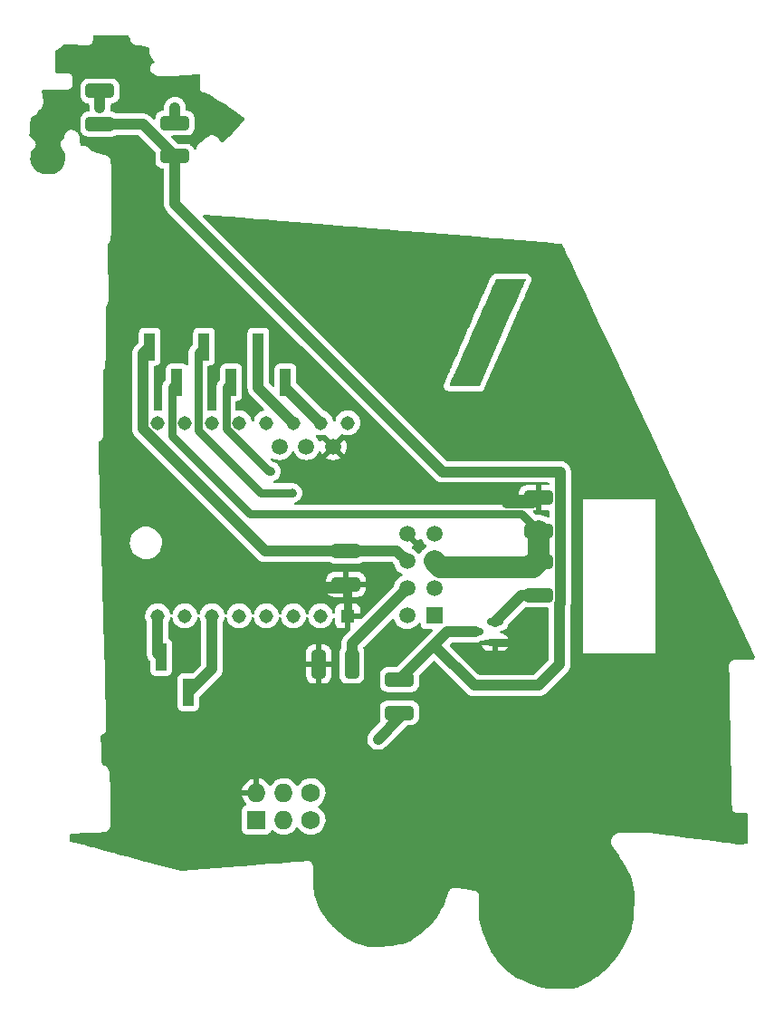
<source format=gbr>
%TF.GenerationSoftware,KiCad,Pcbnew,6.0.2+dfsg-1*%
%TF.CreationDate,2022-10-11T15:46:26-06:00*%
%TF.ProjectId,lvt_sao,6c76745f-7361-46f2-9e6b-696361645f70,rev?*%
%TF.SameCoordinates,Original*%
%TF.FileFunction,Copper,L2,Bot*%
%TF.FilePolarity,Positive*%
%FSLAX46Y46*%
G04 Gerber Fmt 4.6, Leading zero omitted, Abs format (unit mm)*
G04 Created by KiCad (PCBNEW 6.0.2+dfsg-1) date 2022-10-11 15:46:26*
%MOMM*%
%LPD*%
G01*
G04 APERTURE LIST*
G04 Aperture macros list*
%AMRoundRect*
0 Rectangle with rounded corners*
0 $1 Rounding radius*
0 $2 $3 $4 $5 $6 $7 $8 $9 X,Y pos of 4 corners*
0 Add a 4 corners polygon primitive as box body*
4,1,4,$2,$3,$4,$5,$6,$7,$8,$9,$2,$3,0*
0 Add four circle primitives for the rounded corners*
1,1,$1+$1,$2,$3*
1,1,$1+$1,$4,$5*
1,1,$1+$1,$6,$7*
1,1,$1+$1,$8,$9*
0 Add four rect primitives between the rounded corners*
20,1,$1+$1,$2,$3,$4,$5,0*
20,1,$1+$1,$4,$5,$6,$7,0*
20,1,$1+$1,$6,$7,$8,$9,0*
20,1,$1+$1,$8,$9,$2,$3,0*%
G04 Aperture macros list end*
%TA.AperFunction,SMDPad,CuDef*%
%ADD10R,1.000000X2.510000*%
%TD*%
%TA.AperFunction,SMDPad,CuDef*%
%ADD11RoundRect,0.250000X-1.075000X0.400000X-1.075000X-0.400000X1.075000X-0.400000X1.075000X0.400000X0*%
%TD*%
%TA.AperFunction,SMDPad,CuDef*%
%ADD12RoundRect,0.250000X0.400000X1.075000X-0.400000X1.075000X-0.400000X-1.075000X0.400000X-1.075000X0*%
%TD*%
%TA.AperFunction,SMDPad,CuDef*%
%ADD13RoundRect,0.150000X0.587500X0.150000X-0.587500X0.150000X-0.587500X-0.150000X0.587500X-0.150000X0*%
%TD*%
%TA.AperFunction,ComponentPad*%
%ADD14C,1.500000*%
%TD*%
%TA.AperFunction,ComponentPad*%
%ADD15O,1.727200X1.727200*%
%TD*%
%TA.AperFunction,ComponentPad*%
%ADD16R,1.727200X1.727200*%
%TD*%
%TA.AperFunction,ComponentPad*%
%ADD17C,1.727200*%
%TD*%
%TA.AperFunction,ComponentPad*%
%ADD18R,1.500000X1.500000*%
%TD*%
%TA.AperFunction,SMDPad,CuDef*%
%ADD19RoundRect,0.250000X1.075000X-0.400000X1.075000X0.400000X-1.075000X0.400000X-1.075000X-0.400000X0*%
%TD*%
%TA.AperFunction,ComponentPad*%
%ADD20R,1.308000X1.308000*%
%TD*%
%TA.AperFunction,ComponentPad*%
%ADD21C,1.308000*%
%TD*%
%TA.AperFunction,ViaPad*%
%ADD22C,0.800000*%
%TD*%
%TA.AperFunction,Conductor*%
%ADD23C,0.750000*%
%TD*%
%TA.AperFunction,Conductor*%
%ADD24C,1.000000*%
%TD*%
%TA.AperFunction,Conductor*%
%ADD25C,2.000000*%
%TD*%
G04 APERTURE END LIST*
%TO.C,G\u002A\u002A\u002A*%
G36*
X159267229Y-95023059D02*
G01*
X159508075Y-95026913D01*
X159689309Y-95032690D01*
X159802629Y-95040234D01*
X159839737Y-95049386D01*
X159839067Y-95051013D01*
X159815682Y-95105132D01*
X159760775Y-95231374D01*
X159676364Y-95425115D01*
X159564465Y-95681734D01*
X159427097Y-95996609D01*
X159266278Y-96365116D01*
X159084025Y-96782633D01*
X158882355Y-97244539D01*
X158663287Y-97746211D01*
X158428838Y-98283027D01*
X158181026Y-98850364D01*
X157921869Y-99443600D01*
X157653383Y-100058113D01*
X155481309Y-105029285D01*
X154071603Y-105029285D01*
X153830659Y-105028850D01*
X153514357Y-105026864D01*
X153233596Y-105023457D01*
X152998173Y-105018835D01*
X152817884Y-105013204D01*
X152702527Y-105006767D01*
X152661897Y-104999732D01*
X152663435Y-104993928D01*
X152689338Y-104927810D01*
X152743970Y-104797218D01*
X152823107Y-104611991D01*
X152922523Y-104381975D01*
X153037994Y-104117009D01*
X153165296Y-103826936D01*
X153210689Y-103723856D01*
X153322323Y-103470385D01*
X153462531Y-103152076D01*
X153627679Y-102777169D01*
X153814139Y-102353907D01*
X154018279Y-101890531D01*
X154236468Y-101395283D01*
X154465075Y-100876404D01*
X154700470Y-100342136D01*
X154939022Y-99800721D01*
X155177099Y-99260399D01*
X155357529Y-98850911D01*
X155581038Y-98343635D01*
X155795827Y-97856132D01*
X155999077Y-97394798D01*
X156187970Y-96966033D01*
X156359688Y-96576232D01*
X156511413Y-96231793D01*
X156640327Y-95939114D01*
X156743611Y-95704592D01*
X156818446Y-95534624D01*
X156862016Y-95435607D01*
X157038531Y-95034110D01*
X158446273Y-95022970D01*
X158639901Y-95021751D01*
X158975071Y-95021286D01*
X159267229Y-95023059D01*
G37*
%TD*%
D10*
%TO.P,LS1,1,1*%
%TO.N,Net-(LS1-Pad1)*%
X125730000Y-130345000D03*
%TO.P,LS1,2,2*%
%TO.N,Net-(LS1-Pad2)*%
X128270000Y-133655000D03*
%TD*%
%TO.P,J1,1,Pin_1*%
%TO.N,/RESET*%
X124650000Y-101345000D03*
%TO.P,J1,2,Pin_2*%
%TO.N,/LED_TRIGGER*%
X127190000Y-104655000D03*
%TO.P,J1,3,Pin_3*%
%TO.N,/ESP_UART_RX*%
X129730000Y-101345000D03*
%TO.P,J1,4,Pin_4*%
%TO.N,/ESP_UART_TX*%
X132270000Y-104655000D03*
%TO.P,J1,5,Pin_5*%
%TO.N,/USB_D+*%
X134810000Y-101345000D03*
%TO.P,J1,6,Pin_6*%
%TO.N,/USB_D-*%
X137350000Y-104655000D03*
%TD*%
D11*
%TO.P,R7,1*%
%TO.N,/LED_TRIGGER*%
X161000000Y-121450000D03*
%TO.P,R7,2*%
%TO.N,Net-(Q1-Pad1)*%
X161000000Y-124550000D03*
%TD*%
%TO.P,R6,1*%
%TO.N,VCC*%
X161000000Y-115450000D03*
%TO.P,R6,2*%
%TO.N,/LED_TRIGGER*%
X161000000Y-118550000D03*
%TD*%
%TO.P,R5,1*%
%TO.N,/RESET*%
X143000000Y-120450000D03*
%TO.P,R5,2*%
%TO.N,VCC*%
X143000000Y-123550000D03*
%TD*%
D12*
%TO.P,R1,1*%
%TO.N,Net-(U3-Pad6)*%
X143550000Y-131000000D03*
%TO.P,R1,2*%
%TO.N,VCC*%
X140450000Y-131000000D03*
%TD*%
D13*
%TO.P,Q1,1,B*%
%TO.N,Net-(Q1-Pad1)*%
X156937500Y-127050000D03*
%TO.P,Q1,2,E*%
%TO.N,VCC*%
X156937500Y-128950000D03*
%TO.P,Q1,3,C*%
%TO.N,Net-(R2-Pad2)*%
X155062500Y-128000000D03*
%TD*%
D14*
%TO.P,U2,3,Gnd*%
%TO.N,GND*%
X136801336Y-110668547D03*
%TO.P,U2,2,Output*%
%TO.N,/PIR_OUT*%
X139301336Y-110668547D03*
%TO.P,U2,1,Vcc*%
%TO.N,VCC*%
X141801336Y-110668547D03*
%TD*%
D15*
%TO.P,X1,1,VCC*%
%TO.N,VCC*%
X134635493Y-143027824D03*
D16*
%TO.P,X1,2,GND*%
%TO.N,GND*%
X134635493Y-145567824D03*
D15*
%TO.P,X1,3,SDA*%
%TO.N,unconnected-(X1-Pad3)*%
X137175493Y-143027824D03*
%TO.P,X1,4,SCL*%
%TO.N,unconnected-(X1-Pad4)*%
X137175493Y-145567824D03*
D17*
%TO.P,X1,5,GPIO1*%
%TO.N,unconnected-(X1-Pad5)*%
X139715493Y-143027824D03*
%TO.P,X1,6,GPIO2*%
%TO.N,unconnected-(X1-Pad6)*%
X139715493Y-145567824D03*
%TD*%
D18*
%TO.P,U3,1,GND*%
%TO.N,GND*%
X151247537Y-126472268D03*
D14*
%TO.P,U3,2,IO2*%
%TO.N,/PIR_OUT*%
X151247537Y-123932268D03*
%TO.P,U3,3,IO0*%
%TO.N,/LED_TRIGGER*%
X151247537Y-121392268D03*
%TO.P,U3,4,RXD*%
%TO.N,/ESP_UART_RX*%
X151247537Y-118852268D03*
%TO.P,U3,5,TXD*%
%TO.N,/ESP_UART_TX*%
X148707537Y-126472268D03*
%TO.P,U3,6,EN*%
%TO.N,Net-(U3-Pad6)*%
X148707537Y-123932268D03*
%TO.P,U3,7,~{RST}*%
%TO.N,/RESET*%
X148707537Y-121392268D03*
%TO.P,U3,8,VCC*%
%TO.N,VCC*%
X148707537Y-118852268D03*
%TD*%
D19*
%TO.P,R3,1*%
%TO.N,Net-(D2-Pad2)*%
X148000000Y-135550000D03*
%TO.P,R3,2*%
%TO.N,Net-(R2-Pad2)*%
X148000000Y-132450000D03*
%TD*%
D11*
%TO.P,R2,1*%
%TO.N,Net-(D1-Pad2)*%
X120000000Y-77450000D03*
%TO.P,R2,2*%
%TO.N,Net-(R2-Pad2)*%
X120000000Y-80550000D03*
%TD*%
D20*
%TO.P,U1,1,VCC*%
%TO.N,VCC*%
X143167160Y-126495594D03*
D21*
%TO.P,U1,2,RX*%
%TO.N,/ESP_UART_TX*%
X140627160Y-126495594D03*
%TO.P,U1,3,TX*%
%TO.N,/ESP_UART_RX*%
X138087160Y-126495594D03*
%TO.P,U1,4,DAC_R*%
%TO.N,unconnected-(U1-Pad4)*%
X135547160Y-126495594D03*
%TO.P,U1,5,DAC_L*%
%TO.N,unconnected-(U1-Pad5)*%
X133007160Y-126495594D03*
%TO.P,U1,6,SPK1*%
%TO.N,Net-(LS1-Pad2)*%
X130467160Y-126495594D03*
%TO.P,U1,7,GND*%
%TO.N,GND*%
X127927160Y-126495594D03*
%TO.P,U1,8,SPK2*%
%TO.N,Net-(LS1-Pad1)*%
X125387160Y-126495594D03*
%TO.P,U1,9,IO1*%
%TO.N,unconnected-(U1-Pad9)*%
X125387160Y-108461594D03*
%TO.P,U1,10,GND*%
%TO.N,GND*%
X127927160Y-108461594D03*
%TO.P,U1,11,IO2*%
%TO.N,unconnected-(U1-Pad11)*%
X130467160Y-108461594D03*
%TO.P,U1,12,ADKEY1*%
%TO.N,unconnected-(U1-Pad12)*%
X133007160Y-108461594D03*
%TO.P,U1,13,ADKEY2*%
%TO.N,unconnected-(U1-Pad13)*%
X135547160Y-108461594D03*
%TO.P,U1,14,USB+*%
%TO.N,/USB_D+*%
X138087160Y-108461594D03*
%TO.P,U1,15,USB-*%
%TO.N,/USB_D-*%
X140627160Y-108461594D03*
%TO.P,U1,16,BUSY*%
%TO.N,unconnected-(U1-Pad16)*%
X143167160Y-108461594D03*
%TD*%
D11*
%TO.P,R4,1*%
%TO.N,Net-(D3-Pad2)*%
X127000000Y-80450000D03*
%TO.P,R4,2*%
%TO.N,Net-(R2-Pad2)*%
X127000000Y-83550000D03*
%TD*%
D22*
%TO.N,VCC*%
X161000000Y-127000000D03*
X158000000Y-116000000D03*
X140000000Y-124000000D03*
%TO.N,/ESP_UART_TX*%
X136000000Y-113000000D03*
%TO.N,/ESP_UART_RX*%
X138000000Y-115000000D03*
%TO.N,Net-(D1-Pad2)*%
X120000000Y-79000000D03*
%TO.N,Net-(D3-Pad2)*%
X127000000Y-79000000D03*
%TO.N,Net-(D2-Pad2)*%
X146000000Y-138000000D03*
%TD*%
D23*
%TO.N,VCC*%
X158000000Y-116000000D02*
X160450000Y-116000000D01*
X160450000Y-116000000D02*
X161000000Y-115450000D01*
X156937500Y-128950000D02*
X159050000Y-128950000D01*
X159050000Y-128950000D02*
X161000000Y-127000000D01*
D24*
%TO.N,Net-(R2-Pad2)*%
X151225000Y-129225000D02*
X155000000Y-133000000D01*
X152024520Y-113024520D02*
X127000000Y-88000000D01*
X155000000Y-133000000D02*
X161000000Y-133000000D01*
X127000000Y-88000000D02*
X127000000Y-83550000D01*
X161000000Y-133000000D02*
X163000000Y-131000000D01*
X163000000Y-131000000D02*
X163000000Y-125367824D01*
X163000000Y-125367824D02*
X163024520Y-125343304D01*
X163024520Y-125343304D02*
X163024520Y-113024520D01*
X163024520Y-113024520D02*
X152024520Y-113024520D01*
D23*
%TO.N,VCC*%
X143167160Y-126495594D02*
X143167160Y-123717160D01*
X143167160Y-123717160D02*
X143000000Y-123550000D01*
X140000000Y-124000000D02*
X142550000Y-124000000D01*
X142550000Y-124000000D02*
X143000000Y-123550000D01*
%TO.N,/ESP_UART_TX*%
X135808188Y-113000000D02*
X136000000Y-113000000D01*
X131778649Y-108970461D02*
X135808188Y-113000000D01*
X131778649Y-105146351D02*
X131778649Y-108970461D01*
X132270000Y-104655000D02*
X131778649Y-105146351D01*
%TO.N,/ESP_UART_RX*%
X135000000Y-115000000D02*
X138000000Y-115000000D01*
X129171412Y-109171412D02*
X135000000Y-115000000D01*
X129171412Y-101903588D02*
X129171412Y-109171412D01*
X129730000Y-101345000D02*
X129171412Y-101903588D01*
%TO.N,/LED_TRIGGER*%
X127190000Y-104655000D02*
X126698649Y-105146351D01*
X134000000Y-117000000D02*
X159450000Y-117000000D01*
X126698649Y-105146351D02*
X126698649Y-109698649D01*
X126698649Y-109698649D02*
X134000000Y-117000000D01*
X159450000Y-117000000D02*
X161000000Y-118550000D01*
D24*
%TO.N,/RESET*%
X124650000Y-101345000D02*
X124033649Y-101961351D01*
X124033649Y-109033649D02*
X135450000Y-120450000D01*
X124033649Y-101961351D02*
X124033649Y-109033649D01*
X135450000Y-120450000D02*
X143000000Y-120450000D01*
%TO.N,/USB_D+*%
X134810000Y-101345000D02*
X134810000Y-105184434D01*
X134810000Y-105184434D02*
X138087160Y-108461594D01*
%TO.N,/USB_D-*%
X137350000Y-104655000D02*
X137350000Y-105184434D01*
X137350000Y-105184434D02*
X140627160Y-108461594D01*
%TO.N,Net-(D1-Pad2)*%
X120000000Y-79000000D02*
X120000000Y-77450000D01*
%TO.N,Net-(D3-Pad2)*%
X127000000Y-80450000D02*
X127000000Y-79000000D01*
%TO.N,Net-(R2-Pad2)*%
X120000000Y-80550000D02*
X124000000Y-80550000D01*
X124000000Y-80550000D02*
X127000000Y-83550000D01*
X151225000Y-129225000D02*
X148000000Y-132450000D01*
X152450000Y-128000000D02*
X151225000Y-129225000D01*
D25*
%TO.N,/LED_TRIGGER*%
X161000000Y-121450000D02*
X161000000Y-118550000D01*
D24*
%TO.N,Net-(LS1-Pad2)*%
X130467160Y-126495594D02*
X130467160Y-131457840D01*
X130467160Y-131457840D02*
X128270000Y-133655000D01*
%TO.N,Net-(LS1-Pad1)*%
X125387160Y-126495594D02*
X125387160Y-130002160D01*
X125387160Y-130002160D02*
X125730000Y-130345000D01*
%TO.N,Net-(D2-Pad2)*%
X148000000Y-136000000D02*
X146000000Y-138000000D01*
X148000000Y-135550000D02*
X148000000Y-136000000D01*
%TO.N,Net-(R2-Pad2)*%
X155062500Y-128000000D02*
X152450000Y-128000000D01*
%TO.N,Net-(Q1-Pad1)*%
X161000000Y-124550000D02*
X159437500Y-124550000D01*
X159437500Y-124550000D02*
X156937500Y-127050000D01*
%TO.N,/RESET*%
X143000000Y-120450000D02*
X147765269Y-120450000D01*
X147765269Y-120450000D02*
X148707537Y-121392268D01*
%TO.N,Net-(U3-Pad6)*%
X143550000Y-131000000D02*
X143550000Y-129089805D01*
X143550000Y-129089805D02*
X148707537Y-123932268D01*
D25*
%TO.N,/LED_TRIGGER*%
X151247537Y-121392268D02*
X151773337Y-121918068D01*
X151773337Y-121918068D02*
X160531932Y-121918068D01*
X160531932Y-121918068D02*
X161000000Y-121450000D01*
%TD*%
%TA.AperFunction,Conductor*%
%TO.N,VCC*%
G36*
X121005024Y-72230772D02*
G01*
X121524902Y-72231176D01*
X121525690Y-72231179D01*
X121969660Y-72234301D01*
X121972038Y-72234340D01*
X122282078Y-72242374D01*
X122287736Y-72242648D01*
X122462861Y-72255080D01*
X122477357Y-72256109D01*
X122489274Y-72257529D01*
X122569719Y-72271021D01*
X122590222Y-72276262D01*
X122598066Y-72278987D01*
X122620462Y-72289323D01*
X122634307Y-72297443D01*
X122645499Y-72304835D01*
X122670906Y-72323633D01*
X122684605Y-72335377D01*
X122757109Y-72407168D01*
X122791441Y-72469310D01*
X122794081Y-72487013D01*
X122797898Y-72536511D01*
X122797773Y-72557395D01*
X122795971Y-72577595D01*
X122797715Y-72586400D01*
X122803294Y-72614570D01*
X122804316Y-72620459D01*
X122804431Y-72621230D01*
X122804775Y-72625694D01*
X122805748Y-72630061D01*
X122805750Y-72630075D01*
X122810954Y-72653434D01*
X122811568Y-72656351D01*
X122819658Y-72697197D01*
X122824241Y-72720338D01*
X122827072Y-72725776D01*
X122828405Y-72731759D01*
X122859934Y-72788969D01*
X122861309Y-72791536D01*
X122867267Y-72802979D01*
X122875872Y-72819508D01*
X122878662Y-72823299D01*
X122881840Y-72828719D01*
X122894304Y-72851334D01*
X122898640Y-72859201D01*
X122905005Y-72865531D01*
X122905006Y-72865532D01*
X122915799Y-72876265D01*
X122928426Y-72890916D01*
X122941065Y-72908089D01*
X122947686Y-72918042D01*
X122969788Y-72954967D01*
X123012212Y-72994247D01*
X123016464Y-72998374D01*
X123056991Y-73039611D01*
X123064829Y-73043991D01*
X123066356Y-73045156D01*
X123067322Y-73045969D01*
X123068378Y-73046627D01*
X123069978Y-73047733D01*
X123076563Y-73053830D01*
X123084595Y-73057834D01*
X123128311Y-73079627D01*
X123133561Y-73082401D01*
X123176181Y-73106218D01*
X123176183Y-73106219D01*
X123184016Y-73110596D01*
X123229799Y-73121080D01*
X123239849Y-73123824D01*
X123293491Y-73140888D01*
X123295962Y-73141674D01*
X123298596Y-73142703D01*
X123300995Y-73144273D01*
X123369646Y-73165125D01*
X123371043Y-73165558D01*
X123399028Y-73174461D01*
X123401500Y-73174874D01*
X123402976Y-73175276D01*
X123403313Y-73175351D01*
X123407975Y-73176767D01*
X123412799Y-73177449D01*
X123437627Y-73180959D01*
X123440717Y-73181435D01*
X123506205Y-73192389D01*
X123511522Y-73191754D01*
X123517435Y-73192240D01*
X123596505Y-73203417D01*
X123683571Y-73215725D01*
X123686987Y-73216316D01*
X123689998Y-73217181D01*
X123694829Y-73217789D01*
X123694833Y-73217790D01*
X123724440Y-73221517D01*
X123726335Y-73221770D01*
X123738262Y-73223456D01*
X123757727Y-73226207D01*
X123760854Y-73226201D01*
X123764419Y-73226549D01*
X124088246Y-73267313D01*
X124088653Y-73267365D01*
X124449760Y-73314667D01*
X124450315Y-73314742D01*
X124471349Y-73317605D01*
X124536149Y-73346613D01*
X124574980Y-73406050D01*
X124579893Y-73431702D01*
X124580865Y-73443052D01*
X124581179Y-73447734D01*
X124582368Y-73472393D01*
X124583217Y-73476799D01*
X124583723Y-73481018D01*
X124584750Y-73488417D01*
X124602830Y-73699598D01*
X124603140Y-73709119D01*
X124601916Y-73716584D01*
X124603008Y-73725493D01*
X124609491Y-73778392D01*
X124609967Y-73782969D01*
X124611614Y-73802204D01*
X124611617Y-73802221D01*
X124611998Y-73806675D01*
X124613008Y-73811034D01*
X124613708Y-73815469D01*
X124613679Y-73815474D01*
X124614847Y-73822084D01*
X124615518Y-73827559D01*
X124616845Y-73832237D01*
X124616846Y-73832242D01*
X124621868Y-73849946D01*
X124623398Y-73855888D01*
X124634496Y-73903789D01*
X124634499Y-73903797D01*
X124636524Y-73912537D01*
X124640923Y-73920362D01*
X124642222Y-73923711D01*
X124645963Y-73934881D01*
X124675815Y-74040114D01*
X124678821Y-74053414D01*
X124685310Y-74091643D01*
X124689234Y-74099713D01*
X124689236Y-74099718D01*
X124712422Y-74147396D01*
X124714228Y-74151275D01*
X124739425Y-74207901D01*
X124745232Y-74214751D01*
X124745233Y-74214753D01*
X124767044Y-74240484D01*
X124774415Y-74250077D01*
X124830410Y-74330691D01*
X124832250Y-74333733D01*
X124833420Y-74337053D01*
X124874390Y-74394035D01*
X124875521Y-74395636D01*
X124891969Y-74419317D01*
X124894098Y-74421606D01*
X124895661Y-74423658D01*
X124895841Y-74423872D01*
X124898688Y-74427831D01*
X124902104Y-74431299D01*
X124902108Y-74431304D01*
X124919114Y-74448570D01*
X124921593Y-74451159D01*
X124959873Y-74492304D01*
X124959875Y-74492306D01*
X124965987Y-74498875D01*
X124967747Y-74499923D01*
X124985776Y-74518974D01*
X125080546Y-74650568D01*
X125101091Y-74695942D01*
X125101233Y-74696559D01*
X125097019Y-74767431D01*
X125055158Y-74824773D01*
X125047501Y-74830209D01*
X124948716Y-74894935D01*
X124926946Y-74906333D01*
X124925219Y-74907032D01*
X124925217Y-74907033D01*
X124916899Y-74910401D01*
X124909860Y-74915968D01*
X124909859Y-74915969D01*
X124881657Y-74938275D01*
X124872552Y-74944839D01*
X124866073Y-74949084D01*
X124862711Y-74952046D01*
X124862702Y-74952053D01*
X124851753Y-74961700D01*
X124846649Y-74965964D01*
X124802768Y-75000671D01*
X124797575Y-75007989D01*
X124794334Y-75011404D01*
X124791278Y-75014986D01*
X124784541Y-75020922D01*
X124779742Y-75028509D01*
X124779739Y-75028512D01*
X124754642Y-75068187D01*
X124750916Y-75073745D01*
X124718560Y-75119344D01*
X124715627Y-75127834D01*
X124713473Y-75132023D01*
X124711549Y-75136311D01*
X124706750Y-75143898D01*
X124704274Y-75152524D01*
X124691319Y-75197654D01*
X124689304Y-75204031D01*
X124677055Y-75239490D01*
X124671046Y-75256883D01*
X124670614Y-75265845D01*
X124669721Y-75270479D01*
X124669077Y-75275137D01*
X124666601Y-75283764D01*
X124666646Y-75292737D01*
X124666645Y-75292741D01*
X124666878Y-75339675D01*
X124666734Y-75346364D01*
X124664474Y-75393261D01*
X124664042Y-75402229D01*
X124666144Y-75410955D01*
X124666584Y-75415622D01*
X124667277Y-75420298D01*
X124667322Y-75429277D01*
X124683291Y-75482900D01*
X124685018Y-75489320D01*
X124698115Y-75543698D01*
X124702581Y-75551483D01*
X124704325Y-75555868D01*
X124706292Y-75560138D01*
X124708854Y-75568739D01*
X124739234Y-75615730D01*
X124742693Y-75621405D01*
X124770524Y-75669919D01*
X124777002Y-75676144D01*
X124779913Y-75679871D01*
X124782984Y-75683400D01*
X124787858Y-75690938D01*
X124794650Y-75696804D01*
X124830169Y-75727480D01*
X124835115Y-75731987D01*
X124847628Y-75744011D01*
X124847634Y-75744016D01*
X124851142Y-75747387D01*
X124855130Y-75750181D01*
X124855131Y-75750181D01*
X124856895Y-75751417D01*
X124866963Y-75759258D01*
X124891192Y-75780184D01*
X124891195Y-75780186D01*
X124897986Y-75786051D01*
X124911418Y-75792177D01*
X124931415Y-75803611D01*
X125002397Y-75853329D01*
X125060763Y-75894210D01*
X125066246Y-75898277D01*
X125084039Y-75912235D01*
X125090824Y-75916037D01*
X125101513Y-75922752D01*
X125105328Y-75925424D01*
X125126382Y-75936087D01*
X125131162Y-75938640D01*
X125131433Y-75938792D01*
X125131494Y-75938826D01*
X125142987Y-75946985D01*
X125142999Y-75946966D01*
X125150509Y-75951888D01*
X125157243Y-75957824D01*
X125165373Y-75961631D01*
X125202722Y-75979120D01*
X125210883Y-75983310D01*
X125218173Y-75987395D01*
X125218177Y-75987397D01*
X125222082Y-75989585D01*
X125226261Y-75991199D01*
X125226266Y-75991201D01*
X125235032Y-75994586D01*
X125243082Y-75998020D01*
X125251384Y-76001907D01*
X125258497Y-76005238D01*
X125270156Y-76008635D01*
X125280277Y-76012057D01*
X125315076Y-76025494D01*
X125315080Y-76025495D01*
X125323453Y-76028728D01*
X125332393Y-76029481D01*
X125337768Y-76030718D01*
X125352417Y-76033333D01*
X125399560Y-76046348D01*
X125401212Y-76046816D01*
X125429229Y-76054978D01*
X125431914Y-76055360D01*
X125433733Y-76055807D01*
X125434045Y-76055868D01*
X125438742Y-76057164D01*
X125443579Y-76057722D01*
X125443583Y-76057723D01*
X125468213Y-76060565D01*
X125471502Y-76060989D01*
X125536813Y-76070275D01*
X125542320Y-76069481D01*
X125548543Y-76069836D01*
X125602446Y-76076056D01*
X125610214Y-76077200D01*
X125625020Y-76079854D01*
X125625026Y-76079855D01*
X125629816Y-76080713D01*
X125640212Y-76080951D01*
X125651769Y-76081749D01*
X125654552Y-76082070D01*
X125654558Y-76082070D01*
X125659002Y-76082583D01*
X125663470Y-76082461D01*
X125663476Y-76082461D01*
X125679773Y-76082015D01*
X125686101Y-76082001D01*
X125847335Y-76085691D01*
X125860925Y-76086740D01*
X125861113Y-76086765D01*
X125861131Y-76086766D01*
X125865952Y-76087402D01*
X125870816Y-76087289D01*
X125870820Y-76087289D01*
X125890883Y-76086822D01*
X125896692Y-76086821D01*
X125914057Y-76087218D01*
X125914062Y-76087218D01*
X125918533Y-76087320D01*
X125924348Y-76086623D01*
X125936410Y-76085761D01*
X125968820Y-76085006D01*
X126168523Y-76080354D01*
X126174625Y-76080378D01*
X126179196Y-76080875D01*
X126184053Y-76080651D01*
X126184055Y-76080651D01*
X126211474Y-76079386D01*
X126214345Y-76079286D01*
X126221453Y-76079120D01*
X126243619Y-76078604D01*
X126248048Y-76077864D01*
X126248426Y-76077828D01*
X126254499Y-76077401D01*
X126591742Y-76061843D01*
X126594079Y-76061813D01*
X126596358Y-76062035D01*
X126601207Y-76061758D01*
X126601218Y-76061758D01*
X126632486Y-76059970D01*
X126633820Y-76059901D01*
X126648831Y-76059209D01*
X126662248Y-76058590D01*
X126662252Y-76058590D01*
X126666730Y-76058383D01*
X126668976Y-76057955D01*
X126671319Y-76057750D01*
X126793536Y-76050764D01*
X127139354Y-76030997D01*
X127140272Y-76030978D01*
X127141280Y-76031071D01*
X127144067Y-76030898D01*
X127144078Y-76030898D01*
X127179232Y-76028719D01*
X127179833Y-76028683D01*
X127211976Y-76026845D01*
X127214757Y-76026686D01*
X127215751Y-76026486D01*
X127216671Y-76026398D01*
X127452985Y-76011747D01*
X127795749Y-75990498D01*
X127795936Y-75990493D01*
X127796181Y-75990516D01*
X127834614Y-75988089D01*
X127834616Y-75988115D01*
X127834752Y-75988080D01*
X127871498Y-75985802D01*
X127871741Y-75985752D01*
X127871962Y-75985730D01*
X129251602Y-75898592D01*
X129320848Y-75914260D01*
X129370630Y-75964878D01*
X129385144Y-76034376D01*
X129375679Y-76070495D01*
X129375463Y-76070828D01*
X129372893Y-76079423D01*
X129372892Y-76079424D01*
X129368117Y-76095391D01*
X129361455Y-76112837D01*
X129350557Y-76136049D01*
X129346014Y-76165229D01*
X129342230Y-76181950D01*
X129336342Y-76201637D01*
X129336341Y-76201640D01*
X129333769Y-76210242D01*
X129333714Y-76219217D01*
X129333714Y-76219218D01*
X129333559Y-76244647D01*
X129333526Y-76245429D01*
X129333356Y-76246524D01*
X129333356Y-76277399D01*
X129333354Y-76278169D01*
X129333206Y-76302474D01*
X129332880Y-76355753D01*
X129333264Y-76357097D01*
X129333356Y-76358442D01*
X129333356Y-77103072D01*
X129333295Y-77106994D01*
X129331717Y-77157685D01*
X129331297Y-77171158D01*
X129336017Y-77189388D01*
X129340697Y-77207463D01*
X129343446Y-77221182D01*
X129348761Y-77258294D01*
X129356072Y-77274373D01*
X129363346Y-77294937D01*
X129365519Y-77303332D01*
X129365521Y-77303337D01*
X129367771Y-77312027D01*
X129386985Y-77344239D01*
X129393469Y-77356625D01*
X129404855Y-77381666D01*
X129408989Y-77390759D01*
X129414849Y-77397560D01*
X129414851Y-77397563D01*
X129420516Y-77404138D01*
X129433271Y-77421834D01*
X129442316Y-77436997D01*
X129448892Y-77443105D01*
X129448895Y-77443108D01*
X129469794Y-77462518D01*
X129479502Y-77472594D01*
X129498115Y-77494196D01*
X129498118Y-77494199D01*
X129503975Y-77500996D01*
X129518791Y-77510599D01*
X129535999Y-77524004D01*
X129542357Y-77529909D01*
X129542360Y-77529911D01*
X129548940Y-77536022D01*
X129582485Y-77552807D01*
X129594621Y-77559749D01*
X129618547Y-77575258D01*
X129618550Y-77575260D01*
X129626083Y-77580142D01*
X129634685Y-77582715D01*
X129634686Y-77582715D01*
X129692117Y-77599891D01*
X129694393Y-77600595D01*
X130058343Y-77716982D01*
X130073793Y-77723072D01*
X130183044Y-77774693D01*
X130191806Y-77779262D01*
X130445895Y-77924741D01*
X130449001Y-77926581D01*
X130808174Y-78146358D01*
X130809890Y-78147427D01*
X131235314Y-78417417D01*
X131236550Y-78418212D01*
X131698507Y-78719005D01*
X131699563Y-78719699D01*
X132170887Y-79033367D01*
X132171955Y-79034086D01*
X132566042Y-79302203D01*
X132602932Y-79327301D01*
X132625051Y-79342350D01*
X132626251Y-79343177D01*
X133017966Y-79616808D01*
X133033458Y-79627630D01*
X133035298Y-79628941D01*
X133366931Y-79869563D01*
X133370270Y-79872071D01*
X133399941Y-79895139D01*
X133460171Y-79941967D01*
X133501673Y-79999570D01*
X133505444Y-80070467D01*
X133484790Y-80115472D01*
X133381027Y-80258376D01*
X133376180Y-80264629D01*
X133102364Y-80595829D01*
X133099108Y-80599611D01*
X132764829Y-80972806D01*
X132762097Y-80975760D01*
X132396586Y-81358495D01*
X132393777Y-81361345D01*
X132024916Y-81723813D01*
X132021391Y-81727146D01*
X131678725Y-82038871D01*
X131673231Y-82043587D01*
X131635230Y-82074358D01*
X131471032Y-82207312D01*
X131405504Y-82234634D01*
X131335606Y-82222192D01*
X131291812Y-82186135D01*
X131161005Y-82015815D01*
X131128513Y-81973509D01*
X131127933Y-81972746D01*
X131105673Y-81943287D01*
X131105666Y-81943279D01*
X131102734Y-81939399D01*
X131094222Y-81931158D01*
X131081897Y-81919225D01*
X131081500Y-81918838D01*
X131026003Y-81864632D01*
X131025998Y-81864628D01*
X131023880Y-81862559D01*
X131022966Y-81862073D01*
X131022194Y-81861422D01*
X131000047Y-81839979D01*
X130923347Y-81765720D01*
X130921352Y-81763744D01*
X130874117Y-81715844D01*
X130866277Y-81711480D01*
X130866270Y-81711475D01*
X130843565Y-81698838D01*
X130830918Y-81690778D01*
X130826652Y-81687687D01*
X130802618Y-81670274D01*
X130794168Y-81667261D01*
X130794164Y-81667259D01*
X130733786Y-81645732D01*
X130732629Y-81645312D01*
X130688871Y-81629170D01*
X130673766Y-81622440D01*
X130653957Y-81612006D01*
X130653952Y-81612004D01*
X130646012Y-81607822D01*
X130577975Y-81594009D01*
X130576809Y-81593766D01*
X130508981Y-81579224D01*
X130506168Y-81579431D01*
X130503407Y-81578870D01*
X130434293Y-81584701D01*
X130433080Y-81584797D01*
X130396454Y-81587487D01*
X130371983Y-81589284D01*
X130371982Y-81589284D01*
X130363857Y-81589881D01*
X130361218Y-81590868D01*
X130358407Y-81591105D01*
X130314254Y-81608163D01*
X130293723Y-81616095D01*
X130292500Y-81616560D01*
X130227558Y-81640841D01*
X130199292Y-81661987D01*
X130186774Y-81670236D01*
X130120996Y-81708172D01*
X130119198Y-81709209D01*
X130110073Y-81713986D01*
X130097786Y-81719789D01*
X130093761Y-81722518D01*
X130093753Y-81722522D01*
X130084070Y-81729086D01*
X130076323Y-81733937D01*
X130064664Y-81740661D01*
X130061135Y-81743430D01*
X130061134Y-81743431D01*
X130053343Y-81749545D01*
X130046258Y-81754716D01*
X129907351Y-81848874D01*
X129886622Y-81862925D01*
X129881306Y-81866072D01*
X129881406Y-81866236D01*
X129877252Y-81868785D01*
X129872924Y-81871000D01*
X129868988Y-81873855D01*
X129849053Y-81888315D01*
X129845767Y-81890619D01*
X129823931Y-81905420D01*
X129820614Y-81908436D01*
X129817093Y-81911208D01*
X129817026Y-81911123D01*
X129812226Y-81915027D01*
X129654470Y-82029454D01*
X129643593Y-82036518D01*
X129637748Y-82039899D01*
X129619597Y-82054544D01*
X129614507Y-82058440D01*
X129598148Y-82070306D01*
X129594928Y-82073427D01*
X129592749Y-82075539D01*
X129584180Y-82083122D01*
X129414888Y-82219718D01*
X129406999Y-82225426D01*
X129400019Y-82228641D01*
X129353190Y-82269389D01*
X129349601Y-82272396D01*
X129334725Y-82284399D01*
X129334720Y-82284404D01*
X129331237Y-82287214D01*
X129328187Y-82290491D01*
X129324906Y-82293547D01*
X129324894Y-82293534D01*
X129319982Y-82298285D01*
X129315674Y-82302033D01*
X129300769Y-82319719D01*
X129296673Y-82324343D01*
X129257195Y-82366750D01*
X129253168Y-82374774D01*
X129250838Y-82378126D01*
X129243735Y-82387396D01*
X129208758Y-82428901D01*
X129190774Y-82446369D01*
X129183298Y-82452306D01*
X129156605Y-82490079D01*
X129150071Y-82498540D01*
X129144254Y-82505442D01*
X129141887Y-82509234D01*
X129141882Y-82509241D01*
X129134844Y-82520518D01*
X129130856Y-82526518D01*
X129104502Y-82563812D01*
X129104500Y-82563816D01*
X129099321Y-82571145D01*
X129096407Y-82579634D01*
X129093793Y-82584742D01*
X129091467Y-82590010D01*
X129086715Y-82597624D01*
X129082041Y-82614284D01*
X129071952Y-82650242D01*
X129069820Y-82657084D01*
X129063020Y-82676894D01*
X129061567Y-82685053D01*
X129058836Y-82696991D01*
X129049832Y-82729082D01*
X129049831Y-82729087D01*
X129047407Y-82737728D01*
X129047505Y-82746706D01*
X129047505Y-82746708D01*
X129047554Y-82751193D01*
X129045611Y-82774656D01*
X129035937Y-82828988D01*
X129035349Y-82832069D01*
X129030094Y-82857814D01*
X129028169Y-82867247D01*
X128994948Y-82929992D01*
X128933078Y-82964815D01*
X128862203Y-82960661D01*
X128804825Y-82918849D01*
X128785190Y-82881925D01*
X128768868Y-82833002D01*
X128766550Y-82826054D01*
X128673478Y-82675652D01*
X128652519Y-82654729D01*
X128553483Y-82555866D01*
X128548303Y-82550695D01*
X128542072Y-82546854D01*
X128403968Y-82461725D01*
X128403966Y-82461724D01*
X128397738Y-82457885D01*
X128298580Y-82424996D01*
X128236389Y-82404368D01*
X128236387Y-82404368D01*
X128229861Y-82402203D01*
X128223025Y-82401503D01*
X128223022Y-82401502D01*
X128179969Y-82397091D01*
X128125400Y-82391500D01*
X127319924Y-82391500D01*
X127251803Y-82371498D01*
X127230829Y-82354595D01*
X126699829Y-81823595D01*
X126665803Y-81761283D01*
X126670868Y-81690468D01*
X126713415Y-81633632D01*
X126779935Y-81608821D01*
X126788924Y-81608500D01*
X128125400Y-81608500D01*
X128128646Y-81608163D01*
X128128650Y-81608163D01*
X128224308Y-81598238D01*
X128224312Y-81598237D01*
X128231166Y-81597526D01*
X128237702Y-81595345D01*
X128237704Y-81595345D01*
X128374919Y-81549566D01*
X128398946Y-81541550D01*
X128549348Y-81448478D01*
X128674305Y-81323303D01*
X128681254Y-81312030D01*
X128763275Y-81178968D01*
X128763276Y-81178966D01*
X128767115Y-81172738D01*
X128822797Y-81004861D01*
X128833500Y-80900400D01*
X128833500Y-79999600D01*
X128833037Y-79995139D01*
X128823238Y-79900692D01*
X128823237Y-79900688D01*
X128822526Y-79893834D01*
X128802634Y-79834209D01*
X128768868Y-79733002D01*
X128766550Y-79726054D01*
X128673478Y-79575652D01*
X128664572Y-79566761D01*
X128584725Y-79487054D01*
X128548303Y-79450695D01*
X128472398Y-79403906D01*
X128403968Y-79361725D01*
X128403966Y-79361724D01*
X128397738Y-79357885D01*
X128317995Y-79331436D01*
X128236389Y-79304368D01*
X128236387Y-79304368D01*
X128229861Y-79302203D01*
X128223025Y-79301503D01*
X128223022Y-79301502D01*
X128128594Y-79291827D01*
X128128589Y-79291827D01*
X128125400Y-79291500D01*
X128125463Y-79290886D01*
X128061066Y-79268354D01*
X128017368Y-79212398D01*
X128008500Y-79165965D01*
X128008500Y-78950231D01*
X128008011Y-78945237D01*
X127999872Y-78862239D01*
X127994080Y-78803167D01*
X127990547Y-78791463D01*
X127946855Y-78646752D01*
X127936916Y-78613831D01*
X127844066Y-78439204D01*
X127769584Y-78347880D01*
X127722960Y-78290713D01*
X127722957Y-78290710D01*
X127719065Y-78285938D01*
X127712724Y-78280692D01*
X127571425Y-78163799D01*
X127571421Y-78163797D01*
X127566675Y-78159870D01*
X127392701Y-78065802D01*
X127203768Y-78007318D01*
X127197643Y-78006674D01*
X127197642Y-78006674D01*
X127013204Y-77987289D01*
X127013202Y-77987289D01*
X127007075Y-77986645D01*
X126924576Y-77994153D01*
X126816251Y-78004011D01*
X126816248Y-78004012D01*
X126810112Y-78004570D01*
X126804206Y-78006308D01*
X126804202Y-78006309D01*
X126732908Y-78027292D01*
X126620381Y-78060410D01*
X126614923Y-78063263D01*
X126614919Y-78063265D01*
X126524147Y-78110720D01*
X126445110Y-78152040D01*
X126290975Y-78275968D01*
X126163846Y-78427474D01*
X126160879Y-78432872D01*
X126160875Y-78432877D01*
X126100822Y-78542115D01*
X126068567Y-78600787D01*
X126066706Y-78606654D01*
X126066705Y-78606656D01*
X126026300Y-78734029D01*
X126008765Y-78789306D01*
X125991500Y-78943227D01*
X125991500Y-79165971D01*
X125971498Y-79234092D01*
X125917842Y-79280585D01*
X125874567Y-79291177D01*
X125874600Y-79291500D01*
X125872255Y-79291743D01*
X125872253Y-79291744D01*
X125871354Y-79291837D01*
X125871350Y-79291837D01*
X125775692Y-79301762D01*
X125775688Y-79301763D01*
X125768834Y-79302474D01*
X125762298Y-79304655D01*
X125762296Y-79304655D01*
X125646668Y-79343232D01*
X125601054Y-79358450D01*
X125450652Y-79451522D01*
X125325695Y-79576697D01*
X125321855Y-79582927D01*
X125321854Y-79582928D01*
X125240461Y-79714972D01*
X125232885Y-79727262D01*
X125222680Y-79758029D01*
X125184854Y-79872073D01*
X125177203Y-79895139D01*
X125176502Y-79901977D01*
X125176502Y-79901979D01*
X125166502Y-79999577D01*
X125139660Y-80065304D01*
X125081545Y-80106086D01*
X125010607Y-80108974D01*
X124952063Y-80075829D01*
X124756855Y-79880621D01*
X124747753Y-79870478D01*
X124727897Y-79845782D01*
X124724032Y-79840975D01*
X124685578Y-79808708D01*
X124681931Y-79805528D01*
X124680119Y-79803885D01*
X124677925Y-79801691D01*
X124644651Y-79774358D01*
X124643853Y-79773696D01*
X124572526Y-79713846D01*
X124567856Y-79711278D01*
X124563739Y-79707897D01*
X124505551Y-79676697D01*
X124481914Y-79664023D01*
X124480755Y-79663394D01*
X124404619Y-79621538D01*
X124404611Y-79621535D01*
X124399213Y-79618567D01*
X124394131Y-79616955D01*
X124389437Y-79614438D01*
X124300469Y-79587238D01*
X124299441Y-79586918D01*
X124210694Y-79558765D01*
X124205398Y-79558171D01*
X124200302Y-79556613D01*
X124107743Y-79547210D01*
X124106607Y-79547089D01*
X124072992Y-79543319D01*
X124060270Y-79541892D01*
X124060266Y-79541892D01*
X124056773Y-79541500D01*
X124053246Y-79541500D01*
X124052261Y-79541445D01*
X124046581Y-79540998D01*
X124017175Y-79538011D01*
X124009663Y-79537248D01*
X124009661Y-79537248D01*
X124003538Y-79536626D01*
X123961259Y-79540623D01*
X123957891Y-79540941D01*
X123946033Y-79541500D01*
X121569100Y-79541500D01*
X121502984Y-79522760D01*
X121497537Y-79519402D01*
X121415921Y-79469093D01*
X121403968Y-79461725D01*
X121403966Y-79461724D01*
X121397738Y-79457885D01*
X121316661Y-79430993D01*
X121236389Y-79404368D01*
X121236387Y-79404368D01*
X121229861Y-79402203D01*
X121223025Y-79401503D01*
X121223022Y-79401502D01*
X121179969Y-79397091D01*
X121125400Y-79391500D01*
X121106037Y-79391500D01*
X121037916Y-79371498D01*
X120991423Y-79317842D01*
X120981319Y-79247568D01*
X120985934Y-79227406D01*
X120991235Y-79210694D01*
X121008500Y-79056773D01*
X121008500Y-78734029D01*
X121028502Y-78665908D01*
X121082158Y-78619415D01*
X121125433Y-78608823D01*
X121125400Y-78608500D01*
X121127745Y-78608257D01*
X121127747Y-78608256D01*
X121128646Y-78608163D01*
X121128650Y-78608163D01*
X121224308Y-78598238D01*
X121224312Y-78598237D01*
X121231166Y-78597526D01*
X121237702Y-78595345D01*
X121237704Y-78595345D01*
X121369806Y-78551272D01*
X121398946Y-78541550D01*
X121549348Y-78448478D01*
X121674305Y-78323303D01*
X121682107Y-78310646D01*
X121763275Y-78178968D01*
X121763276Y-78178966D01*
X121767115Y-78172738D01*
X121804372Y-78060410D01*
X121820632Y-78011389D01*
X121820632Y-78011387D01*
X121822797Y-78004861D01*
X121823780Y-77995273D01*
X121830816Y-77926596D01*
X121833500Y-77900400D01*
X121833500Y-76999600D01*
X121829052Y-76956728D01*
X121823238Y-76900692D01*
X121823237Y-76900688D01*
X121822526Y-76893834D01*
X121766550Y-76726054D01*
X121673478Y-76575652D01*
X121548303Y-76450695D01*
X121510929Y-76427657D01*
X121403968Y-76361725D01*
X121403966Y-76361724D01*
X121397738Y-76357885D01*
X121317995Y-76331436D01*
X121236389Y-76304368D01*
X121236387Y-76304368D01*
X121229861Y-76302203D01*
X121223025Y-76301503D01*
X121223022Y-76301502D01*
X121179969Y-76297091D01*
X121125400Y-76291500D01*
X118874600Y-76291500D01*
X118871354Y-76291837D01*
X118871350Y-76291837D01*
X118775692Y-76301762D01*
X118775688Y-76301763D01*
X118768834Y-76302474D01*
X118762298Y-76304655D01*
X118762296Y-76304655D01*
X118637292Y-76346360D01*
X118601054Y-76358450D01*
X118450652Y-76451522D01*
X118325695Y-76576697D01*
X118232885Y-76727262D01*
X118230581Y-76734209D01*
X118186519Y-76867053D01*
X118177203Y-76895139D01*
X118166500Y-76999600D01*
X118166500Y-77900400D01*
X118166837Y-77903646D01*
X118166837Y-77903650D01*
X118176344Y-77995273D01*
X118177474Y-78006166D01*
X118179655Y-78012702D01*
X118179655Y-78012704D01*
X118184522Y-78027292D01*
X118233450Y-78173946D01*
X118326522Y-78324348D01*
X118331704Y-78329521D01*
X118357213Y-78354986D01*
X118451697Y-78449305D01*
X118457927Y-78453145D01*
X118457928Y-78453146D01*
X118595090Y-78537694D01*
X118602262Y-78542115D01*
X118682005Y-78568564D01*
X118763611Y-78595632D01*
X118763613Y-78595632D01*
X118770139Y-78597797D01*
X118776975Y-78598497D01*
X118776978Y-78598498D01*
X118871406Y-78608173D01*
X118871411Y-78608173D01*
X118874600Y-78608500D01*
X118874537Y-78609114D01*
X118938934Y-78631646D01*
X118982632Y-78687602D01*
X118991500Y-78734035D01*
X118991500Y-79049769D01*
X118991800Y-79052825D01*
X118991800Y-79052832D01*
X118994136Y-79076650D01*
X119005920Y-79196833D01*
X119015657Y-79229084D01*
X119016198Y-79300075D01*
X118978271Y-79360092D01*
X118913918Y-79390077D01*
X118895035Y-79391500D01*
X118874600Y-79391500D01*
X118871354Y-79391837D01*
X118871350Y-79391837D01*
X118775692Y-79401762D01*
X118775688Y-79401763D01*
X118768834Y-79402474D01*
X118762298Y-79404655D01*
X118762296Y-79404655D01*
X118635811Y-79446854D01*
X118601054Y-79458450D01*
X118450652Y-79551522D01*
X118445479Y-79556704D01*
X118442601Y-79559587D01*
X118325695Y-79676697D01*
X118321855Y-79682927D01*
X118321854Y-79682928D01*
X118242976Y-79810892D01*
X118232885Y-79827262D01*
X118208103Y-79901979D01*
X118190232Y-79955859D01*
X118177203Y-79995139D01*
X118176503Y-80001975D01*
X118176502Y-80001978D01*
X118172091Y-80045031D01*
X118166500Y-80099600D01*
X118166500Y-81000400D01*
X118166837Y-81003646D01*
X118166837Y-81003650D01*
X118176464Y-81096428D01*
X118177474Y-81106166D01*
X118179655Y-81112702D01*
X118179655Y-81112704D01*
X118209461Y-81202043D01*
X118233450Y-81273946D01*
X118326522Y-81424348D01*
X118331704Y-81429521D01*
X118353298Y-81451077D01*
X118451697Y-81549305D01*
X118457927Y-81553145D01*
X118457928Y-81553146D01*
X118595090Y-81637694D01*
X118602262Y-81642115D01*
X118662485Y-81662090D01*
X118763611Y-81695632D01*
X118763613Y-81695632D01*
X118770139Y-81697797D01*
X118776975Y-81698497D01*
X118776978Y-81698498D01*
X118820031Y-81702909D01*
X118874600Y-81708500D01*
X121125400Y-81708500D01*
X121128646Y-81708163D01*
X121128650Y-81708163D01*
X121224308Y-81698238D01*
X121224312Y-81698237D01*
X121231166Y-81697526D01*
X121237702Y-81695345D01*
X121237704Y-81695345D01*
X121387820Y-81645262D01*
X121398946Y-81641550D01*
X121502682Y-81577356D01*
X121568985Y-81558500D01*
X123530075Y-81558500D01*
X123598196Y-81578502D01*
X123619170Y-81595405D01*
X125129595Y-83105829D01*
X125163620Y-83168141D01*
X125166500Y-83194924D01*
X125166500Y-84000400D01*
X125166837Y-84003646D01*
X125166837Y-84003650D01*
X125176453Y-84096324D01*
X125177474Y-84106166D01*
X125179655Y-84112702D01*
X125179655Y-84112704D01*
X125215976Y-84221569D01*
X125233450Y-84273946D01*
X125326522Y-84424348D01*
X125331704Y-84429521D01*
X125335948Y-84433758D01*
X125451697Y-84549305D01*
X125457927Y-84553145D01*
X125457928Y-84553146D01*
X125595040Y-84637663D01*
X125602262Y-84642115D01*
X125682005Y-84668564D01*
X125763611Y-84695632D01*
X125763613Y-84695632D01*
X125770139Y-84697797D01*
X125776975Y-84698497D01*
X125776978Y-84698498D01*
X125871406Y-84708173D01*
X125871411Y-84708173D01*
X125874600Y-84708500D01*
X125874537Y-84709114D01*
X125938934Y-84731646D01*
X125982632Y-84787602D01*
X125991500Y-84834035D01*
X125991500Y-87938157D01*
X125990763Y-87951764D01*
X125986676Y-87989388D01*
X125987213Y-87995523D01*
X125991050Y-88039388D01*
X125991379Y-88044214D01*
X125991500Y-88046686D01*
X125991500Y-88049769D01*
X125991801Y-88052837D01*
X125995690Y-88092506D01*
X125995812Y-88093819D01*
X126003913Y-88186413D01*
X126005400Y-88191532D01*
X126005920Y-88196833D01*
X126032791Y-88285834D01*
X126033126Y-88286967D01*
X126059091Y-88376336D01*
X126061544Y-88381068D01*
X126063084Y-88386169D01*
X126065978Y-88391612D01*
X126106731Y-88468260D01*
X126107343Y-88469426D01*
X126150108Y-88551926D01*
X126153431Y-88556089D01*
X126155934Y-88560796D01*
X126214755Y-88632918D01*
X126215446Y-88633774D01*
X126246738Y-88672973D01*
X126249242Y-88675477D01*
X126249884Y-88676195D01*
X126253585Y-88680528D01*
X126280935Y-88714062D01*
X126285682Y-88717989D01*
X126285684Y-88717991D01*
X126316262Y-88743287D01*
X126325042Y-88751277D01*
X138796442Y-101222676D01*
X151267665Y-113693899D01*
X151276767Y-113704042D01*
X151288556Y-113718704D01*
X151300488Y-113733545D01*
X151305216Y-113737512D01*
X151338941Y-113765811D01*
X151342590Y-113768993D01*
X151344403Y-113770637D01*
X151346595Y-113772829D01*
X151379796Y-113800100D01*
X151380684Y-113800838D01*
X151407421Y-113823272D01*
X151447273Y-113856713D01*
X151447276Y-113856715D01*
X151451994Y-113860674D01*
X151456667Y-113863243D01*
X151460782Y-113866623D01*
X151466211Y-113869534D01*
X151466214Y-113869536D01*
X151542700Y-113910548D01*
X151543858Y-113911177D01*
X151619908Y-113952985D01*
X151625307Y-113955953D01*
X151630385Y-113957564D01*
X151635083Y-113960083D01*
X151724018Y-113987273D01*
X151725222Y-113987648D01*
X151813826Y-114015755D01*
X151819117Y-114016348D01*
X151824218Y-114017908D01*
X151916831Y-114027315D01*
X151917951Y-114027435D01*
X151967747Y-114033020D01*
X151971276Y-114033020D01*
X151972259Y-114033075D01*
X151977946Y-114033523D01*
X151998203Y-114035580D01*
X152014856Y-114037272D01*
X152014859Y-114037272D01*
X152020983Y-114037894D01*
X152066632Y-114033579D01*
X152078489Y-114033020D01*
X161890020Y-114033020D01*
X161958141Y-114053022D01*
X162004634Y-114106678D01*
X162016020Y-114159020D01*
X162016020Y-114166000D01*
X161996018Y-114234121D01*
X161942362Y-114280614D01*
X161890020Y-114292000D01*
X161272115Y-114292000D01*
X161256876Y-114296475D01*
X161255671Y-114297865D01*
X161254000Y-114305548D01*
X161254000Y-116589884D01*
X161258475Y-116605123D01*
X161259865Y-116606328D01*
X161267548Y-116607999D01*
X161890020Y-116607999D01*
X161958141Y-116628001D01*
X162004634Y-116681657D01*
X162016020Y-116733999D01*
X162016020Y-117176784D01*
X161996018Y-117244905D01*
X161942362Y-117291398D01*
X161872088Y-117301502D01*
X161826639Y-117285683D01*
X161658290Y-117187701D01*
X161658288Y-117187700D01*
X161653922Y-117185159D01*
X161632104Y-117176784D01*
X161432022Y-117099980D01*
X161432018Y-117099979D01*
X161427298Y-117098167D01*
X161422348Y-117097133D01*
X161422345Y-117097132D01*
X161194631Y-117049560D01*
X161194627Y-117049560D01*
X161189680Y-117048526D01*
X160947183Y-117037514D01*
X160942163Y-117038095D01*
X160942159Y-117038095D01*
X160819278Y-117052313D01*
X160749310Y-117040273D01*
X160715701Y-117016243D01*
X160522553Y-116823095D01*
X160488527Y-116760783D01*
X160493592Y-116689968D01*
X160536139Y-116633132D01*
X160602659Y-116608321D01*
X160611648Y-116608000D01*
X160727885Y-116608000D01*
X160743124Y-116603525D01*
X160744329Y-116602135D01*
X160746000Y-116594452D01*
X160746000Y-115722115D01*
X160741525Y-115706876D01*
X160740135Y-115705671D01*
X160732452Y-115704000D01*
X159185116Y-115704000D01*
X159169877Y-115708475D01*
X159168672Y-115709865D01*
X159167001Y-115717548D01*
X159167001Y-115897095D01*
X159167338Y-115903614D01*
X159175004Y-115977497D01*
X159162139Y-116047318D01*
X159113568Y-116099100D01*
X159049677Y-116116500D01*
X138313228Y-116116500D01*
X138245107Y-116096498D01*
X138198614Y-116042842D01*
X138188510Y-115972568D01*
X138218004Y-115907988D01*
X138274291Y-115870667D01*
X138275832Y-115870166D01*
X138282288Y-115868794D01*
X138306368Y-115858073D01*
X138450722Y-115793803D01*
X138450724Y-115793802D01*
X138456752Y-115791118D01*
X138611253Y-115678866D01*
X138632625Y-115655130D01*
X138734621Y-115541852D01*
X138734622Y-115541851D01*
X138739040Y-115536944D01*
X138834527Y-115371556D01*
X138893542Y-115189928D01*
X138894808Y-115177885D01*
X159167000Y-115177885D01*
X159171475Y-115193124D01*
X159172865Y-115194329D01*
X159180548Y-115196000D01*
X160727885Y-115196000D01*
X160743124Y-115191525D01*
X160744329Y-115190135D01*
X160746000Y-115182452D01*
X160746000Y-114310116D01*
X160741525Y-114294877D01*
X160740135Y-114293672D01*
X160732452Y-114292001D01*
X159877905Y-114292001D01*
X159871386Y-114292338D01*
X159775794Y-114302257D01*
X159762400Y-114305149D01*
X159608216Y-114356588D01*
X159595038Y-114362761D01*
X159457193Y-114448063D01*
X159445792Y-114457099D01*
X159331261Y-114571829D01*
X159322249Y-114583240D01*
X159237184Y-114721243D01*
X159231037Y-114734424D01*
X159179862Y-114888710D01*
X159176995Y-114902086D01*
X159167328Y-114996438D01*
X159167000Y-115002855D01*
X159167000Y-115177885D01*
X138894808Y-115177885D01*
X138913504Y-115000000D01*
X138893542Y-114810072D01*
X138834527Y-114628444D01*
X138739040Y-114463056D01*
X138611253Y-114321134D01*
X138456752Y-114208882D01*
X138450724Y-114206198D01*
X138450722Y-114206197D01*
X138288319Y-114133891D01*
X138288318Y-114133891D01*
X138282288Y-114131206D01*
X138188888Y-114111353D01*
X138101944Y-114092872D01*
X138101939Y-114092872D01*
X138095487Y-114091500D01*
X137904513Y-114091500D01*
X137898061Y-114092872D01*
X137898056Y-114092872D01*
X137799850Y-114113747D01*
X137773653Y-114116500D01*
X136313228Y-114116500D01*
X136245107Y-114096498D01*
X136198614Y-114042842D01*
X136188510Y-113972568D01*
X136218004Y-113907988D01*
X136274291Y-113870667D01*
X136275832Y-113870166D01*
X136282288Y-113868794D01*
X136288339Y-113866100D01*
X136450722Y-113793803D01*
X136450724Y-113793802D01*
X136456752Y-113791118D01*
X136478999Y-113774955D01*
X136576601Y-113704042D01*
X136611253Y-113678866D01*
X136739040Y-113536944D01*
X136834527Y-113371556D01*
X136893542Y-113189928D01*
X136910829Y-113025456D01*
X136912814Y-113006565D01*
X136913504Y-113000000D01*
X136906139Y-112929924D01*
X136894232Y-112816635D01*
X136894232Y-112816633D01*
X136893542Y-112810072D01*
X136834527Y-112628444D01*
X136739040Y-112463056D01*
X136673394Y-112390148D01*
X136615675Y-112326045D01*
X136615674Y-112326044D01*
X136611253Y-112321134D01*
X136456752Y-112208882D01*
X136450724Y-112206198D01*
X136450722Y-112206197D01*
X136288319Y-112133891D01*
X136288318Y-112133891D01*
X136282288Y-112131206D01*
X136200134Y-112113743D01*
X136137237Y-112079592D01*
X136018348Y-111960703D01*
X135984322Y-111898391D01*
X135989387Y-111827576D01*
X136031934Y-111770740D01*
X136098454Y-111745929D01*
X136169068Y-111762173D01*
X136169682Y-111762603D01*
X136369260Y-111855667D01*
X136581965Y-111912662D01*
X136801336Y-111931854D01*
X137020707Y-111912662D01*
X137233412Y-111855667D01*
X137432990Y-111762603D01*
X137613374Y-111636296D01*
X137769085Y-111480585D01*
X137789426Y-111451536D01*
X137892235Y-111304709D01*
X137892236Y-111304707D01*
X137895392Y-111300200D01*
X137897715Y-111295218D01*
X137897718Y-111295213D01*
X137937141Y-111210669D01*
X137984058Y-111157384D01*
X138052336Y-111137923D01*
X138120296Y-111158465D01*
X138165531Y-111210669D01*
X138204954Y-111295213D01*
X138204957Y-111295218D01*
X138207280Y-111300200D01*
X138210436Y-111304707D01*
X138210437Y-111304709D01*
X138313247Y-111451536D01*
X138333587Y-111480585D01*
X138489298Y-111636296D01*
X138669682Y-111762603D01*
X138869260Y-111855667D01*
X139081965Y-111912662D01*
X139301336Y-111931854D01*
X139520707Y-111912662D01*
X139733412Y-111855667D01*
X139932990Y-111762603D01*
X139995678Y-111718708D01*
X141115729Y-111718708D01*
X141125023Y-111730722D01*
X141165424Y-111759011D01*
X141174920Y-111764494D01*
X141364449Y-111852873D01*
X141374741Y-111856619D01*
X141576737Y-111910743D01*
X141587532Y-111912646D01*
X141795861Y-111930873D01*
X141806811Y-111930873D01*
X142015140Y-111912646D01*
X142025935Y-111910743D01*
X142227931Y-111856619D01*
X142238223Y-111852873D01*
X142427752Y-111764494D01*
X142437248Y-111759011D01*
X142478484Y-111730137D01*
X142486859Y-111719659D01*
X142479793Y-111706215D01*
X141814147Y-111040568D01*
X141800204Y-111032955D01*
X141798370Y-111033086D01*
X141791756Y-111037337D01*
X141122156Y-111706938D01*
X141115729Y-111718708D01*
X139995678Y-111718708D01*
X140113374Y-111636296D01*
X140269085Y-111480585D01*
X140289426Y-111451536D01*
X140392235Y-111304709D01*
X140392236Y-111304707D01*
X140395392Y-111300200D01*
X140397715Y-111295218D01*
X140397718Y-111295213D01*
X140437417Y-111210077D01*
X140484334Y-111156792D01*
X140552612Y-111137331D01*
X140620571Y-111157873D01*
X140665807Y-111210077D01*
X140705390Y-111294964D01*
X140710870Y-111304454D01*
X140739747Y-111345696D01*
X140750223Y-111354070D01*
X140763670Y-111347002D01*
X141429315Y-110681358D01*
X141435692Y-110669679D01*
X142165744Y-110669679D01*
X142165875Y-110671513D01*
X142170126Y-110678127D01*
X142839727Y-111347727D01*
X142851497Y-111354154D01*
X142863512Y-111344858D01*
X142891802Y-111304454D01*
X142897282Y-111294964D01*
X142985662Y-111105434D01*
X142989408Y-111095142D01*
X143043532Y-110893146D01*
X143045435Y-110882351D01*
X143063662Y-110674022D01*
X143063662Y-110663072D01*
X143045435Y-110454743D01*
X143043532Y-110443948D01*
X142989408Y-110241952D01*
X142985662Y-110231660D01*
X142897282Y-110042130D01*
X142891802Y-110032640D01*
X142862925Y-109991398D01*
X142852449Y-109983024D01*
X142839002Y-109990092D01*
X142173357Y-110655736D01*
X142165744Y-110669679D01*
X141435692Y-110669679D01*
X141436928Y-110667415D01*
X141436797Y-110665581D01*
X141432546Y-110658967D01*
X140762945Y-109989367D01*
X140751175Y-109982940D01*
X140739160Y-109992236D01*
X140710870Y-110032640D01*
X140705390Y-110042130D01*
X140665807Y-110127017D01*
X140618890Y-110180302D01*
X140550612Y-110199763D01*
X140482652Y-110179221D01*
X140437417Y-110127017D01*
X140397718Y-110041881D01*
X140397715Y-110041876D01*
X140395392Y-110036894D01*
X140364122Y-109992236D01*
X140272244Y-109861020D01*
X140272242Y-109861017D01*
X140269085Y-109856509D01*
X140210246Y-109797670D01*
X140176220Y-109735358D01*
X140181285Y-109664543D01*
X140223832Y-109607707D01*
X140290352Y-109582896D01*
X140327149Y-109585682D01*
X140469136Y-109617811D01*
X140469142Y-109617812D01*
X140474773Y-109619086D01*
X140480544Y-109619313D01*
X140480546Y-109619313D01*
X140545523Y-109621866D01*
X140688261Y-109627474D01*
X140793982Y-109612145D01*
X140893989Y-109597645D01*
X140893994Y-109597644D01*
X140899703Y-109596816D01*
X140905167Y-109594961D01*
X140905172Y-109594960D01*
X140971952Y-109572291D01*
X141042887Y-109569335D01*
X141104159Y-109605198D01*
X141121501Y-109629501D01*
X141788525Y-110296526D01*
X141802468Y-110304139D01*
X141804302Y-110304008D01*
X141810916Y-110299757D01*
X142480516Y-109630156D01*
X142497594Y-109598880D01*
X142504627Y-109566550D01*
X142554829Y-109516348D01*
X142624203Y-109501256D01*
X142664951Y-109511167D01*
X142806389Y-109571933D01*
X142885075Y-109589738D01*
X143009137Y-109617811D01*
X143009140Y-109617811D01*
X143014773Y-109619086D01*
X143020544Y-109619313D01*
X143020546Y-109619313D01*
X143085523Y-109621866D01*
X143228261Y-109627474D01*
X143333982Y-109612145D01*
X143433989Y-109597645D01*
X143433994Y-109597644D01*
X143439703Y-109596816D01*
X143445167Y-109594961D01*
X143445172Y-109594960D01*
X143636549Y-109529996D01*
X143642017Y-109528140D01*
X143828428Y-109423745D01*
X143903651Y-109361183D01*
X143953094Y-109320061D01*
X143992693Y-109287127D01*
X144129311Y-109122862D01*
X144233706Y-108936451D01*
X144287864Y-108776906D01*
X144300526Y-108739606D01*
X144300527Y-108739601D01*
X144302382Y-108734137D01*
X144308788Y-108689960D01*
X144332507Y-108526369D01*
X144333040Y-108522695D01*
X144334640Y-108461594D01*
X144315090Y-108248838D01*
X144305081Y-108213346D01*
X144258664Y-108048766D01*
X144258663Y-108048764D01*
X144257096Y-108043207D01*
X144245822Y-108020344D01*
X144165155Y-107856768D01*
X144162600Y-107851587D01*
X144143299Y-107825739D01*
X144038220Y-107685021D01*
X144038219Y-107685020D01*
X144034767Y-107680397D01*
X144030531Y-107676481D01*
X143882117Y-107539289D01*
X143882114Y-107539287D01*
X143877877Y-107535370D01*
X143697185Y-107421362D01*
X143498742Y-107342191D01*
X143493085Y-107341066D01*
X143493079Y-107341064D01*
X143294863Y-107301637D01*
X143294859Y-107301637D01*
X143289195Y-107300510D01*
X143283420Y-107300434D01*
X143283416Y-107300434D01*
X143176157Y-107299030D01*
X143075561Y-107297713D01*
X143069864Y-107298692D01*
X143069863Y-107298692D01*
X142870691Y-107332916D01*
X142864994Y-107333895D01*
X142664547Y-107407844D01*
X142659586Y-107410796D01*
X142659585Y-107410796D01*
X142485900Y-107514127D01*
X142485897Y-107514129D01*
X142480932Y-107517083D01*
X142476592Y-107520889D01*
X142476588Y-107520892D01*
X142324641Y-107654147D01*
X142320300Y-107657954D01*
X142188029Y-107825739D01*
X142185340Y-107830850D01*
X142185338Y-107830853D01*
X142171704Y-107856768D01*
X142088549Y-108014819D01*
X142086835Y-108020340D01*
X142086833Y-108020344D01*
X142081343Y-108038027D01*
X142025192Y-108218861D01*
X142024514Y-108224591D01*
X142022983Y-108237524D01*
X141995112Y-108302822D01*
X141936364Y-108342686D01*
X141865389Y-108344459D01*
X141804723Y-108307580D01*
X141775483Y-108248727D01*
X141775090Y-108248838D01*
X141765081Y-108213346D01*
X141718664Y-108048766D01*
X141718663Y-108048764D01*
X141717096Y-108043207D01*
X141705822Y-108020344D01*
X141625155Y-107856768D01*
X141622600Y-107851587D01*
X141603299Y-107825739D01*
X141498220Y-107685021D01*
X141498219Y-107685020D01*
X141494767Y-107680397D01*
X141490531Y-107676481D01*
X141342117Y-107539289D01*
X141342114Y-107539287D01*
X141337877Y-107535370D01*
X141157185Y-107421362D01*
X140958742Y-107342191D01*
X140954558Y-107341359D01*
X140901729Y-107309929D01*
X138395405Y-104803605D01*
X138361379Y-104741293D01*
X138358500Y-104714510D01*
X138358500Y-103351866D01*
X138351745Y-103289684D01*
X138300615Y-103153295D01*
X138213261Y-103036739D01*
X138096705Y-102949385D01*
X137960316Y-102898255D01*
X137898134Y-102891500D01*
X136801866Y-102891500D01*
X136739684Y-102898255D01*
X136603295Y-102949385D01*
X136486739Y-103036739D01*
X136399385Y-103153295D01*
X136348255Y-103289684D01*
X136341500Y-103351866D01*
X136341500Y-104985510D01*
X136321498Y-105053631D01*
X136267842Y-105100124D01*
X136197568Y-105110228D01*
X136132988Y-105080734D01*
X136126405Y-105074605D01*
X135855405Y-104803605D01*
X135821379Y-104741293D01*
X135818500Y-104714510D01*
X135818500Y-100041866D01*
X135811745Y-99979684D01*
X135760615Y-99843295D01*
X135673261Y-99726739D01*
X135556705Y-99639385D01*
X135420316Y-99588255D01*
X135358134Y-99581500D01*
X134261866Y-99581500D01*
X134199684Y-99588255D01*
X134063295Y-99639385D01*
X133946739Y-99726739D01*
X133859385Y-99843295D01*
X133808255Y-99979684D01*
X133801500Y-100041866D01*
X133801500Y-105122591D01*
X133800763Y-105136198D01*
X133797706Y-105164345D01*
X133796676Y-105173822D01*
X133797213Y-105179957D01*
X133801050Y-105223822D01*
X133801379Y-105228648D01*
X133801500Y-105231120D01*
X133801500Y-105234203D01*
X133801801Y-105237271D01*
X133805690Y-105276940D01*
X133805812Y-105278253D01*
X133813913Y-105370847D01*
X133815400Y-105375966D01*
X133815920Y-105381267D01*
X133842791Y-105470268D01*
X133843126Y-105471401D01*
X133863780Y-105542489D01*
X133869091Y-105560770D01*
X133871544Y-105565502D01*
X133873084Y-105570603D01*
X133875978Y-105576046D01*
X133916731Y-105652694D01*
X133917343Y-105653860D01*
X133957271Y-105730887D01*
X133960108Y-105736360D01*
X133963431Y-105740523D01*
X133965934Y-105745230D01*
X134024755Y-105817352D01*
X134025446Y-105818208D01*
X134056738Y-105857407D01*
X134059242Y-105859911D01*
X134059884Y-105860629D01*
X134063585Y-105864962D01*
X134090935Y-105898496D01*
X134095682Y-105902423D01*
X134095684Y-105902425D01*
X134126262Y-105927721D01*
X134135042Y-105935711D01*
X134743832Y-106544500D01*
X135318896Y-107119564D01*
X135352921Y-107181876D01*
X135347857Y-107252691D01*
X135305310Y-107309527D01*
X135256077Y-107330715D01*
X135256267Y-107331422D01*
X135251409Y-107332724D01*
X135251142Y-107332839D01*
X135244994Y-107333895D01*
X135044547Y-107407844D01*
X135039586Y-107410796D01*
X135039585Y-107410796D01*
X134865900Y-107514127D01*
X134865897Y-107514129D01*
X134860932Y-107517083D01*
X134856592Y-107520889D01*
X134856588Y-107520892D01*
X134704641Y-107654147D01*
X134700300Y-107657954D01*
X134568029Y-107825739D01*
X134565340Y-107830850D01*
X134565338Y-107830853D01*
X134551704Y-107856768D01*
X134468549Y-108014819D01*
X134466835Y-108020340D01*
X134466833Y-108020344D01*
X134461343Y-108038027D01*
X134405192Y-108218861D01*
X134404514Y-108224591D01*
X134402983Y-108237524D01*
X134375112Y-108302822D01*
X134316364Y-108342686D01*
X134245389Y-108344459D01*
X134184723Y-108307580D01*
X134155483Y-108248727D01*
X134155090Y-108248838D01*
X134145081Y-108213346D01*
X134098664Y-108048766D01*
X134098663Y-108048764D01*
X134097096Y-108043207D01*
X134085822Y-108020344D01*
X134005155Y-107856768D01*
X134002600Y-107851587D01*
X133983299Y-107825739D01*
X133878220Y-107685021D01*
X133878219Y-107685020D01*
X133874767Y-107680397D01*
X133870531Y-107676481D01*
X133722117Y-107539289D01*
X133722114Y-107539287D01*
X133717877Y-107535370D01*
X133537185Y-107421362D01*
X133338742Y-107342191D01*
X133333085Y-107341066D01*
X133333079Y-107341064D01*
X133134863Y-107301637D01*
X133134859Y-107301637D01*
X133129195Y-107300510D01*
X133123420Y-107300434D01*
X133123416Y-107300434D01*
X133016157Y-107299030D01*
X132915561Y-107297713D01*
X132909864Y-107298692D01*
X132909863Y-107298692D01*
X132873588Y-107304925D01*
X132809486Y-107315940D01*
X132738963Y-107307763D01*
X132684055Y-107262756D01*
X132662149Y-107191760D01*
X132662149Y-106544500D01*
X132682151Y-106476379D01*
X132735807Y-106429886D01*
X132788149Y-106418500D01*
X132818134Y-106418500D01*
X132880316Y-106411745D01*
X133016705Y-106360615D01*
X133133261Y-106273261D01*
X133220615Y-106156705D01*
X133271745Y-106020316D01*
X133278500Y-105958134D01*
X133278500Y-103351866D01*
X133271745Y-103289684D01*
X133220615Y-103153295D01*
X133133261Y-103036739D01*
X133016705Y-102949385D01*
X132880316Y-102898255D01*
X132818134Y-102891500D01*
X131721866Y-102891500D01*
X131659684Y-102898255D01*
X131523295Y-102949385D01*
X131406739Y-103036739D01*
X131319385Y-103153295D01*
X131268255Y-103289684D01*
X131261500Y-103351866D01*
X131261500Y-104361852D01*
X131241498Y-104429973D01*
X131224595Y-104450947D01*
X131210103Y-104465439D01*
X131195075Y-104478276D01*
X131184215Y-104486166D01*
X131179794Y-104491076D01*
X131179793Y-104491077D01*
X131139763Y-104535535D01*
X131135222Y-104540320D01*
X131121177Y-104554365D01*
X131119093Y-104556939D01*
X131119090Y-104556942D01*
X131108680Y-104569797D01*
X131104396Y-104574813D01*
X131064366Y-104619271D01*
X131064362Y-104619276D01*
X131059945Y-104624182D01*
X131055908Y-104631175D01*
X131053238Y-104635799D01*
X131042040Y-104652092D01*
X131033602Y-104662512D01*
X131003436Y-104721714D01*
X131000303Y-104727484D01*
X130970389Y-104779296D01*
X130970387Y-104779301D01*
X130967085Y-104785020D01*
X130965044Y-104791300D01*
X130965041Y-104791308D01*
X130962941Y-104797772D01*
X130955377Y-104816034D01*
X130952286Y-104822100D01*
X130952283Y-104822109D01*
X130949287Y-104827988D01*
X130947578Y-104834366D01*
X130932093Y-104892155D01*
X130930227Y-104898457D01*
X130909695Y-104961649D01*
X130908525Y-104972778D01*
X130908294Y-104974979D01*
X130904691Y-104994422D01*
X130901219Y-105007380D01*
X130897973Y-105069318D01*
X130897742Y-105073718D01*
X130897226Y-105080282D01*
X130895149Y-105100045D01*
X130895149Y-105119906D01*
X130894976Y-105126501D01*
X130892993Y-105164345D01*
X130891499Y-105192844D01*
X130893598Y-105206095D01*
X130895149Y-105225807D01*
X130895149Y-107207836D01*
X130875147Y-107275957D01*
X130821491Y-107322450D01*
X130744568Y-107331415D01*
X130594863Y-107301637D01*
X130594859Y-107301637D01*
X130589195Y-107300510D01*
X130583420Y-107300434D01*
X130583416Y-107300434D01*
X130476157Y-107299030D01*
X130375561Y-107297713D01*
X130369864Y-107298692D01*
X130369863Y-107298692D01*
X130202250Y-107327493D01*
X130131726Y-107319316D01*
X130076818Y-107274309D01*
X130054912Y-107203313D01*
X130054912Y-103234500D01*
X130074914Y-103166379D01*
X130128570Y-103119886D01*
X130180912Y-103108500D01*
X130278134Y-103108500D01*
X130340316Y-103101745D01*
X130476705Y-103050615D01*
X130593261Y-102963261D01*
X130680615Y-102846705D01*
X130731745Y-102710316D01*
X130738500Y-102648134D01*
X130738500Y-100041866D01*
X130731745Y-99979684D01*
X130680615Y-99843295D01*
X130593261Y-99726739D01*
X130476705Y-99639385D01*
X130340316Y-99588255D01*
X130278134Y-99581500D01*
X129181866Y-99581500D01*
X129119684Y-99588255D01*
X128983295Y-99639385D01*
X128866739Y-99726739D01*
X128779385Y-99843295D01*
X128728255Y-99979684D01*
X128721500Y-100041866D01*
X128721500Y-101051852D01*
X128701498Y-101119973D01*
X128684595Y-101140947D01*
X128602866Y-101222676D01*
X128587838Y-101235513D01*
X128576978Y-101243403D01*
X128572557Y-101248313D01*
X128572556Y-101248314D01*
X128532526Y-101292772D01*
X128527985Y-101297557D01*
X128513940Y-101311602D01*
X128511856Y-101314176D01*
X128511853Y-101314179D01*
X128501443Y-101327034D01*
X128497159Y-101332050D01*
X128457129Y-101376508D01*
X128457125Y-101376513D01*
X128452708Y-101381419D01*
X128447655Y-101390171D01*
X128446001Y-101393036D01*
X128434803Y-101409329D01*
X128426365Y-101419749D01*
X128396199Y-101478951D01*
X128393066Y-101484721D01*
X128363152Y-101536533D01*
X128363150Y-101536538D01*
X128359848Y-101542257D01*
X128357807Y-101548537D01*
X128357804Y-101548545D01*
X128355704Y-101555009D01*
X128348140Y-101573271D01*
X128345049Y-101579337D01*
X128345046Y-101579346D01*
X128342050Y-101585225D01*
X128340341Y-101591603D01*
X128324856Y-101649392D01*
X128322990Y-101655694D01*
X128302458Y-101718886D01*
X128301768Y-101725454D01*
X128301057Y-101732216D01*
X128297454Y-101751659D01*
X128293982Y-101764617D01*
X128293637Y-101771207D01*
X128293636Y-101771211D01*
X128290505Y-101830955D01*
X128289989Y-101837519D01*
X128287912Y-101857282D01*
X128287912Y-101877143D01*
X128287739Y-101883738D01*
X128286372Y-101909830D01*
X128284262Y-101950081D01*
X128285294Y-101956595D01*
X128286361Y-101963332D01*
X128287912Y-101983044D01*
X128287912Y-102971615D01*
X128267910Y-103039736D01*
X128214254Y-103086229D01*
X128143980Y-103096333D01*
X128079400Y-103066839D01*
X128061085Y-103047179D01*
X128058641Y-103043918D01*
X128053261Y-103036739D01*
X127936705Y-102949385D01*
X127800316Y-102898255D01*
X127738134Y-102891500D01*
X126641866Y-102891500D01*
X126579684Y-102898255D01*
X126443295Y-102949385D01*
X126326739Y-103036739D01*
X126239385Y-103153295D01*
X126188255Y-103289684D01*
X126181500Y-103351866D01*
X126181500Y-104361852D01*
X126161498Y-104429973D01*
X126144595Y-104450947D01*
X126130103Y-104465439D01*
X126115075Y-104478276D01*
X126104215Y-104486166D01*
X126099794Y-104491076D01*
X126099793Y-104491077D01*
X126059763Y-104535535D01*
X126055222Y-104540320D01*
X126041177Y-104554365D01*
X126039093Y-104556939D01*
X126039090Y-104556942D01*
X126028680Y-104569797D01*
X126024396Y-104574813D01*
X125984366Y-104619271D01*
X125984362Y-104619276D01*
X125979945Y-104624182D01*
X125975908Y-104631175D01*
X125973238Y-104635799D01*
X125962040Y-104652092D01*
X125953602Y-104662512D01*
X125923436Y-104721714D01*
X125920303Y-104727484D01*
X125890389Y-104779296D01*
X125890387Y-104779301D01*
X125887085Y-104785020D01*
X125885044Y-104791300D01*
X125885041Y-104791308D01*
X125882941Y-104797772D01*
X125875377Y-104816034D01*
X125872286Y-104822100D01*
X125872283Y-104822109D01*
X125869287Y-104827988D01*
X125867578Y-104834366D01*
X125852093Y-104892155D01*
X125850227Y-104898457D01*
X125829695Y-104961649D01*
X125828525Y-104972778D01*
X125828294Y-104974979D01*
X125824691Y-104994422D01*
X125821219Y-105007380D01*
X125817973Y-105069318D01*
X125817742Y-105073718D01*
X125817226Y-105080282D01*
X125815149Y-105100045D01*
X125815149Y-105119906D01*
X125814976Y-105126501D01*
X125812993Y-105164345D01*
X125811499Y-105192844D01*
X125813598Y-105206095D01*
X125815149Y-105225807D01*
X125815149Y-107207836D01*
X125795147Y-107275957D01*
X125741491Y-107322450D01*
X125664568Y-107331415D01*
X125514863Y-107301637D01*
X125514859Y-107301637D01*
X125509195Y-107300510D01*
X125503420Y-107300434D01*
X125503416Y-107300434D01*
X125396157Y-107299030D01*
X125295561Y-107297713D01*
X125289864Y-107298692D01*
X125289863Y-107298692D01*
X125253588Y-107304925D01*
X125189486Y-107315940D01*
X125118963Y-107307763D01*
X125064055Y-107262756D01*
X125042149Y-107191760D01*
X125042149Y-103234500D01*
X125062151Y-103166379D01*
X125115807Y-103119886D01*
X125168149Y-103108500D01*
X125198134Y-103108500D01*
X125260316Y-103101745D01*
X125396705Y-103050615D01*
X125513261Y-102963261D01*
X125600615Y-102846705D01*
X125651745Y-102710316D01*
X125658500Y-102648134D01*
X125658500Y-101402904D01*
X125659145Y-101390171D01*
X125662752Y-101354666D01*
X125662752Y-101354661D01*
X125663374Y-101348538D01*
X125659059Y-101302891D01*
X125658500Y-101291033D01*
X125658500Y-100041866D01*
X125651745Y-99979684D01*
X125600615Y-99843295D01*
X125513261Y-99726739D01*
X125396705Y-99639385D01*
X125260316Y-99588255D01*
X125198134Y-99581500D01*
X124101866Y-99581500D01*
X124039684Y-99588255D01*
X123903295Y-99639385D01*
X123786739Y-99726739D01*
X123699385Y-99843295D01*
X123648255Y-99979684D01*
X123641500Y-100041866D01*
X123641500Y-100875074D01*
X123621498Y-100943195D01*
X123604596Y-100964169D01*
X123364266Y-101204500D01*
X123354122Y-101213602D01*
X123324624Y-101237319D01*
X123320657Y-101242047D01*
X123292358Y-101275772D01*
X123289177Y-101279420D01*
X123287534Y-101281232D01*
X123285340Y-101283426D01*
X123258007Y-101316700D01*
X123257345Y-101317498D01*
X123197495Y-101388825D01*
X123194927Y-101393495D01*
X123191546Y-101397612D01*
X123160509Y-101455496D01*
X123147672Y-101479437D01*
X123147043Y-101480596D01*
X123105187Y-101556732D01*
X123105184Y-101556740D01*
X123102216Y-101562138D01*
X123100604Y-101567220D01*
X123098087Y-101571914D01*
X123070887Y-101660882D01*
X123070567Y-101661910D01*
X123042414Y-101750657D01*
X123041820Y-101755953D01*
X123040262Y-101761049D01*
X123039639Y-101767185D01*
X123030867Y-101853538D01*
X123030738Y-101854744D01*
X123025149Y-101904578D01*
X123025149Y-101908105D01*
X123025094Y-101909090D01*
X123024647Y-101914770D01*
X123020275Y-101957813D01*
X123020855Y-101963944D01*
X123024590Y-102003460D01*
X123025149Y-102015318D01*
X123025149Y-108971806D01*
X123024412Y-108985413D01*
X123020325Y-109023037D01*
X123020862Y-109029172D01*
X123024699Y-109073037D01*
X123025028Y-109077863D01*
X123025149Y-109080335D01*
X123025149Y-109083418D01*
X123025450Y-109086486D01*
X123029339Y-109126155D01*
X123029461Y-109127468D01*
X123037562Y-109220062D01*
X123039049Y-109225181D01*
X123039569Y-109230482D01*
X123066440Y-109319483D01*
X123066775Y-109320616D01*
X123087464Y-109391825D01*
X123092740Y-109409985D01*
X123095193Y-109414717D01*
X123096733Y-109419818D01*
X123099627Y-109425261D01*
X123140380Y-109501909D01*
X123140992Y-109503075D01*
X123178218Y-109574889D01*
X123183757Y-109585575D01*
X123187080Y-109589738D01*
X123189583Y-109594445D01*
X123248404Y-109666567D01*
X123249095Y-109667423D01*
X123280387Y-109706622D01*
X123282891Y-109709126D01*
X123283533Y-109709844D01*
X123287234Y-109714177D01*
X123314584Y-109747711D01*
X123319331Y-109751638D01*
X123319333Y-109751640D01*
X123349911Y-109776936D01*
X123358691Y-109784926D01*
X134693145Y-121119379D01*
X134702247Y-121129522D01*
X134725968Y-121159025D01*
X134764456Y-121191320D01*
X134768075Y-121194478D01*
X134769890Y-121196124D01*
X134772075Y-121198309D01*
X134774455Y-121200264D01*
X134774465Y-121200273D01*
X134805236Y-121225549D01*
X134806251Y-121226391D01*
X134877474Y-121286154D01*
X134882148Y-121288723D01*
X134886261Y-121292102D01*
X134891698Y-121295017D01*
X134891699Y-121295018D01*
X134968047Y-121335955D01*
X134969177Y-121336568D01*
X135050787Y-121381433D01*
X135055869Y-121383045D01*
X135060563Y-121385562D01*
X135149531Y-121412762D01*
X135150559Y-121413082D01*
X135239306Y-121441235D01*
X135244602Y-121441829D01*
X135249698Y-121443387D01*
X135342257Y-121452790D01*
X135343393Y-121452911D01*
X135377008Y-121456681D01*
X135389730Y-121458108D01*
X135389734Y-121458108D01*
X135393227Y-121458500D01*
X135396754Y-121458500D01*
X135397739Y-121458555D01*
X135403419Y-121459002D01*
X135432825Y-121461989D01*
X135440337Y-121462752D01*
X135440339Y-121462752D01*
X135446462Y-121463374D01*
X135492108Y-121459059D01*
X135503967Y-121458500D01*
X141430900Y-121458500D01*
X141497016Y-121477240D01*
X141595090Y-121537694D01*
X141602262Y-121542115D01*
X141682005Y-121568564D01*
X141763611Y-121595632D01*
X141763613Y-121595632D01*
X141770139Y-121597797D01*
X141776975Y-121598497D01*
X141776978Y-121598498D01*
X141820031Y-121602909D01*
X141874600Y-121608500D01*
X144125400Y-121608500D01*
X144128646Y-121608163D01*
X144128650Y-121608163D01*
X144224308Y-121598238D01*
X144224312Y-121598237D01*
X144231166Y-121597526D01*
X144237702Y-121595345D01*
X144237704Y-121595345D01*
X144369806Y-121551272D01*
X144398946Y-121541550D01*
X144502682Y-121477356D01*
X144568985Y-121458500D01*
X147295343Y-121458500D01*
X147363464Y-121478502D01*
X147384437Y-121495404D01*
X147427945Y-121538911D01*
X147462937Y-121606129D01*
X147462943Y-121606163D01*
X147463422Y-121611639D01*
X147520417Y-121824344D01*
X147522742Y-121829329D01*
X147611155Y-122018934D01*
X147611158Y-122018939D01*
X147613481Y-122023921D01*
X147616637Y-122028428D01*
X147616638Y-122028430D01*
X147707440Y-122158108D01*
X147739788Y-122204306D01*
X147895499Y-122360017D01*
X147900008Y-122363174D01*
X147900010Y-122363176D01*
X147959544Y-122404862D01*
X148075883Y-122486324D01*
X148080865Y-122488647D01*
X148080870Y-122488650D01*
X148208305Y-122548073D01*
X148261590Y-122594990D01*
X148281051Y-122663267D01*
X148260509Y-122731227D01*
X148208305Y-122776463D01*
X148080871Y-122835886D01*
X148080866Y-122835889D01*
X148075884Y-122838212D01*
X148071377Y-122841368D01*
X148071375Y-122841369D01*
X147900010Y-122961360D01*
X147900007Y-122961362D01*
X147895499Y-122964519D01*
X147739788Y-123120230D01*
X147736631Y-123124738D01*
X147736629Y-123124741D01*
X147616712Y-123296000D01*
X147613481Y-123300615D01*
X147611158Y-123305597D01*
X147611155Y-123305602D01*
X147598090Y-123333621D01*
X147520417Y-123500192D01*
X147463422Y-123712897D01*
X147462943Y-123718373D01*
X147462937Y-123718406D01*
X147427946Y-123785625D01*
X144480722Y-126732849D01*
X144418410Y-126766875D01*
X144347595Y-126761810D01*
X144333603Y-126753508D01*
X144315612Y-126749594D01*
X143439275Y-126749594D01*
X143424036Y-126754069D01*
X143422831Y-126755459D01*
X143421160Y-126763142D01*
X143421160Y-127639476D01*
X143434811Y-127685967D01*
X143434811Y-127756964D01*
X143403010Y-127810561D01*
X142880621Y-128332950D01*
X142870478Y-128342052D01*
X142840975Y-128365773D01*
X142837008Y-128370501D01*
X142808709Y-128404226D01*
X142805528Y-128407874D01*
X142803885Y-128409686D01*
X142801691Y-128411880D01*
X142774358Y-128445154D01*
X142773696Y-128445952D01*
X142713846Y-128517279D01*
X142711278Y-128521949D01*
X142707897Y-128526066D01*
X142695785Y-128548655D01*
X142664023Y-128607891D01*
X142663394Y-128609050D01*
X142621538Y-128685186D01*
X142621535Y-128685194D01*
X142618567Y-128690592D01*
X142616955Y-128695674D01*
X142614438Y-128700368D01*
X142587238Y-128789336D01*
X142586918Y-128790364D01*
X142558765Y-128879111D01*
X142558171Y-128884407D01*
X142556613Y-128889503D01*
X142552091Y-128934024D01*
X142547218Y-128981992D01*
X142547089Y-128983198D01*
X142541500Y-129033032D01*
X142541500Y-129036559D01*
X142541445Y-129037544D01*
X142540998Y-129043224D01*
X142536626Y-129086267D01*
X142537206Y-129092398D01*
X142540941Y-129131914D01*
X142541500Y-129143772D01*
X142541500Y-129430900D01*
X142522760Y-129497016D01*
X142457885Y-129602262D01*
X142452516Y-129618449D01*
X142406230Y-129757999D01*
X142402203Y-129770139D01*
X142391500Y-129874600D01*
X142391500Y-132125400D01*
X142391837Y-132128646D01*
X142391837Y-132128650D01*
X142401752Y-132224206D01*
X142402474Y-132231166D01*
X142404655Y-132237702D01*
X142404655Y-132237704D01*
X142419170Y-132281210D01*
X142458450Y-132398946D01*
X142551522Y-132549348D01*
X142676697Y-132674305D01*
X142682927Y-132678145D01*
X142682928Y-132678146D01*
X142820288Y-132762816D01*
X142827262Y-132767115D01*
X142863179Y-132779028D01*
X142988611Y-132820632D01*
X142988613Y-132820632D01*
X142995139Y-132822797D01*
X143001975Y-132823497D01*
X143001978Y-132823498D01*
X143045031Y-132827909D01*
X143099600Y-132833500D01*
X144000400Y-132833500D01*
X144003646Y-132833163D01*
X144003650Y-132833163D01*
X144099308Y-132823238D01*
X144099312Y-132823237D01*
X144106166Y-132822526D01*
X144112702Y-132820345D01*
X144112704Y-132820345D01*
X144244806Y-132776272D01*
X144273946Y-132766550D01*
X144424348Y-132673478D01*
X144549305Y-132548303D01*
X144642115Y-132397738D01*
X144684267Y-132270653D01*
X144695632Y-132236389D01*
X144695632Y-132236387D01*
X144697797Y-132229861D01*
X144699352Y-132214691D01*
X144707438Y-132135766D01*
X144708500Y-132125400D01*
X144708500Y-129874600D01*
X144708163Y-129871350D01*
X144698238Y-129775692D01*
X144698237Y-129775688D01*
X144697526Y-129768834D01*
X144693912Y-129758000D01*
X144643868Y-129608002D01*
X144641550Y-129601054D01*
X144626559Y-129576829D01*
X144607721Y-129508377D01*
X144628882Y-129440608D01*
X144644608Y-129421431D01*
X147290292Y-126775747D01*
X147352604Y-126741721D01*
X147423419Y-126746786D01*
X147480255Y-126789333D01*
X147501094Y-126832231D01*
X147501434Y-126833498D01*
X147520417Y-126904344D01*
X147551243Y-126970451D01*
X147611155Y-127098934D01*
X147611158Y-127098939D01*
X147613481Y-127103921D01*
X147616637Y-127108428D01*
X147616638Y-127108430D01*
X147734964Y-127277416D01*
X147739788Y-127284306D01*
X147895499Y-127440017D01*
X147900008Y-127443174D01*
X147900010Y-127443176D01*
X147947115Y-127476159D01*
X148075883Y-127566324D01*
X148275461Y-127659388D01*
X148488166Y-127716383D01*
X148707537Y-127735575D01*
X148926908Y-127716383D01*
X149139613Y-127659388D01*
X149339191Y-127566324D01*
X149467959Y-127476159D01*
X149515064Y-127443176D01*
X149515066Y-127443174D01*
X149519575Y-127440017D01*
X149675286Y-127284306D01*
X149680111Y-127277416D01*
X149759824Y-127163573D01*
X149815281Y-127119245D01*
X149885900Y-127111936D01*
X149949261Y-127143967D01*
X149985246Y-127205168D01*
X149989037Y-127235844D01*
X149989037Y-127270402D01*
X149995792Y-127332584D01*
X150046922Y-127468973D01*
X150134276Y-127585529D01*
X150250832Y-127672883D01*
X150387221Y-127724013D01*
X150449403Y-127730768D01*
X150988808Y-127730768D01*
X151056929Y-127750770D01*
X151103422Y-127804426D01*
X151113526Y-127874700D01*
X151084032Y-127939280D01*
X151077903Y-127945863D01*
X150554219Y-128469547D01*
X150544418Y-128478372D01*
X150513453Y-128503447D01*
X150482820Y-128540214D01*
X150475111Y-128548655D01*
X147769171Y-131254595D01*
X147706859Y-131288621D01*
X147680076Y-131291500D01*
X146874600Y-131291500D01*
X146871354Y-131291837D01*
X146871350Y-131291837D01*
X146775692Y-131301762D01*
X146775688Y-131301763D01*
X146768834Y-131302474D01*
X146762298Y-131304655D01*
X146762296Y-131304655D01*
X146630194Y-131348728D01*
X146601054Y-131358450D01*
X146450652Y-131451522D01*
X146325695Y-131576697D01*
X146321855Y-131582927D01*
X146321854Y-131582928D01*
X146243331Y-131710316D01*
X146232885Y-131727262D01*
X146211768Y-131790929D01*
X146193108Y-131847188D01*
X146177203Y-131895139D01*
X146176503Y-131901975D01*
X146176502Y-131901978D01*
X146174726Y-131919310D01*
X146166500Y-131999600D01*
X146166500Y-132900400D01*
X146177474Y-133006166D01*
X146233450Y-133173946D01*
X146326522Y-133324348D01*
X146451697Y-133449305D01*
X146457927Y-133453145D01*
X146457928Y-133453146D01*
X146595090Y-133537694D01*
X146602262Y-133542115D01*
X146682005Y-133568564D01*
X146763611Y-133595632D01*
X146763613Y-133595632D01*
X146770139Y-133597797D01*
X146776975Y-133598497D01*
X146776978Y-133598498D01*
X146820031Y-133602909D01*
X146874600Y-133608500D01*
X149125400Y-133608500D01*
X149128646Y-133608163D01*
X149128650Y-133608163D01*
X149224308Y-133598238D01*
X149224312Y-133598237D01*
X149231166Y-133597526D01*
X149237702Y-133595345D01*
X149237704Y-133595345D01*
X149369806Y-133551272D01*
X149398946Y-133541550D01*
X149549348Y-133448478D01*
X149674305Y-133323303D01*
X149767115Y-133172738D01*
X149822797Y-133004861D01*
X149833500Y-132900400D01*
X149833500Y-132094925D01*
X149853502Y-132026804D01*
X149870405Y-132005830D01*
X151135905Y-130740330D01*
X151198217Y-130706304D01*
X151269032Y-130711369D01*
X151314095Y-130740330D01*
X154243145Y-133669379D01*
X154252247Y-133679522D01*
X154275968Y-133709025D01*
X154280696Y-133712992D01*
X154314421Y-133741291D01*
X154318069Y-133744472D01*
X154319881Y-133746115D01*
X154322075Y-133748309D01*
X154355349Y-133775642D01*
X154356147Y-133776304D01*
X154427474Y-133836154D01*
X154432144Y-133838722D01*
X154436261Y-133842103D01*
X154456079Y-133852729D01*
X154518086Y-133885977D01*
X154519245Y-133886606D01*
X154595381Y-133928462D01*
X154595389Y-133928465D01*
X154600787Y-133931433D01*
X154605869Y-133933045D01*
X154610563Y-133935562D01*
X154699531Y-133962762D01*
X154700559Y-133963082D01*
X154789306Y-133991235D01*
X154794602Y-133991829D01*
X154799698Y-133993387D01*
X154892257Y-134002790D01*
X154893393Y-134002911D01*
X154927008Y-134006681D01*
X154939730Y-134008108D01*
X154939734Y-134008108D01*
X154943227Y-134008500D01*
X154946754Y-134008500D01*
X154947739Y-134008555D01*
X154953419Y-134009002D01*
X154982825Y-134011989D01*
X154990337Y-134012752D01*
X154990339Y-134012752D01*
X154996462Y-134013374D01*
X155042108Y-134009059D01*
X155053967Y-134008500D01*
X160938157Y-134008500D01*
X160951764Y-134009237D01*
X160983262Y-134012659D01*
X160983267Y-134012659D01*
X160989388Y-134013324D01*
X161015638Y-134011027D01*
X161039388Y-134008950D01*
X161044214Y-134008621D01*
X161046686Y-134008500D01*
X161049769Y-134008500D01*
X161061738Y-134007326D01*
X161092506Y-134004310D01*
X161093819Y-134004188D01*
X161138084Y-134000315D01*
X161186413Y-133996087D01*
X161191532Y-133994600D01*
X161196833Y-133994080D01*
X161285834Y-133967209D01*
X161286967Y-133966874D01*
X161370414Y-133942630D01*
X161370418Y-133942628D01*
X161376336Y-133940909D01*
X161381068Y-133938456D01*
X161386169Y-133936916D01*
X161393173Y-133933192D01*
X161468260Y-133893269D01*
X161469426Y-133892657D01*
X161546453Y-133852729D01*
X161551926Y-133849892D01*
X161556089Y-133846569D01*
X161560796Y-133844066D01*
X161632918Y-133785245D01*
X161633774Y-133784554D01*
X161672973Y-133753262D01*
X161675477Y-133750758D01*
X161676195Y-133750116D01*
X161680528Y-133746415D01*
X161714062Y-133719065D01*
X161743288Y-133683737D01*
X161751277Y-133674958D01*
X163669379Y-131756855D01*
X163679522Y-131747753D01*
X163704218Y-131727897D01*
X163709025Y-131724032D01*
X163741292Y-131685578D01*
X163744472Y-131681931D01*
X163746115Y-131680119D01*
X163748309Y-131677925D01*
X163775642Y-131644651D01*
X163776348Y-131643800D01*
X163778798Y-131640881D01*
X163836154Y-131572526D01*
X163838722Y-131567856D01*
X163842103Y-131563739D01*
X163885977Y-131481914D01*
X163886606Y-131480755D01*
X163928462Y-131404619D01*
X163928465Y-131404611D01*
X163931433Y-131399213D01*
X163933045Y-131394131D01*
X163935562Y-131389437D01*
X163962762Y-131300469D01*
X163963108Y-131299358D01*
X163966515Y-131288621D01*
X163991235Y-131210694D01*
X163991829Y-131205398D01*
X163993387Y-131200302D01*
X164002790Y-131107743D01*
X164002911Y-131106607D01*
X164008500Y-131056773D01*
X164008500Y-131053246D01*
X164008555Y-131052261D01*
X164009002Y-131046581D01*
X164013374Y-131003538D01*
X164009059Y-130957891D01*
X164008500Y-130946033D01*
X164008500Y-129972268D01*
X165207537Y-129972268D01*
X171907537Y-129972268D01*
X171907537Y-115572268D01*
X165207537Y-115572268D01*
X165207537Y-129972268D01*
X164008500Y-129972268D01*
X164008500Y-125596374D01*
X164013198Y-125566026D01*
X164012610Y-125565901D01*
X164013891Y-125559875D01*
X164015755Y-125553998D01*
X164016348Y-125548707D01*
X164017908Y-125543606D01*
X164027315Y-125450993D01*
X164027435Y-125449873D01*
X164033020Y-125400077D01*
X164033020Y-125396548D01*
X164033075Y-125395565D01*
X164033524Y-125389860D01*
X164034708Y-125378212D01*
X164035580Y-125369621D01*
X164037272Y-125352968D01*
X164037272Y-125352965D01*
X164037894Y-125346841D01*
X164033579Y-125301192D01*
X164033020Y-125289335D01*
X164033020Y-113084393D01*
X164033710Y-113071223D01*
X164037231Y-113037724D01*
X164037231Y-113037722D01*
X164037875Y-113031595D01*
X164033302Y-112981347D01*
X164033020Y-112977313D01*
X164033020Y-112974751D01*
X164028625Y-112929924D01*
X164028543Y-112929049D01*
X164025550Y-112896161D01*
X164019950Y-112834632D01*
X164018947Y-112831223D01*
X164018600Y-112827687D01*
X163991159Y-112736799D01*
X163990934Y-112736045D01*
X163965849Y-112650811D01*
X163964110Y-112644901D01*
X163962462Y-112641748D01*
X163961436Y-112638351D01*
X163956169Y-112628444D01*
X163916851Y-112554498D01*
X163916442Y-112553721D01*
X163875334Y-112475089D01*
X163872480Y-112469630D01*
X163870255Y-112466862D01*
X163868586Y-112463724D01*
X163853830Y-112445631D01*
X163808579Y-112390148D01*
X163808026Y-112389464D01*
X163752418Y-112320302D01*
X163752412Y-112320296D01*
X163748552Y-112315495D01*
X163745831Y-112313212D01*
X163743585Y-112310458D01*
X163670384Y-112249901D01*
X163669849Y-112249455D01*
X163597046Y-112188366D01*
X163593931Y-112186654D01*
X163591195Y-112184390D01*
X163507621Y-112139202D01*
X163506883Y-112138799D01*
X163497956Y-112133891D01*
X163423733Y-112093087D01*
X163420350Y-112092014D01*
X163417221Y-112090322D01*
X163326494Y-112062238D01*
X163325678Y-112061982D01*
X163241085Y-112035147D01*
X163241081Y-112035146D01*
X163235214Y-112033285D01*
X163231683Y-112032889D01*
X163228288Y-112031838D01*
X163133813Y-112021909D01*
X163133099Y-112021831D01*
X163081293Y-112016020D01*
X163078720Y-112016020D01*
X163074744Y-112015700D01*
X163037724Y-112011809D01*
X163037722Y-112011809D01*
X163031595Y-112011165D01*
X162983950Y-112015501D01*
X162972530Y-112016020D01*
X152494444Y-112016020D01*
X152426323Y-111996018D01*
X152405349Y-111979115D01*
X145439028Y-105012794D01*
X152148839Y-105012794D01*
X152155753Y-105053631D01*
X152157624Y-105064684D01*
X152159213Y-105078998D01*
X152159744Y-105088948D01*
X152159996Y-105093672D01*
X152159314Y-105093708D01*
X152158913Y-105098148D01*
X152161473Y-105097873D01*
X152164524Y-105126296D01*
X152167948Y-105134593D01*
X152169598Y-105141076D01*
X152171629Y-105147418D01*
X152173127Y-105156267D01*
X152177048Y-105164339D01*
X152177050Y-105164345D01*
X152196498Y-105204381D01*
X152199633Y-105211365D01*
X152220037Y-105260805D01*
X152225654Y-105267810D01*
X152229052Y-105273561D01*
X152232785Y-105279083D01*
X152236707Y-105287156D01*
X152266717Y-105320243D01*
X152272638Y-105326771D01*
X152277606Y-105332594D01*
X152311072Y-105374326D01*
X152318426Y-105379470D01*
X152323298Y-105384033D01*
X152328438Y-105388292D01*
X152334468Y-105394940D01*
X152380093Y-105422889D01*
X152386470Y-105427069D01*
X152422951Y-105452588D01*
X152422955Y-105452590D01*
X152430310Y-105457735D01*
X152438813Y-105460609D01*
X152444756Y-105463614D01*
X152450896Y-105466263D01*
X152458551Y-105470953D01*
X152467215Y-105473306D01*
X152467216Y-105473306D01*
X152510163Y-105484968D01*
X152517486Y-105487198D01*
X152531615Y-105491973D01*
X152531627Y-105491976D01*
X152536231Y-105493532D01*
X152541018Y-105494361D01*
X152541022Y-105494362D01*
X152545516Y-105495140D01*
X152557032Y-105497695D01*
X152598980Y-105509085D01*
X152607959Y-105508911D01*
X152616862Y-105510011D01*
X152616861Y-105510022D01*
X152625032Y-105510801D01*
X152625124Y-105510112D01*
X152629947Y-105510757D01*
X152634709Y-105511773D01*
X152639571Y-105512044D01*
X152640219Y-105512131D01*
X152643542Y-105512391D01*
X152647387Y-105512778D01*
X152651800Y-105513542D01*
X152656281Y-105513673D01*
X152656282Y-105513673D01*
X152660663Y-105513801D01*
X152680812Y-105514390D01*
X152684116Y-105514530D01*
X152718871Y-105516469D01*
X152750830Y-105518253D01*
X152757443Y-105518797D01*
X152757693Y-105518824D01*
X152762468Y-105519721D01*
X152767320Y-105519873D01*
X152767325Y-105519873D01*
X152794290Y-105520715D01*
X152797375Y-105520850D01*
X152821520Y-105522197D01*
X152821521Y-105522197D01*
X152826001Y-105522447D01*
X152830473Y-105522059D01*
X152832126Y-105522034D01*
X152837985Y-105522080D01*
X152943789Y-105525384D01*
X152946260Y-105525543D01*
X152948632Y-105525960D01*
X152984584Y-105526666D01*
X152985876Y-105526699D01*
X153018774Y-105527726D01*
X153021160Y-105527460D01*
X153023703Y-105527434D01*
X153184820Y-105530597D01*
X153186311Y-105530678D01*
X153187858Y-105530939D01*
X153225119Y-105531391D01*
X153225874Y-105531403D01*
X153260094Y-105532075D01*
X153261655Y-105531883D01*
X153263166Y-105531853D01*
X153281460Y-105532075D01*
X153469245Y-105534354D01*
X153470379Y-105534408D01*
X153471591Y-105534605D01*
X153474918Y-105534626D01*
X153474920Y-105534626D01*
X153509311Y-105534842D01*
X153510047Y-105534849D01*
X153541351Y-105535229D01*
X153541357Y-105535229D01*
X153544668Y-105535269D01*
X153545895Y-105535108D01*
X153547019Y-105535078D01*
X153788390Y-105536595D01*
X153789229Y-105536631D01*
X153790165Y-105536778D01*
X153792778Y-105536783D01*
X153792785Y-105536783D01*
X153808741Y-105536811D01*
X153828431Y-105536847D01*
X153828892Y-105536849D01*
X153861321Y-105537053D01*
X153861335Y-105537053D01*
X153863945Y-105537069D01*
X153864881Y-105536941D01*
X153865726Y-105536914D01*
X153912023Y-105536998D01*
X154031325Y-105537214D01*
X154031649Y-105537227D01*
X154032026Y-105537285D01*
X154071140Y-105537285D01*
X154106053Y-105537348D01*
X154107162Y-105537350D01*
X154107541Y-105537296D01*
X154107872Y-105537285D01*
X155438608Y-105537285D01*
X155455386Y-105538407D01*
X155485769Y-105542489D01*
X155494639Y-105541140D01*
X155494640Y-105541140D01*
X155555031Y-105531956D01*
X155556111Y-105531797D01*
X155565790Y-105530411D01*
X155625354Y-105521880D01*
X155627402Y-105520949D01*
X155629629Y-105520610D01*
X155693089Y-105491088D01*
X155694065Y-105490639D01*
X155750229Y-105465103D01*
X155757819Y-105461652D01*
X155759525Y-105460182D01*
X155761565Y-105459233D01*
X155814303Y-105412987D01*
X155814893Y-105412474D01*
X155857263Y-105375966D01*
X155861751Y-105372099D01*
X155861752Y-105372098D01*
X155868056Y-105366666D01*
X155869280Y-105364778D01*
X155870973Y-105363293D01*
X155908552Y-105304196D01*
X155909144Y-105303273D01*
X155915281Y-105293806D01*
X155947202Y-105244558D01*
X155957109Y-105211432D01*
X155962366Y-105197086D01*
X155964220Y-105192844D01*
X158103044Y-100297769D01*
X158103047Y-100297764D01*
X158129609Y-100236969D01*
X158133492Y-100228083D01*
X158133493Y-100228078D01*
X158371537Y-99683243D01*
X158371544Y-99683231D01*
X158390698Y-99639385D01*
X158401982Y-99613559D01*
X158401985Y-99613549D01*
X158467228Y-99464202D01*
X158630701Y-99089995D01*
X158630708Y-99089981D01*
X158630712Y-99089974D01*
X158635652Y-99078663D01*
X158648946Y-99048230D01*
X158648948Y-99048224D01*
X158661138Y-99020321D01*
X158661140Y-99020316D01*
X158661147Y-99020300D01*
X158661150Y-99020291D01*
X158878528Y-98522628D01*
X158878536Y-98522615D01*
X158878551Y-98522580D01*
X158878558Y-98522566D01*
X158899554Y-98474493D01*
X158899555Y-98474489D01*
X158908955Y-98452969D01*
X158908957Y-98452964D01*
X158908967Y-98452941D01*
X158908970Y-98452931D01*
X159112989Y-97985790D01*
X159112998Y-97985775D01*
X159132697Y-97940664D01*
X159132698Y-97940664D01*
X159132699Y-97940659D01*
X159143409Y-97916136D01*
X159143424Y-97916102D01*
X159143427Y-97916092D01*
X159332072Y-97484088D01*
X159332080Y-97484075D01*
X159351565Y-97439448D01*
X159351568Y-97439444D01*
X159351567Y-97439443D01*
X159362488Y-97414433D01*
X159362501Y-97414404D01*
X159362505Y-97414390D01*
X159533755Y-97022159D01*
X159533760Y-97022148D01*
X159533768Y-97022136D01*
X159533782Y-97022104D01*
X159533786Y-97022096D01*
X159551191Y-96982223D01*
X159551194Y-96982216D01*
X159564158Y-96952524D01*
X159564182Y-96952469D01*
X159564188Y-96952449D01*
X159716030Y-96604599D01*
X159716043Y-96604578D01*
X159716066Y-96604526D01*
X159716074Y-96604509D01*
X159734102Y-96563200D01*
X159734105Y-96563191D01*
X159746428Y-96534961D01*
X159746430Y-96534957D01*
X159746447Y-96534917D01*
X159746452Y-96534900D01*
X159746461Y-96534876D01*
X159855890Y-96284127D01*
X159876875Y-96236042D01*
X159876891Y-96236016D01*
X159893465Y-96198025D01*
X159907282Y-96166365D01*
X159907291Y-96166334D01*
X160014276Y-95921102D01*
X160014301Y-95921062D01*
X160030545Y-95883810D01*
X160044670Y-95851432D01*
X160044680Y-95851395D01*
X160044693Y-95851363D01*
X160068571Y-95796605D01*
X160126217Y-95664404D01*
X160126236Y-95664364D01*
X160126273Y-95664306D01*
X160143050Y-95625800D01*
X160156599Y-95594728D01*
X160156616Y-95594668D01*
X160156632Y-95594627D01*
X160210712Y-95470500D01*
X160210763Y-95470395D01*
X160210836Y-95470279D01*
X160226562Y-95434123D01*
X160241062Y-95400841D01*
X160241098Y-95400712D01*
X160241137Y-95400613D01*
X160265854Y-95343782D01*
X160266041Y-95343394D01*
X160266311Y-95342964D01*
X160281842Y-95307021D01*
X160290669Y-95286728D01*
X160291981Y-95283924D01*
X160293727Y-95281044D01*
X160295127Y-95277645D01*
X160297759Y-95272815D01*
X160309836Y-95252317D01*
X160309837Y-95252314D01*
X160314392Y-95244583D01*
X160332682Y-95172327D01*
X160333969Y-95167251D01*
X160334524Y-95165138D01*
X160346378Y-95121566D01*
X160348389Y-95114176D01*
X160348323Y-95110659D01*
X160350072Y-95103762D01*
X160350068Y-95103642D01*
X160350099Y-95103518D01*
X160347417Y-95030247D01*
X160347155Y-95022970D01*
X160346178Y-94995914D01*
X160346118Y-94993747D01*
X160345667Y-94969841D01*
X160345667Y-94969840D01*
X160345645Y-94968687D01*
X160345189Y-94967231D01*
X160345158Y-94967059D01*
X160345136Y-94967060D01*
X160345131Y-94966909D01*
X160345130Y-94966906D01*
X160344821Y-94958342D01*
X160344782Y-94958223D01*
X160344777Y-94958100D01*
X160322024Y-94889684D01*
X160322022Y-94889622D01*
X160322005Y-94889628D01*
X160314879Y-94868166D01*
X160303005Y-94832404D01*
X160302805Y-94831781D01*
X160302770Y-94831696D01*
X160302678Y-94831418D01*
X160302637Y-94831288D01*
X160302645Y-94831286D01*
X160302338Y-94830331D01*
X160302159Y-94829758D01*
X160302289Y-94829717D01*
X160302268Y-94829675D01*
X160302116Y-94829726D01*
X160301765Y-94828667D01*
X160301763Y-94828664D01*
X160298967Y-94820241D01*
X160298896Y-94820138D01*
X160298857Y-94820021D01*
X160257951Y-94760935D01*
X160257960Y-94760929D01*
X160257919Y-94760889D01*
X160216195Y-94700561D01*
X160216097Y-94700481D01*
X160216028Y-94700382D01*
X160161033Y-94655840D01*
X160130605Y-94631172D01*
X160110053Y-94614510D01*
X160110052Y-94614509D01*
X160103160Y-94608922D01*
X160103043Y-94608873D01*
X160102949Y-94608797D01*
X160091353Y-94603945D01*
X160037593Y-94581452D01*
X160037538Y-94581429D01*
X159977232Y-94556163D01*
X159977231Y-94556163D01*
X159968949Y-94552693D01*
X159960027Y-94551687D01*
X159960026Y-94551687D01*
X159938222Y-94549229D01*
X159924730Y-94546960D01*
X159918518Y-94545565D01*
X159915956Y-94544962D01*
X159893204Y-94539351D01*
X159893203Y-94539351D01*
X159888857Y-94538279D01*
X159884879Y-94537882D01*
X159880910Y-94537095D01*
X159880614Y-94537052D01*
X159875863Y-94535985D01*
X159848038Y-94534133D01*
X159843892Y-94533787D01*
X159780730Y-94527478D01*
X159773958Y-94528745D01*
X159765635Y-94528646D01*
X159761351Y-94528361D01*
X159754686Y-94527514D01*
X159754672Y-94527640D01*
X159749829Y-94527110D01*
X159745051Y-94526209D01*
X159716449Y-94525297D01*
X159712147Y-94525086D01*
X159686657Y-94523389D01*
X159682187Y-94523728D01*
X159677705Y-94523749D01*
X159677705Y-94523700D01*
X159670983Y-94523848D01*
X159562681Y-94520396D01*
X159558994Y-94520165D01*
X159555775Y-94519611D01*
X159550905Y-94519533D01*
X159550904Y-94519533D01*
X159537765Y-94519323D01*
X159521177Y-94519058D01*
X159519212Y-94519011D01*
X159487801Y-94518009D01*
X159484569Y-94518367D01*
X159480797Y-94518411D01*
X159377334Y-94516755D01*
X159313985Y-94515741D01*
X159311929Y-94515639D01*
X159309888Y-94515309D01*
X159273476Y-94515088D01*
X159272335Y-94515076D01*
X159238885Y-94514540D01*
X159236830Y-94514801D01*
X159234723Y-94514853D01*
X159119300Y-94514152D01*
X159016962Y-94513531D01*
X159015490Y-94513471D01*
X159013943Y-94513232D01*
X158993968Y-94513260D01*
X158976797Y-94513283D01*
X158975861Y-94513281D01*
X158956724Y-94513165D01*
X158941677Y-94513074D01*
X158940124Y-94513287D01*
X158938634Y-94513337D01*
X158686400Y-94513686D01*
X158678240Y-94513697D01*
X158677301Y-94513664D01*
X158676279Y-94513512D01*
X158673437Y-94513530D01*
X158673411Y-94513529D01*
X158638218Y-94513751D01*
X158637731Y-94513753D01*
X158610214Y-94513792D01*
X158605541Y-94513798D01*
X158605539Y-94513798D01*
X158602719Y-94513802D01*
X158601704Y-94513949D01*
X158600756Y-94513986D01*
X158482453Y-94514732D01*
X158482165Y-94514723D01*
X158481829Y-94514673D01*
X158468277Y-94514780D01*
X158442873Y-94514981D01*
X158442670Y-94514983D01*
X158406599Y-94515210D01*
X158406259Y-94515261D01*
X158405966Y-94515274D01*
X157798860Y-94520078D01*
X157080436Y-94525763D01*
X157062387Y-94524608D01*
X157035237Y-94520897D01*
X157026363Y-94522226D01*
X157026360Y-94522226D01*
X157002265Y-94525835D01*
X156999768Y-94526209D01*
X156998606Y-94526383D01*
X156998347Y-94526413D01*
X156998035Y-94526415D01*
X156997143Y-94526550D01*
X156997134Y-94526551D01*
X156963111Y-94531699D01*
X156891328Y-94542449D01*
X156890975Y-94542612D01*
X156890593Y-94542670D01*
X156825105Y-94573073D01*
X156825082Y-94573024D01*
X156824936Y-94573151D01*
X156759253Y-94603526D01*
X156758960Y-94603781D01*
X156758608Y-94603945D01*
X156703993Y-94651763D01*
X156649627Y-94699218D01*
X156649419Y-94699543D01*
X156649126Y-94699800D01*
X156610166Y-94760963D01*
X156589418Y-94793428D01*
X156589291Y-94793717D01*
X156589161Y-94793938D01*
X156570949Y-94822530D01*
X156568445Y-94831151D01*
X156568444Y-94831153D01*
X156562214Y-94852601D01*
X156556562Y-94868161D01*
X156485302Y-95030247D01*
X156397378Y-95230238D01*
X156397362Y-95230275D01*
X156355107Y-95326304D01*
X156355096Y-95326329D01*
X156291718Y-95470279D01*
X156283029Y-95490013D01*
X156181950Y-95719531D01*
X156175999Y-95733043D01*
X156175996Y-95733049D01*
X156055838Y-96005849D01*
X156055837Y-96005852D01*
X155910753Y-96335217D01*
X155910752Y-96335220D01*
X155721820Y-96764098D01*
X155721819Y-96764101D01*
X155537831Y-97181731D01*
X155534503Y-97189284D01*
X155359126Y-97587355D01*
X155346906Y-97615091D01*
X155346905Y-97615093D01*
X155132121Y-98102586D01*
X155132119Y-98102590D01*
X154883215Y-98667504D01*
X154883214Y-98667505D01*
X154728186Y-99019343D01*
X154728183Y-99019349D01*
X154466362Y-99613559D01*
X154459440Y-99629268D01*
X154459438Y-99629275D01*
X154251552Y-100101092D01*
X154251549Y-100101096D01*
X153985489Y-100704962D01*
X153985488Y-100704967D01*
X153757396Y-101222676D01*
X153756880Y-101223847D01*
X153756879Y-101223852D01*
X153538689Y-101719101D01*
X153538685Y-101719112D01*
X153365209Y-102112884D01*
X153365205Y-102112890D01*
X153365201Y-102112900D01*
X153365198Y-102112905D01*
X153246531Y-102382278D01*
X153178742Y-102536159D01*
X153178740Y-102536162D01*
X153178735Y-102536174D01*
X153177458Y-102539073D01*
X153177457Y-102539073D01*
X153177455Y-102539081D01*
X153148084Y-102605752D01*
X153148082Y-102605761D01*
X153013591Y-102911072D01*
X153013586Y-102911080D01*
X152994341Y-102954771D01*
X152873379Y-103229386D01*
X152873371Y-103229404D01*
X152873367Y-103229410D01*
X152855958Y-103268939D01*
X152842721Y-103298990D01*
X152842718Y-103299000D01*
X152761729Y-103482891D01*
X152761722Y-103482902D01*
X152761714Y-103482920D01*
X152761710Y-103482928D01*
X152761424Y-103483578D01*
X152742693Y-103526113D01*
X152731079Y-103552484D01*
X152731077Y-103552492D01*
X152716267Y-103586123D01*
X152716170Y-103586322D01*
X152716026Y-103586548D01*
X152700363Y-103622237D01*
X152685678Y-103655585D01*
X152685607Y-103655841D01*
X152685518Y-103656063D01*
X152588605Y-103876890D01*
X152588398Y-103877317D01*
X152588106Y-103877778D01*
X152587486Y-103879200D01*
X152587480Y-103879213D01*
X152581559Y-103892800D01*
X152572541Y-103913494D01*
X152558160Y-103946263D01*
X152558015Y-103946787D01*
X152557841Y-103947226D01*
X152472497Y-104143061D01*
X152472256Y-104143563D01*
X152471916Y-104144101D01*
X152471200Y-104145757D01*
X152471194Y-104145770D01*
X152461196Y-104168905D01*
X152456508Y-104179751D01*
X152442251Y-104212465D01*
X152442082Y-104213078D01*
X152441876Y-104213604D01*
X152381116Y-104354183D01*
X152372315Y-104374545D01*
X152371976Y-104375256D01*
X152371506Y-104376010D01*
X152356390Y-104411391D01*
X152342326Y-104443930D01*
X152342092Y-104444789D01*
X152341806Y-104445526D01*
X152292070Y-104561936D01*
X152291428Y-104563305D01*
X152290600Y-104564654D01*
X152288984Y-104568516D01*
X152288983Y-104568519D01*
X152276223Y-104599021D01*
X152275851Y-104599900D01*
X152264117Y-104627363D01*
X152264111Y-104627378D01*
X152262489Y-104631175D01*
X152262080Y-104632702D01*
X152261539Y-104634120D01*
X152247201Y-104668394D01*
X152235612Y-104696096D01*
X152233097Y-104701675D01*
X152230778Y-104705654D01*
X152229006Y-104710176D01*
X152229004Y-104710181D01*
X152218986Y-104735753D01*
X152217910Y-104738410D01*
X152206616Y-104765408D01*
X152205491Y-104769742D01*
X152205363Y-104770121D01*
X152203280Y-104775842D01*
X152195869Y-104794757D01*
X152191347Y-104804946D01*
X152174694Y-104838386D01*
X152173109Y-104847220D01*
X152166319Y-104885058D01*
X152164097Y-104895075D01*
X152161502Y-104904868D01*
X152160979Y-104909324D01*
X152160142Y-104913727D01*
X152160012Y-104913702D01*
X152158885Y-104920118D01*
X152152238Y-104948361D01*
X152152716Y-104957320D01*
X152152585Y-104958792D01*
X152151103Y-104969851D01*
X152148993Y-104981612D01*
X152149951Y-104990535D01*
X152149715Y-104997201D01*
X152149885Y-105003878D01*
X152148839Y-105012794D01*
X145439028Y-105012794D01*
X129646224Y-89219990D01*
X129612198Y-89157678D01*
X129617263Y-89086863D01*
X129659810Y-89030027D01*
X129726330Y-89005216D01*
X129746326Y-89005377D01*
X130008044Y-89028327D01*
X130008414Y-89028374D01*
X130008823Y-89028474D01*
X130010038Y-89028578D01*
X130010045Y-89028579D01*
X130047942Y-89031826D01*
X130048190Y-89031848D01*
X130082359Y-89034844D01*
X130082365Y-89034844D01*
X130083582Y-89034951D01*
X130084003Y-89034928D01*
X130084358Y-89034946D01*
X130513279Y-89071696D01*
X130643548Y-89082857D01*
X130643791Y-89082887D01*
X130644077Y-89082957D01*
X130682583Y-89086202D01*
X130682758Y-89086217D01*
X130718274Y-89089260D01*
X130718275Y-89089260D01*
X130719150Y-89089335D01*
X130719453Y-89089318D01*
X130719701Y-89089330D01*
X131380052Y-89144978D01*
X131380222Y-89144999D01*
X131380453Y-89145055D01*
X131385599Y-89145483D01*
X131419262Y-89148283D01*
X131419399Y-89148294D01*
X131455687Y-89151352D01*
X131455920Y-89151338D01*
X131456126Y-89151348D01*
X132203584Y-89213511D01*
X132203753Y-89213532D01*
X132203948Y-89213579D01*
X132243477Y-89216829D01*
X132243591Y-89216873D01*
X132243594Y-89216839D01*
X132278702Y-89219759D01*
X132278709Y-89219759D01*
X132279270Y-89219806D01*
X132279462Y-89219795D01*
X132279639Y-89219803D01*
X133100196Y-89287275D01*
X133100347Y-89287293D01*
X133100521Y-89287335D01*
X133139776Y-89290529D01*
X133175892Y-89293499D01*
X133176073Y-89293488D01*
X133176219Y-89293495D01*
X134055795Y-89365069D01*
X134055899Y-89365081D01*
X134056028Y-89365112D01*
X134056417Y-89365143D01*
X134056422Y-89365144D01*
X134095088Y-89368266D01*
X134095166Y-89368272D01*
X134131516Y-89371230D01*
X134131650Y-89371222D01*
X134131761Y-89371227D01*
X134596023Y-89408713D01*
X134596065Y-89408718D01*
X134596108Y-89408728D01*
X134596228Y-89408738D01*
X134596239Y-89408739D01*
X134634089Y-89411786D01*
X134634088Y-89411793D01*
X134634117Y-89411788D01*
X134671801Y-89414831D01*
X134671852Y-89414828D01*
X134671883Y-89414829D01*
X135476453Y-89479609D01*
X137011949Y-89603240D01*
X137011951Y-89603240D01*
X137034843Y-89605083D01*
X137087754Y-89609343D01*
X137087759Y-89609343D01*
X138275703Y-89704976D01*
X139263147Y-89784468D01*
X139263160Y-89784469D01*
X139263176Y-89784470D01*
X139263177Y-89784470D01*
X139275695Y-89785478D01*
X139275701Y-89785478D01*
X139275703Y-89785479D01*
X139307337Y-89788025D01*
X139338978Y-89790572D01*
X139338981Y-89790572D01*
X139338993Y-89790573D01*
X141356805Y-89952982D01*
X141356811Y-89952983D01*
X141408529Y-89957145D01*
X141432611Y-89959083D01*
X141432614Y-89959083D01*
X142262506Y-90025863D01*
X143299865Y-90109339D01*
X143299874Y-90109340D01*
X143299879Y-90109341D01*
X143299905Y-90109343D01*
X143299904Y-90109343D01*
X143359579Y-90114144D01*
X143375671Y-90115439D01*
X143375680Y-90115439D01*
X144824475Y-90231988D01*
X145099388Y-90254104D01*
X145099405Y-90254106D01*
X145099410Y-90254107D01*
X145149564Y-90258140D01*
X145149564Y-90258141D01*
X145149569Y-90258140D01*
X145175205Y-90260203D01*
X145175207Y-90260203D01*
X145175006Y-90262703D01*
X145175009Y-90262704D01*
X145175210Y-90260203D01*
X146762422Y-90387843D01*
X146762429Y-90387845D01*
X146796940Y-90390619D01*
X146796940Y-90390620D01*
X146796944Y-90390619D01*
X146838222Y-90393939D01*
X146838231Y-90393938D01*
X148295942Y-90511117D01*
X148295953Y-90511118D01*
X148295963Y-90511121D01*
X148318320Y-90512917D01*
X148351868Y-90515613D01*
X148351872Y-90515613D01*
X148371748Y-90517211D01*
X148371769Y-90517212D01*
X148766513Y-90548927D01*
X149707025Y-90624491D01*
X149707027Y-90624491D01*
X149707039Y-90624494D01*
X149745216Y-90627559D01*
X149745224Y-90627560D01*
X149782784Y-90630578D01*
X149782789Y-90630578D01*
X149782824Y-90630581D01*
X149782837Y-90630580D01*
X151002672Y-90728527D01*
X151002684Y-90728530D01*
X151034251Y-90731062D01*
X151034258Y-90731065D01*
X151034258Y-90731063D01*
X151078465Y-90734613D01*
X151078476Y-90734612D01*
X151078503Y-90734614D01*
X151912279Y-90801513D01*
X152189900Y-90823788D01*
X152189912Y-90823790D01*
X152189926Y-90823793D01*
X152189970Y-90823797D01*
X152226516Y-90826726D01*
X152229475Y-90826963D01*
X152265700Y-90829870D01*
X152265718Y-90829869D01*
X152841476Y-90876024D01*
X153275750Y-90910838D01*
X153275775Y-90910841D01*
X153275792Y-90910845D01*
X153275850Y-90910850D01*
X153275853Y-90910850D01*
X153322807Y-90914610D01*
X153322817Y-90914611D01*
X153339060Y-90915913D01*
X153351560Y-90916915D01*
X153351577Y-90916914D01*
X153994649Y-90968412D01*
X154267270Y-90990244D01*
X154267289Y-90990246D01*
X154267309Y-90990251D01*
X154267370Y-90990256D01*
X154267371Y-90990256D01*
X154305966Y-90993343D01*
X154305977Y-90993344D01*
X154343002Y-90996309D01*
X154343010Y-90996309D01*
X154343069Y-90996314D01*
X154343092Y-90996312D01*
X154343106Y-90996313D01*
X155171469Y-91062565D01*
X155171476Y-91062565D01*
X155171503Y-91062572D01*
X155171575Y-91062578D01*
X155171577Y-91062578D01*
X155210998Y-91065726D01*
X155211014Y-91065727D01*
X155247256Y-91068626D01*
X155247284Y-91068624D01*
X155247293Y-91068625D01*
X155995370Y-91128368D01*
X155995377Y-91128368D01*
X155995406Y-91128375D01*
X155995480Y-91128381D01*
X155995489Y-91128382D01*
X156029521Y-91131095D01*
X156029536Y-91131096D01*
X156071148Y-91134419D01*
X156071187Y-91134416D01*
X156071198Y-91134417D01*
X156745993Y-91188211D01*
X156746003Y-91188213D01*
X156746041Y-91188221D01*
X156784258Y-91191261D01*
X156784279Y-91191269D01*
X156784279Y-91191263D01*
X156821773Y-91194252D01*
X156821809Y-91194249D01*
X156821835Y-91194251D01*
X157179884Y-91222735D01*
X157430361Y-91242662D01*
X157430402Y-91242667D01*
X157430439Y-91242676D01*
X157430548Y-91242685D01*
X157430559Y-91242686D01*
X157470531Y-91245858D01*
X157470553Y-91245860D01*
X157489605Y-91247375D01*
X157506157Y-91248692D01*
X157506196Y-91248690D01*
X157506228Y-91248691D01*
X158055545Y-91292286D01*
X158055579Y-91292290D01*
X158055623Y-91292300D01*
X158089101Y-91294950D01*
X158093412Y-91295291D01*
X158093438Y-91295293D01*
X158131190Y-91298289D01*
X158131193Y-91298289D01*
X158131330Y-91298300D01*
X158131374Y-91298297D01*
X158131421Y-91298299D01*
X158628523Y-91337641D01*
X158628574Y-91337647D01*
X158628622Y-91337659D01*
X158628762Y-91337670D01*
X158628770Y-91337671D01*
X158668208Y-91340782D01*
X158668238Y-91340785D01*
X158704150Y-91343627D01*
X158704154Y-91343627D01*
X158704316Y-91343640D01*
X158704369Y-91343637D01*
X158704402Y-91343638D01*
X158817841Y-91352588D01*
X159156372Y-91379297D01*
X159156400Y-91379301D01*
X159156459Y-91379315D01*
X159195408Y-91382377D01*
X159195444Y-91382391D01*
X159195445Y-91382380D01*
X159232144Y-91385276D01*
X159232195Y-91385273D01*
X159232258Y-91385276D01*
X159646031Y-91417811D01*
X159646089Y-91417818D01*
X159646133Y-91417828D01*
X159686643Y-91421004D01*
X159686642Y-91421011D01*
X159686671Y-91421006D01*
X159721835Y-91423771D01*
X159721883Y-91423768D01*
X159721912Y-91423769D01*
X159952161Y-91441819D01*
X159979688Y-91443977D01*
X159979847Y-91443990D01*
X160803586Y-91510623D01*
X160804257Y-91510680D01*
X160924539Y-91521095D01*
X161544568Y-91574782D01*
X161545426Y-91574859D01*
X162188133Y-91634937D01*
X162189289Y-91635050D01*
X162717817Y-91689375D01*
X162719639Y-91689576D01*
X163115050Y-91736040D01*
X163118769Y-91736533D01*
X163153915Y-91741728D01*
X163218379Y-91771476D01*
X163248811Y-91811286D01*
X163264227Y-91842999D01*
X163264432Y-91843426D01*
X163443809Y-92218616D01*
X163687359Y-92731827D01*
X163991250Y-93374924D01*
X164148319Y-93708242D01*
X164352251Y-94141010D01*
X164352292Y-94141098D01*
X164766992Y-95022903D01*
X164767024Y-95022970D01*
X165233039Y-96015400D01*
X165233064Y-96015453D01*
X165745761Y-97108627D01*
X165745782Y-97108671D01*
X166304248Y-98300639D01*
X166304266Y-98300677D01*
X166903429Y-99580618D01*
X166903419Y-99580623D01*
X166903445Y-99580652D01*
X167542388Y-100946614D01*
X168213486Y-102382306D01*
X168912085Y-103877778D01*
X168919102Y-103892800D01*
X168919114Y-103892826D01*
X169653155Y-105465103D01*
X169653687Y-105466243D01*
X170198898Y-106634721D01*
X170414583Y-107096971D01*
X170414594Y-107096995D01*
X171198008Y-108776906D01*
X171198019Y-108776929D01*
X171999810Y-110497175D01*
X171999818Y-110497191D01*
X172278417Y-111095142D01*
X172291840Y-111123952D01*
X172291842Y-111123957D01*
X181226697Y-130302581D01*
X181237333Y-130372776D01*
X181210700Y-130434717D01*
X181165438Y-130491041D01*
X181165437Y-130491042D01*
X181095709Y-130577809D01*
X181037445Y-130618379D01*
X180997493Y-130624881D01*
X179365964Y-130624881D01*
X179278431Y-130624647D01*
X179251111Y-130632557D01*
X179233929Y-130636256D01*
X179214674Y-130639013D01*
X179214672Y-130639013D01*
X179205786Y-130640286D01*
X179197613Y-130644002D01*
X179197610Y-130644003D01*
X179181447Y-130651352D01*
X179164336Y-130657681D01*
X179154255Y-130660600D01*
X179138657Y-130665116D01*
X179131078Y-130669934D01*
X179131077Y-130669935D01*
X179114663Y-130680371D01*
X179099211Y-130688743D01*
X179073321Y-130700514D01*
X179066521Y-130706373D01*
X179066520Y-130706374D01*
X179053066Y-130717967D01*
X179038422Y-130728842D01*
X179015858Y-130743187D01*
X179009939Y-130749935D01*
X179009934Y-130749940D01*
X178997108Y-130764565D01*
X178984629Y-130776937D01*
X178963084Y-130795500D01*
X178958201Y-130803034D01*
X178958200Y-130803035D01*
X178948542Y-130817935D01*
X178937538Y-130832485D01*
X178919909Y-130852585D01*
X178907913Y-130878366D01*
X178899408Y-130893740D01*
X178883938Y-130917608D01*
X178876277Y-130943224D01*
X178869800Y-130960274D01*
X178858519Y-130984517D01*
X178856558Y-130997407D01*
X178854240Y-131012635D01*
X178850393Y-131029773D01*
X178842244Y-131057022D01*
X178842189Y-131065999D01*
X178842189Y-131066000D01*
X178842032Y-131091721D01*
X178841970Y-131093263D01*
X178841698Y-131095051D01*
X178841738Y-131106501D01*
X178841809Y-131127241D01*
X178841808Y-131128445D01*
X178841450Y-131187038D01*
X178841355Y-131202533D01*
X178841937Y-131204571D01*
X178842081Y-131206625D01*
X178842762Y-131404619D01*
X178843839Y-131717715D01*
X178843847Y-131720101D01*
X178843796Y-131721745D01*
X178843553Y-131723430D01*
X178843604Y-131727865D01*
X178843604Y-131727876D01*
X178843981Y-131760409D01*
X178843988Y-131761432D01*
X178844105Y-131795341D01*
X178844353Y-131797036D01*
X178844425Y-131798687D01*
X178845097Y-131856738D01*
X178845800Y-131917375D01*
X178845778Y-131918289D01*
X178845636Y-131919310D01*
X178846267Y-131957630D01*
X178846675Y-131992883D01*
X178846833Y-131993900D01*
X178846879Y-131994823D01*
X178850746Y-132229861D01*
X178851387Y-132268827D01*
X178851380Y-132269155D01*
X178851328Y-132269536D01*
X178852043Y-132308701D01*
X178852635Y-132344660D01*
X178852696Y-132345043D01*
X178852712Y-132345353D01*
X178856319Y-132542807D01*
X178860260Y-132758594D01*
X178860256Y-132758785D01*
X178860228Y-132758990D01*
X178860995Y-132798844D01*
X178861647Y-132834530D01*
X178861680Y-132834733D01*
X178861689Y-132834903D01*
X178872017Y-133371414D01*
X178872015Y-133371524D01*
X178871997Y-133371659D01*
X178872005Y-133372067D01*
X178872005Y-133372073D01*
X178872775Y-133410775D01*
X178872777Y-133410855D01*
X178873402Y-133443296D01*
X178873480Y-133447366D01*
X178873502Y-133447502D01*
X178873509Y-133447622D01*
X178885951Y-134072735D01*
X178886318Y-134091190D01*
X178886316Y-134091273D01*
X178886303Y-134091374D01*
X178887074Y-134129201D01*
X178887830Y-134167162D01*
X178887847Y-134167267D01*
X178887852Y-134167361D01*
X178902830Y-134901762D01*
X178902829Y-134901831D01*
X178902818Y-134901914D01*
X178903608Y-134939907D01*
X178904380Y-134977747D01*
X178904395Y-134977834D01*
X178904399Y-134977912D01*
X178921226Y-135786904D01*
X178921225Y-135786966D01*
X178921215Y-135787043D01*
X178922040Y-135826018D01*
X178922807Y-135862895D01*
X178922819Y-135862972D01*
X178922823Y-135863039D01*
X178940612Y-136703469D01*
X178941181Y-136730375D01*
X178941180Y-136730440D01*
X178941170Y-136730517D01*
X178942028Y-136770399D01*
X178942790Y-136806378D01*
X178942802Y-136806447D01*
X178942805Y-136806503D01*
X178962367Y-137715943D01*
X178962366Y-137715981D01*
X178962360Y-137716027D01*
X178963196Y-137754484D01*
X178964002Y-137791944D01*
X178964010Y-137791994D01*
X178964013Y-137792038D01*
X178971546Y-138138464D01*
X178991858Y-139072494D01*
X178992485Y-139101346D01*
X178992481Y-139101361D01*
X178992485Y-139101361D01*
X179012978Y-140048898D01*
X179031815Y-140925037D01*
X179048816Y-141720992D01*
X179048919Y-141725821D01*
X179048913Y-141725843D01*
X179048919Y-141725843D01*
X179063933Y-142434354D01*
X179063928Y-142434354D01*
X179063934Y-142434380D01*
X179073923Y-142910811D01*
X179076811Y-143048579D01*
X179076812Y-143048621D01*
X179086813Y-143533317D01*
X179086815Y-143533392D01*
X179093860Y-143884955D01*
X179093820Y-143884956D01*
X179093864Y-143885146D01*
X179094171Y-143901743D01*
X179097551Y-144084371D01*
X179097561Y-144084972D01*
X179098011Y-144117738D01*
X179098019Y-144118501D01*
X179099781Y-144348143D01*
X179100094Y-144388979D01*
X179100096Y-144390715D01*
X179099990Y-144408152D01*
X179099660Y-144462194D01*
X179102126Y-144470823D01*
X179102127Y-144470828D01*
X179108447Y-144492939D01*
X179111885Y-144508748D01*
X179116660Y-144540360D01*
X179120438Y-144548502D01*
X179126424Y-144561404D01*
X179133274Y-144579804D01*
X179139648Y-144602107D01*
X179144438Y-144609699D01*
X179144439Y-144609701D01*
X179156707Y-144629144D01*
X179164444Y-144643352D01*
X179177902Y-144672359D01*
X179193180Y-144689818D01*
X179204910Y-144705543D01*
X179217296Y-144725173D01*
X179241269Y-144746345D01*
X179252677Y-144757806D01*
X179267819Y-144775110D01*
X179267822Y-144775112D01*
X179273731Y-144781865D01*
X179281300Y-144786689D01*
X179293293Y-144794333D01*
X179308980Y-144806145D01*
X179326364Y-144821498D01*
X179353932Y-144834441D01*
X179355304Y-144835085D01*
X179369476Y-144842886D01*
X179388870Y-144855247D01*
X179388875Y-144855249D01*
X179396442Y-144860072D01*
X179405059Y-144862577D01*
X179405063Y-144862579D01*
X179418718Y-144866549D01*
X179437089Y-144873484D01*
X179437213Y-144873542D01*
X179458084Y-144883341D01*
X179489682Y-144888261D01*
X179505460Y-144891767D01*
X179536172Y-144900696D01*
X179545149Y-144900682D01*
X179634890Y-144900542D01*
X180437865Y-144900542D01*
X180505986Y-144920544D01*
X180552479Y-144974200D01*
X180563865Y-145026542D01*
X180563865Y-145891383D01*
X180563826Y-145892480D01*
X180563648Y-145893667D01*
X180563849Y-145928972D01*
X180563863Y-145931473D01*
X180563865Y-145932190D01*
X180563865Y-145966832D01*
X180564035Y-145968019D01*
X180564077Y-145969114D01*
X180566591Y-146411112D01*
X180566660Y-146423328D01*
X180566596Y-146425675D01*
X180566279Y-146427963D01*
X180566884Y-146464063D01*
X180566900Y-146465423D01*
X180567087Y-146498391D01*
X180567425Y-146500660D01*
X180567537Y-146503047D01*
X180573432Y-146854979D01*
X180574625Y-146926204D01*
X180574582Y-146928985D01*
X180574254Y-146931594D01*
X180574397Y-146936456D01*
X180574397Y-146936459D01*
X180575300Y-146967131D01*
X180575337Y-146968726D01*
X180575595Y-146984134D01*
X180575881Y-147001184D01*
X180576296Y-147003773D01*
X180576463Y-147006616D01*
X180586008Y-147330772D01*
X180586899Y-147361042D01*
X180586902Y-147366012D01*
X180586480Y-147370009D01*
X180586719Y-147374865D01*
X180586719Y-147374866D01*
X180588120Y-147403322D01*
X180588216Y-147405790D01*
X180589105Y-147435976D01*
X180589789Y-147439920D01*
X180590173Y-147445037D01*
X180593746Y-147517627D01*
X180599302Y-147630497D01*
X180601113Y-147667294D01*
X180584484Y-147736316D01*
X180533179Y-147785391D01*
X180485947Y-147799035D01*
X180441473Y-147802819D01*
X180381112Y-147807954D01*
X180377557Y-147808206D01*
X180092761Y-147824211D01*
X180025175Y-147828009D01*
X180016945Y-147828202D01*
X179974159Y-147827808D01*
X179661366Y-147824928D01*
X179653872Y-147824635D01*
X179233604Y-147795600D01*
X179228426Y-147795134D01*
X178694300Y-147735909D01*
X178691865Y-147735616D01*
X178340796Y-147689756D01*
X178340176Y-147689673D01*
X177904075Y-147630501D01*
X177904043Y-147630497D01*
X177323092Y-147551519D01*
X177323072Y-147551516D01*
X176659156Y-147461151D01*
X176659141Y-147461149D01*
X176654341Y-147460495D01*
X175907331Y-147358731D01*
X175907318Y-147358729D01*
X175137780Y-147253813D01*
X175137766Y-147253811D01*
X174366907Y-147148628D01*
X174366898Y-147148627D01*
X174173937Y-147122283D01*
X174173572Y-147122219D01*
X174173147Y-147122093D01*
X174150521Y-147119052D01*
X174134682Y-147116923D01*
X174134420Y-147116888D01*
X174100078Y-147112199D01*
X174100079Y-147112199D01*
X174098826Y-147112028D01*
X174098385Y-147112030D01*
X174098014Y-147111993D01*
X173406525Y-147019048D01*
X173327307Y-147008400D01*
X173326035Y-147008183D01*
X173324696Y-147007796D01*
X173287369Y-147003030D01*
X173286966Y-147002977D01*
X173270318Y-147000740D01*
X173256290Y-146998854D01*
X173256282Y-146998853D01*
X173252627Y-146998362D01*
X173251231Y-146998374D01*
X173249921Y-146998250D01*
X172620692Y-146917919D01*
X172618342Y-146917540D01*
X172616094Y-146916917D01*
X172611267Y-146916356D01*
X172611264Y-146916355D01*
X172580327Y-146912757D01*
X172578931Y-146912587D01*
X172557068Y-146909797D01*
X172546246Y-146908415D01*
X172543923Y-146908451D01*
X172541514Y-146908243D01*
X172026064Y-146848296D01*
X172022057Y-146847708D01*
X172018674Y-146846832D01*
X172013828Y-146846352D01*
X172013823Y-146846351D01*
X171989073Y-146843899D01*
X171984623Y-146843458D01*
X171982505Y-146843230D01*
X171951655Y-146839642D01*
X171948181Y-146839734D01*
X171944018Y-146839435D01*
X171514975Y-146796926D01*
X171508812Y-146796147D01*
X171504281Y-146795085D01*
X171499431Y-146794717D01*
X171499424Y-146794716D01*
X171481717Y-146793373D01*
X171472056Y-146792641D01*
X171469243Y-146792395D01*
X171440185Y-146789516D01*
X171435710Y-146789711D01*
X171435139Y-146789695D01*
X171429096Y-146789382D01*
X171059054Y-146761315D01*
X171052751Y-146760677D01*
X171050710Y-146760419D01*
X171045947Y-146759437D01*
X171014951Y-146757924D01*
X171011590Y-146757715D01*
X170983705Y-146755600D01*
X170979226Y-146755899D01*
X170975601Y-146755882D01*
X170970038Y-146755733D01*
X170630669Y-146739172D01*
X170624262Y-146738695D01*
X170622794Y-146738548D01*
X170618004Y-146737691D01*
X170613140Y-146737581D01*
X170613139Y-146737581D01*
X170590781Y-146737076D01*
X170586709Y-146736984D01*
X170583415Y-146736866D01*
X170555285Y-146735493D01*
X170550817Y-146735912D01*
X170547869Y-146735978D01*
X170542209Y-146735978D01*
X170229423Y-146728907D01*
X170204163Y-146728336D01*
X170200039Y-146728119D01*
X170196542Y-146727556D01*
X170191679Y-146727530D01*
X170191676Y-146727530D01*
X170170874Y-146727420D01*
X170162503Y-146727376D01*
X170160345Y-146727346D01*
X170152023Y-146727158D01*
X170133766Y-146726745D01*
X170133762Y-146726745D01*
X170129287Y-146726644D01*
X170125777Y-146727066D01*
X170121495Y-146727158D01*
X170012813Y-146726583D01*
X169923566Y-146726111D01*
X169921885Y-146726044D01*
X169920152Y-146725779D01*
X169915588Y-146725793D01*
X169915587Y-146725793D01*
X169883275Y-146725892D01*
X169882223Y-146725891D01*
X169866463Y-146725808D01*
X169848350Y-146725712D01*
X169846615Y-146725951D01*
X169844892Y-146726010D01*
X169403482Y-146727367D01*
X169399899Y-146727268D01*
X169396740Y-146726836D01*
X169391876Y-146726926D01*
X169391871Y-146726926D01*
X169362059Y-146727480D01*
X169360107Y-146727501D01*
X169333047Y-146727584D01*
X169333044Y-146727584D01*
X169328563Y-146727598D01*
X169325419Y-146728058D01*
X169321741Y-146728228D01*
X169085564Y-146732615D01*
X169021896Y-146733797D01*
X169012244Y-146733432D01*
X169008926Y-146733376D01*
X169004080Y-146732918D01*
X168999227Y-146733211D01*
X168999222Y-146733211D01*
X168977767Y-146734507D01*
X168972510Y-146734714D01*
X168971163Y-146734739D01*
X168949290Y-146735145D01*
X168944860Y-146735864D01*
X168944680Y-146735880D01*
X168932353Y-146737249D01*
X168727047Y-146749645D01*
X168720273Y-146749871D01*
X168697561Y-146750016D01*
X168692757Y-146750795D01*
X168692750Y-146750796D01*
X168689969Y-146751247D01*
X168677396Y-146752644D01*
X168677343Y-146752647D01*
X168677289Y-146752650D01*
X168677287Y-146752650D01*
X168672820Y-146752920D01*
X168668432Y-146753821D01*
X168668426Y-146753822D01*
X168649658Y-146757676D01*
X168644491Y-146758626D01*
X168578324Y-146769361D01*
X168562441Y-146771938D01*
X168550991Y-146772484D01*
X168551041Y-146773135D01*
X168542091Y-146773823D01*
X168533134Y-146773236D01*
X168479429Y-146785191D01*
X168472245Y-146786571D01*
X168459564Y-146788628D01*
X168459556Y-146788630D01*
X168455142Y-146789346D01*
X168446320Y-146792105D01*
X168436097Y-146794836D01*
X168423999Y-146797529D01*
X168419459Y-146799308D01*
X168419456Y-146799309D01*
X168408475Y-146803612D01*
X168400115Y-146806554D01*
X168351430Y-146821779D01*
X168343958Y-146826756D01*
X168335859Y-146830621D01*
X168335803Y-146830504D01*
X168323534Y-146836899D01*
X168321155Y-146837831D01*
X168304443Y-146843071D01*
X168298022Y-146844603D01*
X168276389Y-146849766D01*
X168213756Y-146885524D01*
X168151247Y-146920961D01*
X168144997Y-146927399D01*
X168144996Y-146927400D01*
X168128426Y-146944469D01*
X168116580Y-146955214D01*
X168079352Y-146984903D01*
X168078739Y-146984134D01*
X168075422Y-146987950D01*
X168075138Y-146988215D01*
X168068957Y-146993037D01*
X168068956Y-146993037D01*
X168060965Y-146999271D01*
X168046286Y-147010722D01*
X168038469Y-147019048D01*
X168015026Y-147043946D01*
X168009269Y-147049675D01*
X167999723Y-147058581D01*
X167999719Y-147058585D01*
X167996162Y-147061904D01*
X167993162Y-147065726D01*
X167993156Y-147065732D01*
X167989858Y-147069934D01*
X167982482Y-147078507D01*
X167969800Y-147091976D01*
X167965727Y-147099979D01*
X167962945Y-147103933D01*
X167958999Y-147109241D01*
X167911603Y-147169614D01*
X167899699Y-147182755D01*
X167879259Y-147202354D01*
X167874786Y-147210131D01*
X167874784Y-147210134D01*
X167849665Y-147253811D01*
X167843182Y-147265083D01*
X167806978Y-147327832D01*
X167806893Y-147328181D01*
X167806712Y-147328496D01*
X167804623Y-147337129D01*
X167804622Y-147337131D01*
X167795490Y-147374866D01*
X167789647Y-147399011D01*
X167772554Y-147469215D01*
X167774026Y-147501427D01*
X167773723Y-147517627D01*
X167771763Y-147541183D01*
X167769973Y-147554304D01*
X167764213Y-147584554D01*
X167762534Y-147593373D01*
X167768402Y-147654124D01*
X167768761Y-147658726D01*
X167772377Y-147719668D01*
X167775254Y-147727705D01*
X167775704Y-147729718D01*
X167776525Y-147738214D01*
X167779860Y-147746546D01*
X167779861Y-147746548D01*
X167799202Y-147794861D01*
X167800851Y-147799210D01*
X167821419Y-147856669D01*
X167847108Y-147892033D01*
X167853534Y-147901805D01*
X167915488Y-148006281D01*
X167917296Y-148009432D01*
X167932494Y-148036832D01*
X167935480Y-148040672D01*
X167935700Y-148041006D01*
X167937669Y-148043686D01*
X167939485Y-148046748D01*
X167942291Y-148050236D01*
X167942294Y-148050240D01*
X167960227Y-148072529D01*
X167961501Y-148074140D01*
X168021122Y-148150823D01*
X168063668Y-148205544D01*
X168066107Y-148208788D01*
X168291815Y-148519287D01*
X168291848Y-148519333D01*
X168295310Y-148524347D01*
X168526950Y-148877845D01*
X168568855Y-148941795D01*
X168570884Y-148944996D01*
X168836566Y-149378420D01*
X168866546Y-149427328D01*
X168868214Y-149430131D01*
X169153348Y-149923569D01*
X169155166Y-149926826D01*
X169399005Y-150379486D01*
X169401297Y-150383951D01*
X169539081Y-150666101D01*
X169542486Y-150673700D01*
X169709702Y-151082615D01*
X169713843Y-151094370D01*
X169830111Y-151485096D01*
X169833319Y-151498531D01*
X169910202Y-151922143D01*
X169911780Y-151934044D01*
X169954506Y-152440108D01*
X169954936Y-152448643D01*
X169965277Y-153079620D01*
X169965267Y-153084303D01*
X169962232Y-153230340D01*
X169954860Y-153585046D01*
X169953710Y-153640353D01*
X169953615Y-153643259D01*
X169942391Y-153898483D01*
X169925056Y-154292660D01*
X169924760Y-154297371D01*
X169896418Y-154644549D01*
X169883310Y-154805107D01*
X169882505Y-154812365D01*
X169829749Y-155188108D01*
X169825330Y-155219578D01*
X169823709Y-155228683D01*
X169776553Y-155446727D01*
X169745889Y-155588515D01*
X169742241Y-155601813D01*
X169708828Y-155701799D01*
X169552547Y-156169464D01*
X169548109Y-156180869D01*
X169262447Y-156821104D01*
X169258297Y-156829544D01*
X168897061Y-157499782D01*
X168892558Y-157507472D01*
X168482032Y-158154945D01*
X168477629Y-158161434D01*
X168239526Y-158489842D01*
X168233367Y-158497667D01*
X167722453Y-159096460D01*
X167714490Y-159104963D01*
X167532350Y-159282263D01*
X167128612Y-159675271D01*
X167120802Y-159682265D01*
X166501911Y-160191713D01*
X166487583Y-160203507D01*
X166479120Y-160209894D01*
X166151096Y-160436473D01*
X165834922Y-160654866D01*
X165824583Y-160661293D01*
X165534455Y-160822751D01*
X165209111Y-161003807D01*
X165194694Y-161010672D01*
X164953734Y-161107174D01*
X164629770Y-161236918D01*
X164617646Y-161241072D01*
X164609180Y-161243499D01*
X164571358Y-161254341D01*
X164557792Y-161257430D01*
X164490821Y-161268831D01*
X164304535Y-161300544D01*
X164293261Y-161301944D01*
X163893016Y-161333401D01*
X163886972Y-161333730D01*
X163761802Y-161337535D01*
X163384655Y-161348998D01*
X163380272Y-161349055D01*
X162831635Y-161346490D01*
X162827558Y-161346404D01*
X162281883Y-161325939D01*
X162277061Y-161325666D01*
X161782139Y-161287956D01*
X161775749Y-161287304D01*
X161558060Y-161259441D01*
X161451609Y-161245816D01*
X161438799Y-161243499D01*
X160967128Y-161132727D01*
X160881488Y-161112614D01*
X160869424Y-161109138D01*
X160605124Y-161018500D01*
X160232647Y-160890764D01*
X160223543Y-160887242D01*
X159956324Y-160771752D01*
X159566707Y-160603363D01*
X159557923Y-160599157D01*
X158946033Y-160276498D01*
X158937368Y-160271479D01*
X158599253Y-160057254D01*
X158586960Y-160048386D01*
X157842028Y-159439647D01*
X157828363Y-159426659D01*
X157729946Y-159317985D01*
X157163845Y-158692889D01*
X157153152Y-158679315D01*
X157026656Y-158493873D01*
X156570944Y-157825802D01*
X156562738Y-157811945D01*
X156554139Y-157795044D01*
X156281195Y-157258636D01*
X156075477Y-156854344D01*
X156069369Y-156840284D01*
X155686405Y-155787723D01*
X155682893Y-155776454D01*
X155518274Y-155145556D01*
X155516038Y-155135234D01*
X155447437Y-154738914D01*
X155445900Y-154726248D01*
X155415024Y-154286426D01*
X155414719Y-154276581D01*
X155415557Y-154173212D01*
X155419306Y-153710671D01*
X155419384Y-153707157D01*
X155421033Y-153662061D01*
X155456353Y-152739301D01*
X155458051Y-152722958D01*
X155461858Y-152700615D01*
X155463366Y-152691765D01*
X155455386Y-152623121D01*
X155455224Y-152621649D01*
X155448904Y-152561088D01*
X155448066Y-152553058D01*
X155446914Y-152550244D01*
X155446563Y-152547223D01*
X155419626Y-152483547D01*
X155419109Y-152482306D01*
X155396008Y-152425860D01*
X155396008Y-152425859D01*
X155392949Y-152418386D01*
X155391054Y-152416009D01*
X155389869Y-152413207D01*
X155346188Y-152359707D01*
X155345270Y-152358569D01*
X155325852Y-152334207D01*
X155302249Y-152304596D01*
X155299760Y-152302844D01*
X155297839Y-152300491D01*
X155291189Y-152295926D01*
X155291186Y-152295923D01*
X155240904Y-152261405D01*
X155239762Y-152260612D01*
X155183257Y-152220838D01*
X155180383Y-152219857D01*
X155177873Y-152218134D01*
X155112194Y-152196579D01*
X155110845Y-152196127D01*
X155054043Y-152176743D01*
X155054039Y-152176742D01*
X155045540Y-152173842D01*
X155010015Y-152172265D01*
X154995202Y-152170726D01*
X154184748Y-152037728D01*
X154181491Y-152037088D01*
X154178600Y-152036186D01*
X154173789Y-152035469D01*
X154173785Y-152035468D01*
X154151550Y-152032154D01*
X154144095Y-152031043D01*
X154142291Y-152030761D01*
X154134351Y-152029458D01*
X154115245Y-152026322D01*
X154115242Y-152026322D01*
X154110826Y-152025597D01*
X154107806Y-152025535D01*
X154104416Y-152025128D01*
X153802930Y-151980186D01*
X153796653Y-151978856D01*
X153796622Y-151979016D01*
X153791844Y-151978087D01*
X153787147Y-151976790D01*
X153758184Y-151973448D01*
X153754139Y-151972913D01*
X153728413Y-151969078D01*
X153723934Y-151969052D01*
X153719463Y-151968708D01*
X153719469Y-151968627D01*
X153713064Y-151968241D01*
X153466490Y-151939785D01*
X153454319Y-151937773D01*
X153452964Y-151937480D01*
X153446124Y-151936002D01*
X153441270Y-151935718D01*
X153441269Y-151935718D01*
X153436710Y-151935452D01*
X153424491Y-151934737D01*
X153417440Y-151934125D01*
X153398965Y-151931993D01*
X153394492Y-151932115D01*
X153394484Y-151932115D01*
X153389777Y-151932244D01*
X153378981Y-151932076D01*
X153266656Y-151925509D01*
X153261259Y-151924871D01*
X153256519Y-151923303D01*
X153189507Y-151920964D01*
X153186569Y-151920826D01*
X153159315Y-151919233D01*
X153154849Y-151919608D01*
X153154801Y-151919609D01*
X153150021Y-151919556D01*
X153149646Y-151919572D01*
X153144781Y-151919402D01*
X153117841Y-151922638D01*
X153113380Y-151923093D01*
X153054422Y-151928048D01*
X153051031Y-151928333D01*
X153050940Y-151928368D01*
X153038696Y-151929928D01*
X153031832Y-151930114D01*
X153021842Y-151930385D01*
X153021839Y-151930385D01*
X153012871Y-151930629D01*
X152958636Y-151948101D01*
X152952632Y-151949871D01*
X152906307Y-151962284D01*
X152906304Y-151962285D01*
X152897632Y-151964609D01*
X152889964Y-151969272D01*
X152886385Y-151970802D01*
X152882910Y-151972497D01*
X152874367Y-151975249D01*
X152866940Y-151980288D01*
X152866936Y-151980290D01*
X152840666Y-151998115D01*
X152827224Y-152007234D01*
X152821982Y-152010605D01*
X152773296Y-152040206D01*
X152767246Y-152046832D01*
X152764262Y-152049287D01*
X152761384Y-152051906D01*
X152753952Y-152056949D01*
X152748237Y-152063872D01*
X152748232Y-152063876D01*
X152717696Y-152100863D01*
X152713579Y-152105605D01*
X152696413Y-152124405D01*
X152675176Y-152147663D01*
X152663124Y-152172265D01*
X152654129Y-152190625D01*
X152649328Y-152199504D01*
X152636613Y-152220926D01*
X152636609Y-152220932D01*
X152630076Y-152230844D01*
X152628285Y-152233300D01*
X152622021Y-152239733D01*
X152617816Y-152247661D01*
X152617813Y-152247665D01*
X152594658Y-152291322D01*
X152591692Y-152296603D01*
X152581288Y-152314129D01*
X152578983Y-152319682D01*
X152573923Y-152330413D01*
X152569631Y-152338505D01*
X152568041Y-152343099D01*
X152568036Y-152343110D01*
X152563147Y-152357234D01*
X152560451Y-152364325D01*
X152539627Y-152414491D01*
X152538651Y-152423416D01*
X152536419Y-152432112D01*
X152535874Y-152431972D01*
X152533276Y-152443538D01*
X152489409Y-152570274D01*
X152485829Y-152579441D01*
X152479913Y-152593002D01*
X152478675Y-152597715D01*
X152476009Y-152607864D01*
X152473213Y-152617063D01*
X152471117Y-152623121D01*
X152469199Y-152628661D01*
X152466232Y-152644006D01*
X152464397Y-152652068D01*
X152451644Y-152700615D01*
X152427726Y-152791659D01*
X152425749Y-152798412D01*
X152299438Y-153189021D01*
X152294737Y-153201322D01*
X152090360Y-153662275D01*
X152089436Y-153664358D01*
X152085460Y-153672518D01*
X152062595Y-153715444D01*
X151820789Y-154169419D01*
X151816503Y-154176846D01*
X151527795Y-154639920D01*
X151521635Y-154648910D01*
X151241436Y-155022104D01*
X151240416Y-155023462D01*
X151231404Y-155034170D01*
X151043001Y-155234321D01*
X150849111Y-155440301D01*
X150842609Y-155446726D01*
X150391477Y-155861180D01*
X150390104Y-155862441D01*
X150384380Y-155867390D01*
X149897044Y-156263889D01*
X149891096Y-156268441D01*
X149417553Y-156609041D01*
X149408143Y-156615809D01*
X149400666Y-156620792D01*
X149279195Y-156695630D01*
X148965704Y-156888769D01*
X148953874Y-156895212D01*
X148601811Y-157063201D01*
X148588166Y-157068757D01*
X148540731Y-157084907D01*
X148529591Y-157088135D01*
X148206794Y-157165773D01*
X148033856Y-157207367D01*
X148024691Y-157209215D01*
X147566954Y-157283896D01*
X147419677Y-157307925D01*
X147412956Y-157308836D01*
X146751749Y-157380466D01*
X146745684Y-157380974D01*
X146506456Y-157395213D01*
X146086072Y-157420235D01*
X146079266Y-157420456D01*
X145479469Y-157423695D01*
X145469931Y-157423385D01*
X144978457Y-157388746D01*
X144968694Y-157387674D01*
X144891986Y-157376212D01*
X144877492Y-157373167D01*
X144302249Y-157216476D01*
X144203329Y-157189531D01*
X144182819Y-157181978D01*
X143573175Y-156895212D01*
X143509015Y-156865032D01*
X143492898Y-156855951D01*
X142774304Y-156378318D01*
X142765171Y-156371636D01*
X142400051Y-156078504D01*
X142394533Y-156073808D01*
X142158833Y-155861180D01*
X141801014Y-155538386D01*
X141793324Y-155530827D01*
X141714796Y-155446727D01*
X141516461Y-155234321D01*
X141328050Y-155032543D01*
X141319310Y-155022104D01*
X140934995Y-154509201D01*
X140927622Y-154498202D01*
X140886466Y-154429215D01*
X140573500Y-153904620D01*
X140570068Y-153898483D01*
X140468724Y-153704801D01*
X140466117Y-153699523D01*
X140459928Y-153686215D01*
X140250469Y-153235878D01*
X140245866Y-153224582D01*
X140098728Y-152806645D01*
X140094661Y-152792505D01*
X140061190Y-152643986D01*
X139996896Y-152358705D01*
X139994653Y-152345524D01*
X139988674Y-152293992D01*
X139935412Y-151834911D01*
X139934675Y-151825482D01*
X139934027Y-151809398D01*
X139908763Y-151183128D01*
X139908665Y-151178942D01*
X139906648Y-150886905D01*
X139906645Y-150886035D01*
X139906645Y-149939028D01*
X139908567Y-149917102D01*
X139910033Y-149908806D01*
X139911595Y-149899967D01*
X139907401Y-149861848D01*
X139907062Y-149855676D01*
X139906963Y-149855683D01*
X139906645Y-149851220D01*
X139906645Y-149846732D01*
X139903020Y-149821418D01*
X139902505Y-149817345D01*
X139896662Y-149764245D01*
X139895681Y-149755326D01*
X139892438Y-149747526D01*
X139891240Y-149739164D01*
X139887526Y-149730995D01*
X139887525Y-149730992D01*
X139865406Y-149682342D01*
X139863765Y-149678572D01*
X139859356Y-149667969D01*
X139839810Y-149620965D01*
X139834509Y-149614390D01*
X139831012Y-149606699D01*
X139790279Y-149559426D01*
X139787643Y-149556264D01*
X139754106Y-149514669D01*
X139748475Y-149507685D01*
X139741540Y-149502861D01*
X139736026Y-149496462D01*
X139728495Y-149491581D01*
X139728492Y-149491578D01*
X139683640Y-149462506D01*
X139680225Y-149460213D01*
X139636383Y-149429718D01*
X139636382Y-149429717D01*
X139629016Y-149424594D01*
X139621007Y-149421911D01*
X139613918Y-149417316D01*
X139554154Y-149399443D01*
X139550231Y-149398200D01*
X139499550Y-149381221D01*
X139499546Y-149381220D01*
X139491038Y-149378370D01*
X139482598Y-149378043D01*
X139474504Y-149375622D01*
X139465527Y-149375567D01*
X139465526Y-149375567D01*
X139412084Y-149375240D01*
X139407974Y-149375147D01*
X139388459Y-149374391D01*
X139379316Y-149374036D01*
X139374478Y-149374598D01*
X139369616Y-149374785D01*
X139369609Y-149374605D01*
X139363428Y-149374943D01*
X139353355Y-149374882D01*
X139328993Y-149374733D01*
X139320361Y-149377200D01*
X139308495Y-149380591D01*
X139288418Y-149384599D01*
X138893796Y-149430460D01*
X138891473Y-149430708D01*
X138846629Y-149435079D01*
X138735685Y-149445891D01*
X138734703Y-149445982D01*
X138418399Y-149473962D01*
X138418295Y-149473971D01*
X137959855Y-149513136D01*
X137959852Y-149513102D01*
X137959659Y-149513152D01*
X137611266Y-149542363D01*
X137377222Y-149561986D01*
X137377094Y-149561997D01*
X136687670Y-149619091D01*
X136687575Y-149619099D01*
X135904137Y-149683381D01*
X135904058Y-149683387D01*
X135047964Y-149753090D01*
X135047895Y-149753096D01*
X134131263Y-149827217D01*
X134131196Y-149827222D01*
X133417510Y-149884554D01*
X133169309Y-149904492D01*
X133169269Y-149904484D01*
X133169270Y-149904495D01*
X132981325Y-149919534D01*
X132981319Y-149919534D01*
X129691720Y-150182596D01*
X127623654Y-150347975D01*
X127581027Y-150344089D01*
X125576275Y-149807346D01*
X124282964Y-149461081D01*
X124282927Y-149461070D01*
X124282888Y-149461052D01*
X124242052Y-149450127D01*
X124209515Y-149441416D01*
X124209476Y-149441411D01*
X124209459Y-149441407D01*
X123439194Y-149235342D01*
X123439143Y-149235326D01*
X123439075Y-149235296D01*
X123411288Y-149227872D01*
X123400030Y-149224864D01*
X123399992Y-149224854D01*
X123365958Y-149215749D01*
X123365948Y-149215747D01*
X123365766Y-149215698D01*
X123365703Y-149215690D01*
X123365631Y-149215674D01*
X122559802Y-149000384D01*
X122559734Y-149000363D01*
X122559675Y-149000337D01*
X122559498Y-149000290D01*
X122559489Y-149000287D01*
X122518938Y-148989467D01*
X122518899Y-148989456D01*
X122494019Y-148982809D01*
X122486342Y-148980758D01*
X122486283Y-148980751D01*
X122486238Y-148980741D01*
X121678590Y-148765224D01*
X121678542Y-148765209D01*
X121678485Y-148765184D01*
X121640337Y-148755017D01*
X121605330Y-148745675D01*
X121605327Y-148745674D01*
X121605146Y-148745626D01*
X121605080Y-148745618D01*
X121605043Y-148745610D01*
X120829411Y-148538883D01*
X120829365Y-148538869D01*
X120829300Y-148538840D01*
X120829109Y-148538789D01*
X120829102Y-148538787D01*
X120792356Y-148529007D01*
X120792315Y-148528996D01*
X120774921Y-148524360D01*
X120755974Y-148519310D01*
X120755900Y-148519301D01*
X120755840Y-148519287D01*
X120556498Y-148466229D01*
X120046051Y-148330365D01*
X120045994Y-148330348D01*
X120045907Y-148330310D01*
X120008266Y-148320309D01*
X119972888Y-148310892D01*
X119972879Y-148310890D01*
X119972620Y-148310821D01*
X119972530Y-148310811D01*
X119972448Y-148310792D01*
X119362292Y-148148673D01*
X119362183Y-148148639D01*
X119362057Y-148148584D01*
X119324349Y-148138591D01*
X119324272Y-148138570D01*
X119289278Y-148129273D01*
X119289280Y-148129273D01*
X119288868Y-148129164D01*
X119288729Y-148129148D01*
X119288613Y-148129121D01*
X118825334Y-148006352D01*
X118825245Y-148006325D01*
X118825150Y-148006283D01*
X118787317Y-147996277D01*
X118787318Y-147996274D01*
X118787270Y-147996265D01*
X118751871Y-147986884D01*
X118751765Y-147986872D01*
X118751684Y-147986853D01*
X117256110Y-147591316D01*
X117195368Y-147554562D01*
X117164139Y-147490802D01*
X117162362Y-147466475D01*
X117168526Y-147210134D01*
X117168722Y-147201980D01*
X117168760Y-147200720D01*
X117169379Y-147182758D01*
X117176718Y-146969529D01*
X117199051Y-146902137D01*
X117254275Y-146857518D01*
X117295055Y-146848093D01*
X117413034Y-146840975D01*
X117413826Y-146840929D01*
X117842797Y-146817759D01*
X117843327Y-146817732D01*
X118329586Y-146793522D01*
X118330027Y-146793501D01*
X118492462Y-146785984D01*
X118843317Y-146769748D01*
X119354786Y-146747879D01*
X119355199Y-146747863D01*
X119835089Y-146729333D01*
X119835509Y-146729318D01*
X120255246Y-146715538D01*
X120255652Y-146715525D01*
X120324638Y-146713618D01*
X120330858Y-146713600D01*
X120339496Y-146713789D01*
X120350183Y-146714023D01*
X120350187Y-146714023D01*
X120355043Y-146714129D01*
X120360009Y-146713467D01*
X120361278Y-146713298D01*
X120369484Y-146712639D01*
X120373136Y-146712277D01*
X120377619Y-146712153D01*
X120388632Y-146710264D01*
X120416945Y-146708645D01*
X120417389Y-146708670D01*
X120418301Y-146708721D01*
X120418303Y-146708721D01*
X120427260Y-146709220D01*
X120468803Y-146699545D01*
X120480717Y-146697368D01*
X120486195Y-146696638D01*
X120506727Y-146690848D01*
X120512320Y-146689410D01*
X120568982Y-146676214D01*
X120576803Y-146671805D01*
X120577832Y-146671405D01*
X120579271Y-146670923D01*
X120579781Y-146670711D01*
X120581148Y-146670025D01*
X120582142Y-146669584D01*
X120590783Y-146667148D01*
X120640106Y-146636272D01*
X120645068Y-146633323D01*
X120666379Y-146621310D01*
X120670204Y-146618293D01*
X120670378Y-146618177D01*
X120681301Y-146610485D01*
X120706515Y-146594701D01*
X120706517Y-146594699D01*
X120714123Y-146589938D01*
X120719610Y-146583769D01*
X120721310Y-146582430D01*
X120728495Y-146578588D01*
X120756301Y-146551327D01*
X120761200Y-146547015D01*
X120761160Y-146546971D01*
X120764479Y-146543947D01*
X120767991Y-146541177D01*
X120785232Y-146523066D01*
X120788270Y-146519983D01*
X120813256Y-146495486D01*
X120829502Y-146479558D01*
X133263393Y-146479558D01*
X133270148Y-146541740D01*
X133321278Y-146678129D01*
X133408632Y-146794685D01*
X133525188Y-146882039D01*
X133661577Y-146933169D01*
X133723759Y-146939924D01*
X135547227Y-146939924D01*
X135609409Y-146933169D01*
X135745798Y-146882039D01*
X135862354Y-146794685D01*
X135949708Y-146678129D01*
X135952860Y-146669721D01*
X135952862Y-146669718D01*
X135987706Y-146576770D01*
X136030347Y-146520005D01*
X136096909Y-146495305D01*
X136166258Y-146510512D01*
X136200924Y-146538500D01*
X136212195Y-146551511D01*
X136310738Y-146633323D01*
X136379087Y-146690067D01*
X136385792Y-146695634D01*
X136390244Y-146698236D01*
X136390249Y-146698239D01*
X136558298Y-146796439D01*
X136580596Y-146809469D01*
X136791377Y-146889958D01*
X136796445Y-146890989D01*
X136796448Y-146890990D01*
X136884430Y-146908890D01*
X137012474Y-146934941D01*
X137017649Y-146935131D01*
X137017651Y-146935131D01*
X137232785Y-146943020D01*
X137232789Y-146943020D01*
X137237949Y-146943209D01*
X137243069Y-146942553D01*
X137243071Y-146942553D01*
X137337978Y-146930395D01*
X137461746Y-146914540D01*
X137466695Y-146913055D01*
X137466701Y-146913054D01*
X137672906Y-146851189D01*
X137672905Y-146851189D01*
X137677856Y-146849704D01*
X137780725Y-146799309D01*
X137875824Y-146752721D01*
X137875829Y-146752718D01*
X137880475Y-146750442D01*
X137884685Y-146747439D01*
X137884690Y-146747436D01*
X138059948Y-146622425D01*
X138059952Y-146622421D01*
X138064160Y-146619420D01*
X138223980Y-146460157D01*
X138250444Y-146423328D01*
X138344863Y-146291931D01*
X138400857Y-146248283D01*
X138471561Y-146241837D01*
X138534525Y-146274640D01*
X138554618Y-146299623D01*
X138601768Y-146376567D01*
X138601776Y-146376577D01*
X138604468Y-146380971D01*
X138752195Y-146551511D01*
X138850738Y-146633323D01*
X138919087Y-146690067D01*
X138925792Y-146695634D01*
X138930244Y-146698236D01*
X138930249Y-146698239D01*
X139098298Y-146796439D01*
X139120596Y-146809469D01*
X139331377Y-146889958D01*
X139336445Y-146890989D01*
X139336448Y-146890990D01*
X139424430Y-146908890D01*
X139552474Y-146934941D01*
X139557649Y-146935131D01*
X139557651Y-146935131D01*
X139772785Y-146943020D01*
X139772789Y-146943020D01*
X139777949Y-146943209D01*
X139783069Y-146942553D01*
X139783071Y-146942553D01*
X139877978Y-146930395D01*
X140001746Y-146914540D01*
X140006695Y-146913055D01*
X140006701Y-146913054D01*
X140212906Y-146851189D01*
X140212905Y-146851189D01*
X140217856Y-146849704D01*
X140320725Y-146799309D01*
X140415824Y-146752721D01*
X140415829Y-146752718D01*
X140420475Y-146750442D01*
X140424685Y-146747439D01*
X140424690Y-146747436D01*
X140599948Y-146622425D01*
X140599952Y-146622421D01*
X140604160Y-146619420D01*
X140763980Y-146460157D01*
X140895643Y-146276929D01*
X140976648Y-146113028D01*
X140993317Y-146079301D01*
X140993318Y-146079299D01*
X140995611Y-146074659D01*
X141061201Y-145858776D01*
X141068271Y-145805074D01*
X141090214Y-145638402D01*
X141090215Y-145638396D01*
X141090651Y-145635080D01*
X141092295Y-145567824D01*
X141073808Y-145342956D01*
X141018842Y-145124128D01*
X140928873Y-144917215D01*
X140879398Y-144840738D01*
X140809127Y-144732115D01*
X140809125Y-144732112D01*
X140806319Y-144727775D01*
X140654470Y-144560895D01*
X140650419Y-144557696D01*
X140650415Y-144557692D01*
X140481459Y-144424258D01*
X140481455Y-144424256D01*
X140477404Y-144421056D01*
X140454028Y-144408152D01*
X140404057Y-144357720D01*
X140389285Y-144288277D01*
X140414401Y-144221871D01*
X140441752Y-144195265D01*
X140599948Y-144082425D01*
X140599952Y-144082421D01*
X140604160Y-144079420D01*
X140763980Y-143920157D01*
X140895643Y-143736929D01*
X140995611Y-143534659D01*
X141061201Y-143318776D01*
X141082654Y-143155824D01*
X141090214Y-143098402D01*
X141090215Y-143098396D01*
X141090651Y-143095080D01*
X141092295Y-143027824D01*
X141073808Y-142802956D01*
X141018842Y-142584128D01*
X140928873Y-142377215D01*
X140879406Y-142300750D01*
X140809127Y-142192115D01*
X140809125Y-142192112D01*
X140806319Y-142187775D01*
X140654470Y-142020895D01*
X140650419Y-142017696D01*
X140650415Y-142017692D01*
X140481459Y-141884258D01*
X140481455Y-141884256D01*
X140477404Y-141881056D01*
X140279876Y-141772015D01*
X140067191Y-141696700D01*
X140034597Y-141690894D01*
X139850150Y-141658038D01*
X139850146Y-141658038D01*
X139845062Y-141657132D01*
X139773067Y-141656253D01*
X139624622Y-141654439D01*
X139624620Y-141654439D01*
X139619452Y-141654376D01*
X139396422Y-141688504D01*
X139181961Y-141758601D01*
X138981828Y-141862784D01*
X138977695Y-141865887D01*
X138977692Y-141865889D01*
X138953227Y-141884258D01*
X138801398Y-141998254D01*
X138645517Y-142161374D01*
X138642602Y-142165648D01*
X138642599Y-142165651D01*
X138548996Y-142302867D01*
X138494085Y-142347870D01*
X138423560Y-142356041D01*
X138359813Y-142324787D01*
X138339116Y-142300303D01*
X138269127Y-142192115D01*
X138269125Y-142192112D01*
X138266319Y-142187775D01*
X138114470Y-142020895D01*
X138110419Y-142017696D01*
X138110415Y-142017692D01*
X137941459Y-141884258D01*
X137941455Y-141884256D01*
X137937404Y-141881056D01*
X137739876Y-141772015D01*
X137527191Y-141696700D01*
X137494597Y-141690894D01*
X137310150Y-141658038D01*
X137310146Y-141658038D01*
X137305062Y-141657132D01*
X137233067Y-141656253D01*
X137084622Y-141654439D01*
X137084620Y-141654439D01*
X137079452Y-141654376D01*
X136856422Y-141688504D01*
X136641961Y-141758601D01*
X136441828Y-141862784D01*
X136437695Y-141865887D01*
X136437692Y-141865889D01*
X136413227Y-141884258D01*
X136261398Y-141998254D01*
X136105517Y-142161374D01*
X136102602Y-142165648D01*
X136102599Y-142165651D01*
X136008691Y-142303314D01*
X135953780Y-142348317D01*
X135883255Y-142356488D01*
X135819508Y-142325234D01*
X135798811Y-142300750D01*
X135728732Y-142192425D01*
X135722440Y-142184254D01*
X135577606Y-142025084D01*
X135570073Y-142018058D01*
X135401184Y-141884679D01*
X135392597Y-141878974D01*
X135204204Y-141774975D01*
X135194792Y-141770745D01*
X134991938Y-141698910D01*
X134981967Y-141696276D01*
X134907330Y-141682981D01*
X134894033Y-141684441D01*
X134889493Y-141698998D01*
X134889493Y-143155824D01*
X134869491Y-143223945D01*
X134815835Y-143270438D01*
X134763493Y-143281824D01*
X133304776Y-143281824D01*
X133291245Y-143285797D01*
X133289808Y-143295790D01*
X133321035Y-143434352D01*
X133324114Y-143444180D01*
X133405082Y-143643580D01*
X133409725Y-143652771D01*
X133522175Y-143836272D01*
X133528258Y-143844583D01*
X133669154Y-144007237D01*
X133669788Y-144007858D01*
X133669964Y-144008172D01*
X133672546Y-144011153D01*
X133671931Y-144011686D01*
X133704466Y-144069809D01*
X133700146Y-144140674D01*
X133658199Y-144197954D01*
X133625864Y-144215867D01*
X133564974Y-144238694D01*
X133525188Y-144253609D01*
X133408632Y-144340963D01*
X133321278Y-144457519D01*
X133270148Y-144593908D01*
X133263393Y-144656090D01*
X133263393Y-146479558D01*
X120829502Y-146479558D01*
X120832402Y-146476715D01*
X120836645Y-146469144D01*
X120836931Y-146468757D01*
X120842914Y-146462471D01*
X120858203Y-146432837D01*
X120871256Y-146407536D01*
X120873314Y-146403711D01*
X120884682Y-146383424D01*
X120884683Y-146383421D01*
X120887060Y-146379180D01*
X120888755Y-146374626D01*
X120890803Y-146370203D01*
X120890928Y-146370261D01*
X120893576Y-146364272D01*
X120909631Y-146333152D01*
X120911343Y-146324339D01*
X120914286Y-146315859D01*
X120914306Y-146315866D01*
X120918725Y-146302010D01*
X120921892Y-146297046D01*
X120935924Y-146248864D01*
X120938811Y-146240147D01*
X120943272Y-146228162D01*
X120944226Y-146223774D01*
X120946231Y-146214554D01*
X120948380Y-146206094D01*
X120951790Y-146194386D01*
X120951793Y-146194373D01*
X120953154Y-146189699D01*
X120954709Y-146177705D01*
X120956539Y-146167144D01*
X120964451Y-146130749D01*
X120964451Y-146130748D01*
X120966358Y-146121977D01*
X120965685Y-146112437D01*
X120966419Y-146087375D01*
X120968710Y-146069708D01*
X120974488Y-146025139D01*
X120975897Y-146016587D01*
X120978441Y-146003889D01*
X120978442Y-146003882D01*
X120979399Y-145999105D01*
X120979936Y-145986706D01*
X120980863Y-145975967D01*
X120981484Y-145971175D01*
X120981484Y-145971173D01*
X120982060Y-145966731D01*
X120981811Y-145948032D01*
X120981918Y-145940918D01*
X120983964Y-145893667D01*
X120989686Y-145761471D01*
X120990378Y-145754791D01*
X120990251Y-145754780D01*
X120990668Y-145749937D01*
X120991460Y-145745125D01*
X120991708Y-145716506D01*
X120991821Y-145712151D01*
X120992924Y-145686674D01*
X120992482Y-145682218D01*
X120992357Y-145677734D01*
X120992406Y-145677733D01*
X120992103Y-145671020D01*
X120994474Y-145397560D01*
X120994601Y-145394403D01*
X120995031Y-145391536D01*
X120994843Y-145356423D01*
X120994846Y-145354659D01*
X120995084Y-145327121D01*
X120995123Y-145322620D01*
X120994736Y-145319744D01*
X120994627Y-145316518D01*
X120992461Y-144913440D01*
X120992489Y-144912517D01*
X120992637Y-144911502D01*
X120992608Y-144908660D01*
X120992249Y-144873542D01*
X120992244Y-144872934D01*
X120992070Y-144840738D01*
X120992055Y-144837922D01*
X120991905Y-144836909D01*
X120991864Y-144835968D01*
X120986567Y-144318895D01*
X120986587Y-144318126D01*
X120986708Y-144317271D01*
X120986334Y-144291192D01*
X120986160Y-144279015D01*
X120986154Y-144278502D01*
X120985818Y-144245727D01*
X120985818Y-144245722D01*
X120985793Y-144243303D01*
X120985661Y-144242447D01*
X120985624Y-144241672D01*
X120977957Y-143706936D01*
X120977982Y-143705752D01*
X120978153Y-143704485D01*
X120977385Y-143666874D01*
X120977372Y-143666109D01*
X120977213Y-143655003D01*
X120976876Y-143631536D01*
X120976675Y-143630264D01*
X120976612Y-143629074D01*
X120975031Y-143551649D01*
X120965894Y-143104368D01*
X120965912Y-143103156D01*
X120966080Y-143101852D01*
X120965900Y-143095080D01*
X120965077Y-143064277D01*
X120965058Y-143063486D01*
X120964354Y-143028989D01*
X120964142Y-143027696D01*
X120964069Y-143026469D01*
X120956990Y-142761063D01*
X133286029Y-142761063D01*
X133287726Y-142770433D01*
X133300103Y-142773824D01*
X134363378Y-142773824D01*
X134378617Y-142769349D01*
X134379822Y-142767959D01*
X134381493Y-142760276D01*
X134381493Y-141697167D01*
X134377575Y-141683823D01*
X134363299Y-141681836D01*
X134321654Y-141688209D01*
X134311618Y-141690600D01*
X134107069Y-141757457D01*
X134097572Y-141761449D01*
X133906682Y-141860819D01*
X133897957Y-141866314D01*
X133725866Y-141995524D01*
X133718159Y-142002367D01*
X133569477Y-142157953D01*
X133562991Y-142165963D01*
X133441725Y-142343732D01*
X133436627Y-142352706D01*
X133346023Y-142547895D01*
X133342460Y-142557582D01*
X133286029Y-142761063D01*
X120956990Y-142761063D01*
X120951359Y-142549931D01*
X120951372Y-142548331D01*
X120951571Y-142546674D01*
X120950289Y-142509696D01*
X120950258Y-142508688D01*
X120949468Y-142479059D01*
X120949468Y-142479058D01*
X120949352Y-142474709D01*
X120949071Y-142473062D01*
X120948963Y-142471436D01*
X120943047Y-142300750D01*
X120935427Y-142080892D01*
X120935418Y-142077839D01*
X120935718Y-142075023D01*
X120935483Y-142070164D01*
X120934016Y-142039838D01*
X120933945Y-142038118D01*
X120933480Y-142024714D01*
X120932831Y-142005998D01*
X120932332Y-142003208D01*
X120932091Y-142000087D01*
X120932003Y-141998254D01*
X120921053Y-141772015D01*
X120919202Y-141733765D01*
X120919122Y-141729466D01*
X120919443Y-141725843D01*
X120917200Y-141691994D01*
X120917074Y-141689805D01*
X120916815Y-141684441D01*
X120915581Y-141658951D01*
X120915581Y-141658950D01*
X120916472Y-141658907D01*
X120916643Y-141657886D01*
X120915394Y-141657984D01*
X120912626Y-141622839D01*
X120912513Y-141621275D01*
X120910660Y-141593302D01*
X120910659Y-141593297D01*
X120910363Y-141588825D01*
X120909831Y-141586309D01*
X120909534Y-141583564D01*
X120887293Y-141301140D01*
X120886918Y-141289377D01*
X120886992Y-141284407D01*
X120886992Y-141284402D01*
X120887064Y-141279541D01*
X120884247Y-141259488D01*
X120883411Y-141251852D01*
X120882418Y-141239246D01*
X120882066Y-141234773D01*
X120879737Y-141224398D01*
X120877903Y-141214331D01*
X120859983Y-141086767D01*
X120858862Y-141064121D01*
X120859500Y-141048430D01*
X120849828Y-141009559D01*
X120848395Y-141002175D01*
X120847534Y-140998151D01*
X120846910Y-140993706D01*
X120845542Y-140988979D01*
X120840271Y-140970773D01*
X120839030Y-140966160D01*
X120833680Y-140944660D01*
X120833678Y-140944653D01*
X120832503Y-140939932D01*
X120830616Y-140935447D01*
X120829079Y-140930827D01*
X120829136Y-140930808D01*
X120826740Y-140924039D01*
X120816690Y-140889327D01*
X120806161Y-140872767D01*
X120796357Y-140854042D01*
X120792141Y-140844023D01*
X120776902Y-140807813D01*
X120775130Y-140803363D01*
X120756565Y-140754040D01*
X120756564Y-140754039D01*
X120753403Y-140745640D01*
X120748011Y-140738465D01*
X120748009Y-140738462D01*
X120729501Y-140713835D01*
X120722193Y-140702980D01*
X120706340Y-140676568D01*
X120706336Y-140676563D01*
X120701716Y-140668866D01*
X120690436Y-140658447D01*
X120675201Y-140641585D01*
X120671370Y-140636487D01*
X120671369Y-140636486D01*
X120665979Y-140629314D01*
X120634105Y-140605493D01*
X120624048Y-140597127D01*
X120601419Y-140576225D01*
X120601413Y-140576221D01*
X120594822Y-140570133D01*
X120535638Y-140540719D01*
X120532802Y-140539264D01*
X120499645Y-140521690D01*
X120473113Y-140507627D01*
X120472120Y-140507094D01*
X120414654Y-140475974D01*
X120414653Y-140475973D01*
X120406754Y-140471696D01*
X120376986Y-140465294D01*
X120360856Y-140460682D01*
X120357396Y-140459438D01*
X120332204Y-140450382D01*
X120323245Y-140449838D01*
X120323239Y-140449837D01*
X120300854Y-140448478D01*
X120234071Y-140424385D01*
X120190914Y-140368011D01*
X120183015Y-140334214D01*
X120165860Y-140147112D01*
X120162047Y-140105517D01*
X120161709Y-140100878D01*
X120140076Y-139701070D01*
X120137503Y-139653515D01*
X120137426Y-139651901D01*
X120112289Y-139042681D01*
X120112279Y-139042432D01*
X120111695Y-139027562D01*
X120111680Y-139027151D01*
X120111676Y-139027032D01*
X120092578Y-138496710D01*
X120092552Y-138495897D01*
X120078964Y-138026005D01*
X120078938Y-138024938D01*
X120078494Y-138002593D01*
X120078372Y-137996462D01*
X144986626Y-137996462D01*
X145005239Y-138193362D01*
X145061741Y-138382896D01*
X145153982Y-138557846D01*
X145278447Y-138711547D01*
X145430396Y-138838146D01*
X145604041Y-138932822D01*
X145698405Y-138962394D01*
X145786886Y-138990122D01*
X145786889Y-138990123D01*
X145792768Y-138991965D01*
X145798891Y-138992630D01*
X145798895Y-138992631D01*
X145983263Y-139012659D01*
X145983267Y-139012659D01*
X145989388Y-139013324D01*
X146186413Y-138996087D01*
X146192330Y-138994368D01*
X146192335Y-138994367D01*
X146323064Y-138956386D01*
X146376336Y-138940909D01*
X146551926Y-138849892D01*
X146586037Y-138822662D01*
X146670223Y-138755458D01*
X146670230Y-138755451D01*
X146672973Y-138753262D01*
X148669379Y-136756855D01*
X148679522Y-136747753D01*
X148693763Y-136736303D01*
X148759386Y-136709207D01*
X148772715Y-136708500D01*
X149125400Y-136708500D01*
X149128646Y-136708163D01*
X149128650Y-136708163D01*
X149224308Y-136698238D01*
X149224312Y-136698237D01*
X149231166Y-136697526D01*
X149237702Y-136695345D01*
X149237704Y-136695345D01*
X149391998Y-136643868D01*
X149398946Y-136641550D01*
X149549348Y-136548478D01*
X149674305Y-136423303D01*
X149678146Y-136417072D01*
X149763275Y-136278968D01*
X149763276Y-136278966D01*
X149767115Y-136272738D01*
X149822797Y-136104861D01*
X149833500Y-136000400D01*
X149833500Y-135099600D01*
X149828599Y-135052361D01*
X149823238Y-135000692D01*
X149823237Y-135000688D01*
X149822526Y-134993834D01*
X149809476Y-134954717D01*
X149768868Y-134833002D01*
X149766550Y-134826054D01*
X149673478Y-134675652D01*
X149548303Y-134550695D01*
X149542072Y-134546854D01*
X149403968Y-134461725D01*
X149403966Y-134461724D01*
X149397738Y-134457885D01*
X149237254Y-134404655D01*
X149236389Y-134404368D01*
X149236387Y-134404368D01*
X149229861Y-134402203D01*
X149223025Y-134401503D01*
X149223022Y-134401502D01*
X149179969Y-134397091D01*
X149125400Y-134391500D01*
X146874600Y-134391500D01*
X146871354Y-134391837D01*
X146871350Y-134391837D01*
X146775692Y-134401762D01*
X146775688Y-134401763D01*
X146768834Y-134402474D01*
X146762298Y-134404655D01*
X146762296Y-134404655D01*
X146630194Y-134448728D01*
X146601054Y-134458450D01*
X146450652Y-134551522D01*
X146325695Y-134676697D01*
X146232885Y-134827262D01*
X146230581Y-134834209D01*
X146182972Y-134977747D01*
X146177203Y-134995139D01*
X146166500Y-135099600D01*
X146166500Y-136000400D01*
X146177474Y-136106166D01*
X146179657Y-136112708D01*
X146179657Y-136112710D01*
X146225401Y-136249821D01*
X146227986Y-136320771D01*
X146194973Y-136378793D01*
X145251691Y-137322075D01*
X145249738Y-137324452D01*
X145249734Y-137324457D01*
X145241651Y-137334298D01*
X145157897Y-137436261D01*
X145154984Y-137441694D01*
X145071017Y-137598294D01*
X145064438Y-137610563D01*
X145062636Y-137616458D01*
X145008984Y-137791944D01*
X145006613Y-137799698D01*
X144986626Y-137996462D01*
X120078372Y-137996462D01*
X120073191Y-137736040D01*
X120091834Y-137667535D01*
X120144555Y-137619984D01*
X120164090Y-137612515D01*
X120187916Y-137605609D01*
X120187919Y-137605608D01*
X120196537Y-137603110D01*
X120204106Y-137598295D01*
X120204108Y-137598294D01*
X120245850Y-137571739D01*
X120253435Y-137567773D01*
X120254721Y-137567438D01*
X120259199Y-137564759D01*
X120316341Y-137530572D01*
X120317746Y-137529744D01*
X120339134Y-137517321D01*
X120339139Y-137517318D01*
X120343007Y-137515071D01*
X120344946Y-137513540D01*
X120346985Y-137512238D01*
X120371889Y-137497338D01*
X120379593Y-137492729D01*
X120395534Y-137475519D01*
X120409882Y-137462258D01*
X120421239Y-137453289D01*
X120428286Y-137447724D01*
X120446658Y-137421873D01*
X120456922Y-137409246D01*
X120472375Y-137392563D01*
X120472378Y-137392558D01*
X120478476Y-137385975D01*
X120488945Y-137364985D01*
X120498994Y-137348231D01*
X120507384Y-137336426D01*
X120512582Y-137329112D01*
X120522963Y-137299133D01*
X120529268Y-137284139D01*
X120539418Y-137263790D01*
X120539418Y-137263789D01*
X120543424Y-137255758D01*
X120545014Y-137246928D01*
X120545017Y-137246919D01*
X120547582Y-137232673D01*
X120552524Y-137213773D01*
X120557261Y-137200095D01*
X120557262Y-137200090D01*
X120560199Y-137191609D01*
X120561893Y-137156970D01*
X120562380Y-137150490D01*
X120563239Y-137145722D01*
X120563951Y-137115704D01*
X120564064Y-137112609D01*
X120567308Y-137046268D01*
X120566713Y-137043790D01*
X120566635Y-137037988D01*
X120566895Y-137036196D01*
X120566591Y-137007506D01*
X120566619Y-137003185D01*
X120567120Y-136982055D01*
X120567120Y-136982054D01*
X120567226Y-136977581D01*
X120566696Y-136973132D01*
X120566484Y-136968660D01*
X120566539Y-136968657D01*
X120566109Y-136962004D01*
X120564186Y-136780649D01*
X120564222Y-136779176D01*
X120564433Y-136777640D01*
X120563923Y-136749271D01*
X120563763Y-136740379D01*
X120563750Y-136739452D01*
X120563431Y-136709406D01*
X120563388Y-136705350D01*
X120563152Y-136703820D01*
X120563078Y-136702335D01*
X120557083Y-136369216D01*
X120557094Y-136368623D01*
X120557187Y-136367928D01*
X120556359Y-136329030D01*
X120555721Y-136293553D01*
X120555611Y-136292873D01*
X120555577Y-136292255D01*
X120545442Y-135815852D01*
X120545448Y-135815503D01*
X120545500Y-135815110D01*
X120544595Y-135776021D01*
X120543829Y-135740034D01*
X120543764Y-135739637D01*
X120543744Y-135739300D01*
X120529602Y-135128732D01*
X120529605Y-135128508D01*
X120529640Y-135128242D01*
X120528674Y-135088686D01*
X120527844Y-135052846D01*
X120527800Y-135052586D01*
X120527787Y-135052361D01*
X120521715Y-134803677D01*
X120509831Y-134316972D01*
X120509833Y-134316803D01*
X120509858Y-134316612D01*
X120508863Y-134277339D01*
X120508887Y-134277338D01*
X120508860Y-134277222D01*
X120507991Y-134241631D01*
X120507977Y-134241046D01*
X120507944Y-134240847D01*
X120507935Y-134240705D01*
X120506076Y-134167292D01*
X120486382Y-133389854D01*
X120486384Y-133389745D01*
X120486404Y-133389589D01*
X120485373Y-133350015D01*
X120485397Y-133349925D01*
X120485371Y-133349926D01*
X120484470Y-133314361D01*
X120484459Y-133313923D01*
X120484434Y-133313775D01*
X120484426Y-133313639D01*
X120480919Y-133178968D01*
X120459505Y-132356803D01*
X120459506Y-132356699D01*
X120459523Y-132356572D01*
X120458451Y-132316329D01*
X120458252Y-132308701D01*
X120457537Y-132281210D01*
X120457536Y-132281198D01*
X120457527Y-132280843D01*
X120457506Y-132280722D01*
X120457500Y-132280623D01*
X120429444Y-131227184D01*
X120429445Y-131227082D01*
X120429459Y-131226978D01*
X120429177Y-131216563D01*
X120428377Y-131187103D01*
X120428390Y-131187103D01*
X120428375Y-131187038D01*
X120427430Y-131151537D01*
X120427430Y-131151531D01*
X120427421Y-131151208D01*
X120427402Y-131151096D01*
X120427397Y-131151022D01*
X120396442Y-130010392D01*
X120396443Y-130010334D01*
X120396456Y-130010233D01*
X120395354Y-129970287D01*
X120394381Y-129934436D01*
X120394365Y-129934342D01*
X120394360Y-129934261D01*
X120392806Y-129877905D01*
X120374793Y-129225000D01*
X120360749Y-128715930D01*
X120360750Y-128715846D01*
X120360760Y-128715763D01*
X120360421Y-128703636D01*
X120359654Y-128676265D01*
X120359653Y-128676215D01*
X120358659Y-128640215D01*
X120358652Y-128639949D01*
X120358637Y-128639863D01*
X120358633Y-128639795D01*
X120332733Y-127714960D01*
X120322601Y-127353143D01*
X120322602Y-127353090D01*
X120322613Y-127353003D01*
X120321485Y-127313281D01*
X120321498Y-127313233D01*
X120321484Y-127313233D01*
X120320674Y-127284306D01*
X120320481Y-127277416D01*
X120320480Y-127277407D01*
X120320474Y-127277178D01*
X120320460Y-127277098D01*
X120320455Y-127277017D01*
X120320355Y-127273476D01*
X120305645Y-126755459D01*
X120297398Y-126465033D01*
X124220080Y-126465033D01*
X124234054Y-126678228D01*
X124286645Y-126885307D01*
X124367086Y-127059796D01*
X124378660Y-127112547D01*
X124378660Y-129940317D01*
X124377923Y-129953924D01*
X124376146Y-129970287D01*
X124373836Y-129991548D01*
X124374373Y-129997683D01*
X124378210Y-130041548D01*
X124378539Y-130046374D01*
X124378660Y-130048846D01*
X124378660Y-130051929D01*
X124378961Y-130054997D01*
X124382850Y-130094666D01*
X124382972Y-130095979D01*
X124391073Y-130188573D01*
X124392560Y-130193692D01*
X124393080Y-130198993D01*
X124419951Y-130287994D01*
X124420286Y-130289127D01*
X124421983Y-130294966D01*
X124446251Y-130378496D01*
X124448704Y-130383228D01*
X124450244Y-130388329D01*
X124453138Y-130393772D01*
X124493891Y-130470420D01*
X124494503Y-130471586D01*
X124509665Y-130500835D01*
X124537268Y-130554086D01*
X124540591Y-130558249D01*
X124543094Y-130562956D01*
X124601915Y-130635078D01*
X124602606Y-130635934D01*
X124633898Y-130675133D01*
X124636402Y-130677637D01*
X124637044Y-130678355D01*
X124640745Y-130682688D01*
X124668095Y-130716222D01*
X124675814Y-130722608D01*
X124676942Y-130724277D01*
X124677184Y-130724521D01*
X124677138Y-130724567D01*
X124715552Y-130781439D01*
X124721500Y-130819693D01*
X124721500Y-131648134D01*
X124721869Y-131651531D01*
X124722185Y-131654440D01*
X124728255Y-131710316D01*
X124779385Y-131846705D01*
X124866739Y-131963261D01*
X124983295Y-132050615D01*
X125119684Y-132101745D01*
X125181866Y-132108500D01*
X126278134Y-132108500D01*
X126340316Y-132101745D01*
X126476705Y-132050615D01*
X126593261Y-131963261D01*
X126680615Y-131846705D01*
X126731745Y-131710316D01*
X126737815Y-131654440D01*
X126738131Y-131651531D01*
X126738500Y-131648134D01*
X126738500Y-130406843D01*
X126739237Y-130393236D01*
X126742659Y-130361738D01*
X126742659Y-130361733D01*
X126743324Y-130355612D01*
X126738979Y-130305947D01*
X126738500Y-130294966D01*
X126738500Y-129041866D01*
X126738031Y-129037544D01*
X126732598Y-128987540D01*
X126731745Y-128979684D01*
X126680615Y-128843295D01*
X126593261Y-128726739D01*
X126476705Y-128639385D01*
X126468297Y-128636233D01*
X126461150Y-128632320D01*
X126411005Y-128582061D01*
X126395660Y-128521800D01*
X126395660Y-127106980D01*
X126411725Y-127045414D01*
X126450886Y-126975486D01*
X126453706Y-126970451D01*
X126501029Y-126831042D01*
X126520526Y-126773606D01*
X126520527Y-126773601D01*
X126522382Y-126768137D01*
X126531250Y-126706973D01*
X126560820Y-126642429D01*
X126620591Y-126604116D01*
X126691588Y-126604200D01*
X126751268Y-126642655D01*
X126778069Y-126694039D01*
X126795619Y-126763142D01*
X126826645Y-126885307D01*
X126916093Y-127079334D01*
X126919426Y-127084050D01*
X127026703Y-127235844D01*
X127039401Y-127253812D01*
X127043543Y-127257847D01*
X127053142Y-127267198D01*
X127192441Y-127402896D01*
X127370087Y-127521595D01*
X127375390Y-127523873D01*
X127375393Y-127523875D01*
X127552533Y-127599980D01*
X127566389Y-127605933D01*
X127668153Y-127628960D01*
X127769137Y-127651811D01*
X127769140Y-127651811D01*
X127774773Y-127653086D01*
X127780544Y-127653313D01*
X127780546Y-127653313D01*
X127845523Y-127655866D01*
X127988261Y-127661474D01*
X128093982Y-127646145D01*
X128193989Y-127631645D01*
X128193994Y-127631644D01*
X128199703Y-127630816D01*
X128205167Y-127628961D01*
X128205172Y-127628960D01*
X128396549Y-127563996D01*
X128402017Y-127562140D01*
X128588428Y-127457745D01*
X128752693Y-127321127D01*
X128860503Y-127191500D01*
X128885620Y-127161300D01*
X128889311Y-127156862D01*
X128993706Y-126970451D01*
X129041029Y-126831042D01*
X129060526Y-126773606D01*
X129060527Y-126773601D01*
X129062382Y-126768137D01*
X129071250Y-126706973D01*
X129100820Y-126642429D01*
X129160591Y-126604116D01*
X129231588Y-126604200D01*
X129291268Y-126642655D01*
X129318069Y-126694039D01*
X129335619Y-126763142D01*
X129366645Y-126885307D01*
X129447086Y-127059796D01*
X129458660Y-127112547D01*
X129458660Y-130987916D01*
X129438658Y-131056037D01*
X129421755Y-131077011D01*
X128644171Y-131854595D01*
X128581859Y-131888621D01*
X128555076Y-131891500D01*
X127721866Y-131891500D01*
X127659684Y-131898255D01*
X127523295Y-131949385D01*
X127406739Y-132036739D01*
X127319385Y-132153295D01*
X127268255Y-132289684D01*
X127261500Y-132351866D01*
X127261500Y-133597096D01*
X127260855Y-133609829D01*
X127256626Y-133651462D01*
X127258847Y-133674958D01*
X127260941Y-133697109D01*
X127261500Y-133708967D01*
X127261500Y-134958134D01*
X127268255Y-135020316D01*
X127319385Y-135156705D01*
X127406739Y-135273261D01*
X127523295Y-135360615D01*
X127659684Y-135411745D01*
X127721866Y-135418500D01*
X128818134Y-135418500D01*
X128880316Y-135411745D01*
X129016705Y-135360615D01*
X129133261Y-135273261D01*
X129220615Y-135156705D01*
X129271745Y-135020316D01*
X129278500Y-134958134D01*
X129278500Y-134124925D01*
X129298502Y-134056804D01*
X129315405Y-134035830D01*
X131136544Y-132214691D01*
X131146687Y-132205589D01*
X131171378Y-132185737D01*
X131176185Y-132181872D01*
X131208472Y-132143394D01*
X131211627Y-132139778D01*
X131213283Y-132137952D01*
X131215469Y-132135766D01*
X131217424Y-132133386D01*
X131217433Y-132133376D01*
X131226699Y-132122095D01*
X139292001Y-132122095D01*
X139292338Y-132128614D01*
X139302257Y-132224206D01*
X139305149Y-132237600D01*
X139356588Y-132391784D01*
X139362761Y-132404962D01*
X139448063Y-132542807D01*
X139457099Y-132554208D01*
X139571829Y-132668739D01*
X139583240Y-132677751D01*
X139721243Y-132762816D01*
X139734424Y-132768963D01*
X139888710Y-132820138D01*
X139902086Y-132823005D01*
X139996438Y-132832672D01*
X140002854Y-132833000D01*
X140177885Y-132833000D01*
X140193124Y-132828525D01*
X140194329Y-132827135D01*
X140196000Y-132819452D01*
X140196000Y-132814884D01*
X140704000Y-132814884D01*
X140708475Y-132830123D01*
X140709865Y-132831328D01*
X140717548Y-132832999D01*
X140897095Y-132832999D01*
X140903614Y-132832662D01*
X140999206Y-132822743D01*
X141012600Y-132819851D01*
X141166784Y-132768412D01*
X141179962Y-132762239D01*
X141317807Y-132676937D01*
X141329208Y-132667901D01*
X141443739Y-132553171D01*
X141452751Y-132541760D01*
X141537816Y-132403757D01*
X141543963Y-132390576D01*
X141595138Y-132236290D01*
X141598005Y-132222914D01*
X141607672Y-132128562D01*
X141608000Y-132122146D01*
X141608000Y-131272115D01*
X141603525Y-131256876D01*
X141602135Y-131255671D01*
X141594452Y-131254000D01*
X140722115Y-131254000D01*
X140706876Y-131258475D01*
X140705671Y-131259865D01*
X140704000Y-131267548D01*
X140704000Y-132814884D01*
X140196000Y-132814884D01*
X140196000Y-131272115D01*
X140191525Y-131256876D01*
X140190135Y-131255671D01*
X140182452Y-131254000D01*
X139310116Y-131254000D01*
X139294877Y-131258475D01*
X139293672Y-131259865D01*
X139292001Y-131267548D01*
X139292001Y-132122095D01*
X131226699Y-132122095D01*
X131242736Y-132102572D01*
X131243578Y-132101557D01*
X131290842Y-132045229D01*
X131303314Y-132030366D01*
X131305883Y-132025692D01*
X131309262Y-132021579D01*
X131353135Y-131939755D01*
X131353744Y-131938633D01*
X131395624Y-131862454D01*
X131395625Y-131862452D01*
X131398593Y-131857053D01*
X131400205Y-131851971D01*
X131402722Y-131847277D01*
X131429922Y-131758309D01*
X131430268Y-131757198D01*
X131431494Y-131753335D01*
X131458395Y-131668534D01*
X131458989Y-131663238D01*
X131460547Y-131658142D01*
X131469945Y-131565618D01*
X131470065Y-131564498D01*
X131475660Y-131514613D01*
X131475660Y-131511086D01*
X131475716Y-131510083D01*
X131476163Y-131504399D01*
X131480533Y-131461378D01*
X131476219Y-131415739D01*
X131475660Y-131403883D01*
X131475660Y-130727885D01*
X139292000Y-130727885D01*
X139296475Y-130743124D01*
X139297865Y-130744329D01*
X139305548Y-130746000D01*
X140177885Y-130746000D01*
X140193124Y-130741525D01*
X140194329Y-130740135D01*
X140196000Y-130732452D01*
X140196000Y-130727885D01*
X140704000Y-130727885D01*
X140708475Y-130743124D01*
X140709865Y-130744329D01*
X140717548Y-130746000D01*
X141589884Y-130746000D01*
X141605123Y-130741525D01*
X141606328Y-130740135D01*
X141607999Y-130732452D01*
X141607999Y-129877905D01*
X141607662Y-129871386D01*
X141597743Y-129775794D01*
X141594851Y-129762400D01*
X141543412Y-129608216D01*
X141537239Y-129595038D01*
X141451937Y-129457193D01*
X141442901Y-129445792D01*
X141328171Y-129331261D01*
X141316760Y-129322249D01*
X141178757Y-129237184D01*
X141165576Y-129231037D01*
X141011290Y-129179862D01*
X140997914Y-129176995D01*
X140903562Y-129167328D01*
X140897145Y-129167000D01*
X140722115Y-129167000D01*
X140706876Y-129171475D01*
X140705671Y-129172865D01*
X140704000Y-129180548D01*
X140704000Y-130727885D01*
X140196000Y-130727885D01*
X140196000Y-129185116D01*
X140191525Y-129169877D01*
X140190135Y-129168672D01*
X140182452Y-129167001D01*
X140002905Y-129167001D01*
X139996386Y-129167338D01*
X139900794Y-129177257D01*
X139887400Y-129180149D01*
X139733216Y-129231588D01*
X139720038Y-129237761D01*
X139582193Y-129323063D01*
X139570792Y-129332099D01*
X139456261Y-129446829D01*
X139447249Y-129458240D01*
X139362184Y-129596243D01*
X139356037Y-129609424D01*
X139304862Y-129763710D01*
X139301995Y-129777086D01*
X139292328Y-129871438D01*
X139292000Y-129877855D01*
X139292000Y-130727885D01*
X131475660Y-130727885D01*
X131475660Y-127106980D01*
X131491725Y-127045414D01*
X131530886Y-126975486D01*
X131533706Y-126970451D01*
X131581029Y-126831042D01*
X131600526Y-126773606D01*
X131600527Y-126773601D01*
X131602382Y-126768137D01*
X131611250Y-126706973D01*
X131640820Y-126642429D01*
X131700591Y-126604116D01*
X131771588Y-126604200D01*
X131831268Y-126642655D01*
X131858069Y-126694039D01*
X131875619Y-126763142D01*
X131906645Y-126885307D01*
X131996093Y-127079334D01*
X131999426Y-127084050D01*
X132106703Y-127235844D01*
X132119401Y-127253812D01*
X132123543Y-127257847D01*
X132133142Y-127267198D01*
X132272441Y-127402896D01*
X132450087Y-127521595D01*
X132455390Y-127523873D01*
X132455393Y-127523875D01*
X132632533Y-127599980D01*
X132646389Y-127605933D01*
X132748153Y-127628960D01*
X132849137Y-127651811D01*
X132849140Y-127651811D01*
X132854773Y-127653086D01*
X132860544Y-127653313D01*
X132860546Y-127653313D01*
X132925523Y-127655866D01*
X133068261Y-127661474D01*
X133173982Y-127646145D01*
X133273989Y-127631645D01*
X133273994Y-127631644D01*
X133279703Y-127630816D01*
X133285167Y-127628961D01*
X133285172Y-127628960D01*
X133476549Y-127563996D01*
X133482017Y-127562140D01*
X133668428Y-127457745D01*
X133832693Y-127321127D01*
X133940503Y-127191500D01*
X133965620Y-127161300D01*
X133969311Y-127156862D01*
X134073706Y-126970451D01*
X134121029Y-126831042D01*
X134140526Y-126773606D01*
X134140527Y-126773601D01*
X134142382Y-126768137D01*
X134151250Y-126706973D01*
X134180820Y-126642429D01*
X134240591Y-126604116D01*
X134311588Y-126604200D01*
X134371268Y-126642655D01*
X134398069Y-126694039D01*
X134415619Y-126763142D01*
X134446645Y-126885307D01*
X134536093Y-127079334D01*
X134539426Y-127084050D01*
X134646703Y-127235844D01*
X134659401Y-127253812D01*
X134663543Y-127257847D01*
X134673142Y-127267198D01*
X134812441Y-127402896D01*
X134990087Y-127521595D01*
X134995390Y-127523873D01*
X134995393Y-127523875D01*
X135172533Y-127599980D01*
X135186389Y-127605933D01*
X135288153Y-127628960D01*
X135389137Y-127651811D01*
X135389140Y-127651811D01*
X135394773Y-127653086D01*
X135400544Y-127653313D01*
X135400546Y-127653313D01*
X135465523Y-127655866D01*
X135608261Y-127661474D01*
X135713982Y-127646145D01*
X135813989Y-127631645D01*
X135813994Y-127631644D01*
X135819703Y-127630816D01*
X135825167Y-127628961D01*
X135825172Y-127628960D01*
X136016549Y-127563996D01*
X136022017Y-127562140D01*
X136208428Y-127457745D01*
X136372693Y-127321127D01*
X136480503Y-127191500D01*
X136505620Y-127161300D01*
X136509311Y-127156862D01*
X136613706Y-126970451D01*
X136661029Y-126831042D01*
X136680526Y-126773606D01*
X136680527Y-126773601D01*
X136682382Y-126768137D01*
X136691250Y-126706973D01*
X136720820Y-126642429D01*
X136780591Y-126604116D01*
X136851588Y-126604200D01*
X136911268Y-126642655D01*
X136938069Y-126694039D01*
X136955619Y-126763142D01*
X136986645Y-126885307D01*
X137076093Y-127079334D01*
X137079426Y-127084050D01*
X137186703Y-127235844D01*
X137199401Y-127253812D01*
X137203543Y-127257847D01*
X137213142Y-127267198D01*
X137352441Y-127402896D01*
X137530087Y-127521595D01*
X137535390Y-127523873D01*
X137535393Y-127523875D01*
X137712533Y-127599980D01*
X137726389Y-127605933D01*
X137828153Y-127628960D01*
X137929137Y-127651811D01*
X137929140Y-127651811D01*
X137934773Y-127653086D01*
X137940544Y-127653313D01*
X137940546Y-127653313D01*
X138005523Y-127655866D01*
X138148261Y-127661474D01*
X138253982Y-127646145D01*
X138353989Y-127631645D01*
X138353994Y-127631644D01*
X138359703Y-127630816D01*
X138365167Y-127628961D01*
X138365172Y-127628960D01*
X138556549Y-127563996D01*
X138562017Y-127562140D01*
X138748428Y-127457745D01*
X138912693Y-127321127D01*
X139020503Y-127191500D01*
X139045620Y-127161300D01*
X139049311Y-127156862D01*
X139153706Y-126970451D01*
X139201029Y-126831042D01*
X139220526Y-126773606D01*
X139220527Y-126773601D01*
X139222382Y-126768137D01*
X139231250Y-126706973D01*
X139260820Y-126642429D01*
X139320591Y-126604116D01*
X139391588Y-126604200D01*
X139451268Y-126642655D01*
X139478069Y-126694039D01*
X139495619Y-126763142D01*
X139526645Y-126885307D01*
X139616093Y-127079334D01*
X139619426Y-127084050D01*
X139726703Y-127235844D01*
X139739401Y-127253812D01*
X139743543Y-127257847D01*
X139753142Y-127267198D01*
X139892441Y-127402896D01*
X140070087Y-127521595D01*
X140075390Y-127523873D01*
X140075393Y-127523875D01*
X140252533Y-127599980D01*
X140266389Y-127605933D01*
X140368153Y-127628960D01*
X140469137Y-127651811D01*
X140469140Y-127651811D01*
X140474773Y-127653086D01*
X140480544Y-127653313D01*
X140480546Y-127653313D01*
X140545523Y-127655866D01*
X140688261Y-127661474D01*
X140793982Y-127646145D01*
X140893989Y-127631645D01*
X140893994Y-127631644D01*
X140899703Y-127630816D01*
X140905167Y-127628961D01*
X140905172Y-127628960D01*
X141096549Y-127563996D01*
X141102017Y-127562140D01*
X141288428Y-127457745D01*
X141452693Y-127321127D01*
X141560503Y-127191500D01*
X141585620Y-127161300D01*
X141589311Y-127156862D01*
X141693706Y-126970451D01*
X141741029Y-126831042D01*
X141759848Y-126775603D01*
X141800685Y-126717526D01*
X141866438Y-126690748D01*
X141936230Y-126703769D01*
X141987903Y-126752456D01*
X142005161Y-126816104D01*
X142005161Y-127194263D01*
X142005531Y-127201084D01*
X142011055Y-127251946D01*
X142014681Y-127267198D01*
X142059836Y-127387648D01*
X142068374Y-127403243D01*
X142144875Y-127505318D01*
X142157436Y-127517879D01*
X142259511Y-127594380D01*
X142275106Y-127602918D01*
X142395554Y-127648072D01*
X142410809Y-127651699D01*
X142461674Y-127657225D01*
X142468488Y-127657594D01*
X142895045Y-127657594D01*
X142910284Y-127653119D01*
X142911489Y-127651729D01*
X142913160Y-127644046D01*
X142913160Y-126223479D01*
X143421160Y-126223479D01*
X143425635Y-126238718D01*
X143427025Y-126239923D01*
X143434708Y-126241594D01*
X144311044Y-126241594D01*
X144326283Y-126237119D01*
X144327488Y-126235729D01*
X144329159Y-126228046D01*
X144329159Y-125796925D01*
X144328789Y-125790104D01*
X144323265Y-125739242D01*
X144319639Y-125723990D01*
X144274484Y-125603540D01*
X144265946Y-125587945D01*
X144189445Y-125485870D01*
X144176884Y-125473309D01*
X144074809Y-125396808D01*
X144059214Y-125388270D01*
X143938766Y-125343116D01*
X143923511Y-125339489D01*
X143872646Y-125333963D01*
X143865832Y-125333594D01*
X143439275Y-125333594D01*
X143424036Y-125338069D01*
X143422831Y-125339459D01*
X143421160Y-125347142D01*
X143421160Y-126223479D01*
X142913160Y-126223479D01*
X142913160Y-125351710D01*
X142908685Y-125336471D01*
X142907295Y-125335266D01*
X142899612Y-125333595D01*
X142468491Y-125333595D01*
X142461670Y-125333965D01*
X142410808Y-125339489D01*
X142395556Y-125343115D01*
X142275106Y-125388270D01*
X142259511Y-125396808D01*
X142157436Y-125473309D01*
X142144875Y-125485870D01*
X142068374Y-125587945D01*
X142059836Y-125603540D01*
X142014682Y-125723988D01*
X142011055Y-125739243D01*
X142005529Y-125790108D01*
X142005160Y-125796922D01*
X142005160Y-126187654D01*
X141985158Y-126255775D01*
X141931502Y-126302268D01*
X141861228Y-126312372D01*
X141796648Y-126282878D01*
X141757891Y-126221855D01*
X141718665Y-126082768D01*
X141718663Y-126082762D01*
X141717096Y-126077207D01*
X141705822Y-126054344D01*
X141625155Y-125890768D01*
X141622600Y-125885587D01*
X141603299Y-125859739D01*
X141498220Y-125719021D01*
X141498219Y-125719020D01*
X141494767Y-125714397D01*
X141490531Y-125710481D01*
X141342117Y-125573289D01*
X141342114Y-125573287D01*
X141337877Y-125569370D01*
X141157185Y-125455362D01*
X140958742Y-125376191D01*
X140953085Y-125375066D01*
X140953079Y-125375064D01*
X140754863Y-125335637D01*
X140754859Y-125335637D01*
X140749195Y-125334510D01*
X140743420Y-125334434D01*
X140743416Y-125334434D01*
X140636157Y-125333030D01*
X140535561Y-125331713D01*
X140529864Y-125332692D01*
X140529863Y-125332692D01*
X140376719Y-125359007D01*
X140324994Y-125367895D01*
X140124547Y-125441844D01*
X140119586Y-125444796D01*
X140119585Y-125444796D01*
X139945900Y-125548127D01*
X139945897Y-125548129D01*
X139940932Y-125551083D01*
X139936592Y-125554889D01*
X139936588Y-125554892D01*
X139881116Y-125603540D01*
X139780300Y-125691954D01*
X139776725Y-125696489D01*
X139776724Y-125696490D01*
X139767515Y-125708172D01*
X139648029Y-125859739D01*
X139645340Y-125864850D01*
X139645338Y-125864853D01*
X139630709Y-125892658D01*
X139548549Y-126048819D01*
X139546835Y-126054340D01*
X139546833Y-126054344D01*
X139487964Y-126243934D01*
X139485192Y-126252861D01*
X139484514Y-126258590D01*
X139484514Y-126258591D01*
X139482983Y-126271524D01*
X139455112Y-126336822D01*
X139396364Y-126376686D01*
X139325389Y-126378459D01*
X139264723Y-126341580D01*
X139235483Y-126282727D01*
X139235090Y-126282838D01*
X139228252Y-126258590D01*
X139178664Y-126082766D01*
X139178663Y-126082764D01*
X139177096Y-126077207D01*
X139165822Y-126054344D01*
X139085155Y-125890768D01*
X139082600Y-125885587D01*
X139063299Y-125859739D01*
X138958220Y-125719021D01*
X138958219Y-125719020D01*
X138954767Y-125714397D01*
X138950531Y-125710481D01*
X138802117Y-125573289D01*
X138802114Y-125573287D01*
X138797877Y-125569370D01*
X138617185Y-125455362D01*
X138418742Y-125376191D01*
X138413085Y-125375066D01*
X138413079Y-125375064D01*
X138214863Y-125335637D01*
X138214859Y-125335637D01*
X138209195Y-125334510D01*
X138203420Y-125334434D01*
X138203416Y-125334434D01*
X138096157Y-125333030D01*
X137995561Y-125331713D01*
X137989864Y-125332692D01*
X137989863Y-125332692D01*
X137836719Y-125359007D01*
X137784994Y-125367895D01*
X137584547Y-125441844D01*
X137579586Y-125444796D01*
X137579585Y-125444796D01*
X137405900Y-125548127D01*
X137405897Y-125548129D01*
X137400932Y-125551083D01*
X137396592Y-125554889D01*
X137396588Y-125554892D01*
X137341116Y-125603540D01*
X137240300Y-125691954D01*
X137236725Y-125696489D01*
X137236724Y-125696490D01*
X137227515Y-125708172D01*
X137108029Y-125859739D01*
X137105340Y-125864850D01*
X137105338Y-125864853D01*
X137090709Y-125892658D01*
X137008549Y-126048819D01*
X137006835Y-126054340D01*
X137006833Y-126054344D01*
X136947964Y-126243934D01*
X136945192Y-126252861D01*
X136944514Y-126258590D01*
X136944514Y-126258591D01*
X136942983Y-126271524D01*
X136915112Y-126336822D01*
X136856364Y-126376686D01*
X136785389Y-126378459D01*
X136724723Y-126341580D01*
X136695483Y-126282727D01*
X136695090Y-126282838D01*
X136688252Y-126258590D01*
X136638664Y-126082766D01*
X136638663Y-126082764D01*
X136637096Y-126077207D01*
X136625822Y-126054344D01*
X136545155Y-125890768D01*
X136542600Y-125885587D01*
X136523299Y-125859739D01*
X136418220Y-125719021D01*
X136418219Y-125719020D01*
X136414767Y-125714397D01*
X136410531Y-125710481D01*
X136262117Y-125573289D01*
X136262114Y-125573287D01*
X136257877Y-125569370D01*
X136077185Y-125455362D01*
X135878742Y-125376191D01*
X135873085Y-125375066D01*
X135873079Y-125375064D01*
X135674863Y-125335637D01*
X135674859Y-125335637D01*
X135669195Y-125334510D01*
X135663420Y-125334434D01*
X135663416Y-125334434D01*
X135556157Y-125333030D01*
X135455561Y-125331713D01*
X135449864Y-125332692D01*
X135449863Y-125332692D01*
X135296719Y-125359007D01*
X135244994Y-125367895D01*
X135044547Y-125441844D01*
X135039586Y-125444796D01*
X135039585Y-125444796D01*
X134865900Y-125548127D01*
X134865897Y-125548129D01*
X134860932Y-125551083D01*
X134856592Y-125554889D01*
X134856588Y-125554892D01*
X134801116Y-125603540D01*
X134700300Y-125691954D01*
X134696725Y-125696489D01*
X134696724Y-125696490D01*
X134687515Y-125708172D01*
X134568029Y-125859739D01*
X134565340Y-125864850D01*
X134565338Y-125864853D01*
X134550709Y-125892658D01*
X134468549Y-126048819D01*
X134466835Y-126054340D01*
X134466833Y-126054344D01*
X134407964Y-126243934D01*
X134405192Y-126252861D01*
X134404514Y-126258590D01*
X134404514Y-126258591D01*
X134402983Y-126271524D01*
X134375112Y-126336822D01*
X134316364Y-126376686D01*
X134245389Y-126378459D01*
X134184723Y-126341580D01*
X134155483Y-126282727D01*
X134155090Y-126282838D01*
X134148252Y-126258590D01*
X134098664Y-126082766D01*
X134098663Y-126082764D01*
X134097096Y-126077207D01*
X134085822Y-126054344D01*
X134005155Y-125890768D01*
X134002600Y-125885587D01*
X133983299Y-125859739D01*
X133878220Y-125719021D01*
X133878219Y-125719020D01*
X133874767Y-125714397D01*
X133870531Y-125710481D01*
X133722117Y-125573289D01*
X133722114Y-125573287D01*
X133717877Y-125569370D01*
X133537185Y-125455362D01*
X133338742Y-125376191D01*
X133333085Y-125375066D01*
X133333079Y-125375064D01*
X133134863Y-125335637D01*
X133134859Y-125335637D01*
X133129195Y-125334510D01*
X133123420Y-125334434D01*
X133123416Y-125334434D01*
X133016157Y-125333030D01*
X132915561Y-125331713D01*
X132909864Y-125332692D01*
X132909863Y-125332692D01*
X132756719Y-125359007D01*
X132704994Y-125367895D01*
X132504547Y-125441844D01*
X132499586Y-125444796D01*
X132499585Y-125444796D01*
X132325900Y-125548127D01*
X132325897Y-125548129D01*
X132320932Y-125551083D01*
X132316592Y-125554889D01*
X132316588Y-125554892D01*
X132261116Y-125603540D01*
X132160300Y-125691954D01*
X132156725Y-125696489D01*
X132156724Y-125696490D01*
X132147515Y-125708172D01*
X132028029Y-125859739D01*
X132025340Y-125864850D01*
X132025338Y-125864853D01*
X132010709Y-125892658D01*
X131928549Y-126048819D01*
X131926835Y-126054340D01*
X131926833Y-126054344D01*
X131867964Y-126243934D01*
X131865192Y-126252861D01*
X131864514Y-126258590D01*
X131864514Y-126258591D01*
X131862983Y-126271524D01*
X131835112Y-126336822D01*
X131776364Y-126376686D01*
X131705389Y-126378459D01*
X131644723Y-126341580D01*
X131615483Y-126282727D01*
X131615090Y-126282838D01*
X131608252Y-126258590D01*
X131558664Y-126082766D01*
X131558663Y-126082764D01*
X131557096Y-126077207D01*
X131545822Y-126054344D01*
X131465155Y-125890768D01*
X131462600Y-125885587D01*
X131443299Y-125859739D01*
X131338220Y-125719021D01*
X131338219Y-125719020D01*
X131334767Y-125714397D01*
X131330531Y-125710481D01*
X131182117Y-125573289D01*
X131182114Y-125573287D01*
X131177877Y-125569370D01*
X130997185Y-125455362D01*
X130798742Y-125376191D01*
X130793085Y-125375066D01*
X130793079Y-125375064D01*
X130594863Y-125335637D01*
X130594859Y-125335637D01*
X130589195Y-125334510D01*
X130583420Y-125334434D01*
X130583416Y-125334434D01*
X130476157Y-125333030D01*
X130375561Y-125331713D01*
X130369864Y-125332692D01*
X130369863Y-125332692D01*
X130216719Y-125359007D01*
X130164994Y-125367895D01*
X129964547Y-125441844D01*
X129959586Y-125444796D01*
X129959585Y-125444796D01*
X129785900Y-125548127D01*
X129785897Y-125548129D01*
X129780932Y-125551083D01*
X129776592Y-125554889D01*
X129776588Y-125554892D01*
X129721116Y-125603540D01*
X129620300Y-125691954D01*
X129616725Y-125696489D01*
X129616724Y-125696490D01*
X129607515Y-125708172D01*
X129488029Y-125859739D01*
X129485340Y-125864850D01*
X129485338Y-125864853D01*
X129470709Y-125892658D01*
X129388549Y-126048819D01*
X129386835Y-126054340D01*
X129386833Y-126054344D01*
X129327964Y-126243934D01*
X129325192Y-126252861D01*
X129324514Y-126258590D01*
X129324514Y-126258591D01*
X129322983Y-126271524D01*
X129295112Y-126336822D01*
X129236364Y-126376686D01*
X129165389Y-126378459D01*
X129104723Y-126341580D01*
X129075483Y-126282727D01*
X129075090Y-126282838D01*
X129068252Y-126258590D01*
X129018664Y-126082766D01*
X129018663Y-126082764D01*
X129017096Y-126077207D01*
X129005822Y-126054344D01*
X128925155Y-125890768D01*
X128922600Y-125885587D01*
X128903299Y-125859739D01*
X128798220Y-125719021D01*
X128798219Y-125719020D01*
X128794767Y-125714397D01*
X128790531Y-125710481D01*
X128642117Y-125573289D01*
X128642114Y-125573287D01*
X128637877Y-125569370D01*
X128457185Y-125455362D01*
X128258742Y-125376191D01*
X128253085Y-125375066D01*
X128253079Y-125375064D01*
X128054863Y-125335637D01*
X128054859Y-125335637D01*
X128049195Y-125334510D01*
X128043420Y-125334434D01*
X128043416Y-125334434D01*
X127936157Y-125333030D01*
X127835561Y-125331713D01*
X127829864Y-125332692D01*
X127829863Y-125332692D01*
X127676719Y-125359007D01*
X127624994Y-125367895D01*
X127424547Y-125441844D01*
X127419586Y-125444796D01*
X127419585Y-125444796D01*
X127245900Y-125548127D01*
X127245897Y-125548129D01*
X127240932Y-125551083D01*
X127236592Y-125554889D01*
X127236588Y-125554892D01*
X127181116Y-125603540D01*
X127080300Y-125691954D01*
X127076725Y-125696489D01*
X127076724Y-125696490D01*
X127067515Y-125708172D01*
X126948029Y-125859739D01*
X126945340Y-125864850D01*
X126945338Y-125864853D01*
X126930709Y-125892658D01*
X126848549Y-126048819D01*
X126846835Y-126054340D01*
X126846833Y-126054344D01*
X126787964Y-126243934D01*
X126785192Y-126252861D01*
X126784514Y-126258590D01*
X126784514Y-126258591D01*
X126782983Y-126271524D01*
X126755112Y-126336822D01*
X126696364Y-126376686D01*
X126625389Y-126378459D01*
X126564723Y-126341580D01*
X126535483Y-126282727D01*
X126535090Y-126282838D01*
X126528252Y-126258590D01*
X126478664Y-126082766D01*
X126478663Y-126082764D01*
X126477096Y-126077207D01*
X126465822Y-126054344D01*
X126385155Y-125890768D01*
X126382600Y-125885587D01*
X126363299Y-125859739D01*
X126258220Y-125719021D01*
X126258219Y-125719020D01*
X126254767Y-125714397D01*
X126250531Y-125710481D01*
X126102117Y-125573289D01*
X126102114Y-125573287D01*
X126097877Y-125569370D01*
X125917185Y-125455362D01*
X125718742Y-125376191D01*
X125713085Y-125375066D01*
X125713079Y-125375064D01*
X125514863Y-125335637D01*
X125514859Y-125335637D01*
X125509195Y-125334510D01*
X125503420Y-125334434D01*
X125503416Y-125334434D01*
X125396157Y-125333030D01*
X125295561Y-125331713D01*
X125289864Y-125332692D01*
X125289863Y-125332692D01*
X125136719Y-125359007D01*
X125084994Y-125367895D01*
X124884547Y-125441844D01*
X124879586Y-125444796D01*
X124879585Y-125444796D01*
X124705900Y-125548127D01*
X124705897Y-125548129D01*
X124700932Y-125551083D01*
X124696592Y-125554889D01*
X124696588Y-125554892D01*
X124641116Y-125603540D01*
X124540300Y-125691954D01*
X124536725Y-125696489D01*
X124536724Y-125696490D01*
X124527515Y-125708172D01*
X124408029Y-125859739D01*
X124405340Y-125864850D01*
X124405338Y-125864853D01*
X124390709Y-125892658D01*
X124308549Y-126048819D01*
X124306835Y-126054340D01*
X124306833Y-126054344D01*
X124247964Y-126243934D01*
X124245192Y-126252861D01*
X124220080Y-126465033D01*
X120297398Y-126465033D01*
X120282249Y-125931532D01*
X120282250Y-125931458D01*
X120282259Y-125931383D01*
X120281145Y-125892658D01*
X120281092Y-125890768D01*
X120280098Y-125855798D01*
X120280091Y-125855552D01*
X120280077Y-125855473D01*
X120280073Y-125855405D01*
X120239934Y-124460494D01*
X120239934Y-124460456D01*
X120239940Y-124460409D01*
X120238856Y-124423044D01*
X120238622Y-124414917D01*
X120237752Y-124384664D01*
X120237751Y-124384650D01*
X120237747Y-124384508D01*
X120237738Y-124384458D01*
X120237735Y-124384406D01*
X120227073Y-124016921D01*
X120227073Y-124016919D01*
X120226498Y-123997095D01*
X141167001Y-123997095D01*
X141167338Y-124003614D01*
X141177257Y-124099206D01*
X141180149Y-124112600D01*
X141231588Y-124266784D01*
X141237761Y-124279962D01*
X141323063Y-124417807D01*
X141332099Y-124429208D01*
X141446829Y-124543739D01*
X141458240Y-124552751D01*
X141596243Y-124637816D01*
X141609424Y-124643963D01*
X141763710Y-124695138D01*
X141777086Y-124698005D01*
X141871438Y-124707672D01*
X141877854Y-124708000D01*
X142727885Y-124708000D01*
X142743124Y-124703525D01*
X142744329Y-124702135D01*
X142746000Y-124694452D01*
X142746000Y-124689884D01*
X143254000Y-124689884D01*
X143258475Y-124705123D01*
X143259865Y-124706328D01*
X143267548Y-124707999D01*
X144122095Y-124707999D01*
X144128614Y-124707662D01*
X144224206Y-124697743D01*
X144237600Y-124694851D01*
X144391784Y-124643412D01*
X144404962Y-124637239D01*
X144542807Y-124551937D01*
X144554208Y-124542901D01*
X144668739Y-124428171D01*
X144677751Y-124416760D01*
X144762816Y-124278757D01*
X144768963Y-124265576D01*
X144820138Y-124111290D01*
X144823005Y-124097914D01*
X144832672Y-124003562D01*
X144833000Y-123997146D01*
X144833000Y-123822115D01*
X144828525Y-123806876D01*
X144827135Y-123805671D01*
X144819452Y-123804000D01*
X143272115Y-123804000D01*
X143256876Y-123808475D01*
X143255671Y-123809865D01*
X143254000Y-123817548D01*
X143254000Y-124689884D01*
X142746000Y-124689884D01*
X142746000Y-123822115D01*
X142741525Y-123806876D01*
X142740135Y-123805671D01*
X142732452Y-123804000D01*
X141185116Y-123804000D01*
X141169877Y-123808475D01*
X141168672Y-123809865D01*
X141167001Y-123817548D01*
X141167001Y-123997095D01*
X120226498Y-123997095D01*
X120212496Y-123514203D01*
X120205643Y-123277885D01*
X141167000Y-123277885D01*
X141171475Y-123293124D01*
X141172865Y-123294329D01*
X141180548Y-123296000D01*
X142727885Y-123296000D01*
X142743124Y-123291525D01*
X142744329Y-123290135D01*
X142746000Y-123282452D01*
X142746000Y-123277885D01*
X143254000Y-123277885D01*
X143258475Y-123293124D01*
X143259865Y-123294329D01*
X143267548Y-123296000D01*
X144814884Y-123296000D01*
X144830123Y-123291525D01*
X144831328Y-123290135D01*
X144832999Y-123282452D01*
X144832999Y-123102905D01*
X144832662Y-123096386D01*
X144822743Y-123000794D01*
X144819851Y-122987400D01*
X144768412Y-122833216D01*
X144762239Y-122820038D01*
X144676937Y-122682193D01*
X144667901Y-122670792D01*
X144553171Y-122556261D01*
X144541760Y-122547249D01*
X144403757Y-122462184D01*
X144390576Y-122456037D01*
X144236290Y-122404862D01*
X144222914Y-122401995D01*
X144128562Y-122392328D01*
X144122145Y-122392000D01*
X143272115Y-122392000D01*
X143256876Y-122396475D01*
X143255671Y-122397865D01*
X143254000Y-122405548D01*
X143254000Y-123277885D01*
X142746000Y-123277885D01*
X142746000Y-122410116D01*
X142741525Y-122394877D01*
X142740135Y-122393672D01*
X142732452Y-122392001D01*
X141877905Y-122392001D01*
X141871386Y-122392338D01*
X141775794Y-122402257D01*
X141762400Y-122405149D01*
X141608216Y-122456588D01*
X141595038Y-122462761D01*
X141457193Y-122548063D01*
X141445792Y-122557099D01*
X141331261Y-122671829D01*
X141322249Y-122683240D01*
X141237184Y-122821243D01*
X141231037Y-122834424D01*
X141179862Y-122988710D01*
X141176995Y-123002086D01*
X141167328Y-123096438D01*
X141167000Y-123102855D01*
X141167000Y-123277885D01*
X120205643Y-123277885D01*
X120183677Y-122520364D01*
X120183681Y-122520349D01*
X120183677Y-122520349D01*
X120141884Y-121072168D01*
X120141887Y-121072168D01*
X120141883Y-121072150D01*
X120141402Y-121055378D01*
X120103093Y-119721364D01*
X122788850Y-119721364D01*
X122789431Y-119726384D01*
X122789431Y-119726388D01*
X122815098Y-119948215D01*
X122816751Y-119962503D01*
X122818127Y-119967367D01*
X122818128Y-119967370D01*
X122861599Y-120120992D01*
X122882846Y-120196079D01*
X122884980Y-120200655D01*
X122884982Y-120200661D01*
X122979884Y-120404179D01*
X122985435Y-120416083D01*
X122988276Y-120420264D01*
X122988277Y-120420265D01*
X123036443Y-120491139D01*
X123121880Y-120616854D01*
X123288668Y-120793228D01*
X123292694Y-120796306D01*
X123292695Y-120796307D01*
X123477490Y-120937594D01*
X123477494Y-120937597D01*
X123481510Y-120940667D01*
X123695445Y-121055378D01*
X123924967Y-121134409D01*
X124024314Y-121151569D01*
X124160262Y-121175051D01*
X124160268Y-121175052D01*
X124164172Y-121175726D01*
X124168133Y-121175906D01*
X124168134Y-121175906D01*
X124191842Y-121176983D01*
X124191861Y-121176983D01*
X124193261Y-121177047D01*
X124362337Y-121177047D01*
X124364845Y-121176845D01*
X124364850Y-121176845D01*
X124538260Y-121162893D01*
X124538265Y-121162892D01*
X124543301Y-121162487D01*
X124548209Y-121161281D01*
X124548212Y-121161281D01*
X124774128Y-121105791D01*
X124779042Y-121104584D01*
X124783694Y-121102609D01*
X124783698Y-121102608D01*
X124997834Y-121011712D01*
X125002492Y-121009735D01*
X125108373Y-120943058D01*
X125203624Y-120883075D01*
X125203627Y-120883073D01*
X125207903Y-120880380D01*
X125306758Y-120793228D01*
X125386194Y-120723197D01*
X125386197Y-120723194D01*
X125389991Y-120719849D01*
X125478032Y-120612666D01*
X125540862Y-120536175D01*
X125540864Y-120536172D01*
X125544070Y-120532269D01*
X125615484Y-120409568D01*
X125663635Y-120326837D01*
X125663636Y-120326835D01*
X125666177Y-120322469D01*
X125667990Y-120317746D01*
X125751356Y-120100569D01*
X125751357Y-120100565D01*
X125753169Y-120095845D01*
X125754204Y-120090892D01*
X125801776Y-119863178D01*
X125801776Y-119863174D01*
X125802810Y-119858227D01*
X125813822Y-119615730D01*
X125812916Y-119607897D01*
X125786503Y-119379618D01*
X125786502Y-119379614D01*
X125785921Y-119374591D01*
X125782281Y-119361725D01*
X125721202Y-119145878D01*
X125719826Y-119141015D01*
X125717692Y-119136439D01*
X125717690Y-119136433D01*
X125619374Y-118925593D01*
X125619372Y-118925589D01*
X125617237Y-118921011D01*
X125480792Y-118720240D01*
X125314004Y-118543866D01*
X125309977Y-118540787D01*
X125125182Y-118399500D01*
X125125178Y-118399497D01*
X125121162Y-118396427D01*
X124907227Y-118281716D01*
X124677705Y-118202685D01*
X124578358Y-118185525D01*
X124442410Y-118162043D01*
X124442404Y-118162042D01*
X124438500Y-118161368D01*
X124434539Y-118161188D01*
X124434538Y-118161188D01*
X124410830Y-118160111D01*
X124410811Y-118160111D01*
X124409411Y-118160047D01*
X124240335Y-118160047D01*
X124237827Y-118160249D01*
X124237822Y-118160249D01*
X124064412Y-118174201D01*
X124064407Y-118174202D01*
X124059371Y-118174607D01*
X124054463Y-118175813D01*
X124054460Y-118175813D01*
X123850757Y-118225847D01*
X123823630Y-118232510D01*
X123818978Y-118234485D01*
X123818974Y-118234486D01*
X123711588Y-118280069D01*
X123600180Y-118327359D01*
X123558466Y-118353628D01*
X123399048Y-118454019D01*
X123399045Y-118454021D01*
X123394769Y-118456714D01*
X123390975Y-118460059D01*
X123216478Y-118613897D01*
X123216475Y-118613900D01*
X123212681Y-118617245D01*
X123209471Y-118621153D01*
X123209470Y-118621154D01*
X123195252Y-118638464D01*
X123058602Y-118804825D01*
X123027803Y-118857743D01*
X122942883Y-119003650D01*
X122936495Y-119014625D01*
X122934682Y-119019348D01*
X122903989Y-119099308D01*
X122849503Y-119241249D01*
X122848469Y-119246199D01*
X122848468Y-119246202D01*
X122804062Y-119458765D01*
X122799862Y-119478867D01*
X122788850Y-119721364D01*
X120103093Y-119721364D01*
X120101383Y-119661809D01*
X120063115Y-118322410D01*
X120063118Y-118322410D01*
X120063114Y-118322391D01*
X120062838Y-118312657D01*
X120026918Y-117048526D01*
X119993297Y-115858097D01*
X119993302Y-115858097D01*
X119993296Y-115858073D01*
X119993052Y-115849350D01*
X119962427Y-114757453D01*
X119934696Y-113760523D01*
X119910111Y-112867512D01*
X119910124Y-112867465D01*
X119910110Y-112867465D01*
X119889201Y-112097377D01*
X119889215Y-112097377D01*
X119889199Y-112097309D01*
X119889141Y-112095105D01*
X119872185Y-111457988D01*
X119859320Y-110958609D01*
X119850910Y-110610176D01*
X119848200Y-110472301D01*
X119847268Y-110424888D01*
X119847249Y-110423503D01*
X119847169Y-110414264D01*
X119847168Y-110412122D01*
X119848189Y-110289694D01*
X119868759Y-110221743D01*
X119922800Y-110175699D01*
X119926553Y-110174239D01*
X119926503Y-110174116D01*
X119927496Y-110173710D01*
X119931305Y-110172391D01*
X119934340Y-110171211D01*
X119934343Y-110171210D01*
X119934382Y-110171326D01*
X119940555Y-110169189D01*
X119968393Y-110161233D01*
X119968396Y-110161232D01*
X119977023Y-110158766D01*
X119991600Y-110149568D01*
X120011139Y-110139508D01*
X120027085Y-110132988D01*
X120056745Y-110109362D01*
X120068015Y-110101355D01*
X120092497Y-110085908D01*
X120100089Y-110081118D01*
X120111497Y-110068201D01*
X120127432Y-110053056D01*
X120133884Y-110047917D01*
X120133887Y-110047914D01*
X120140903Y-110042325D01*
X120153370Y-110024626D01*
X120162741Y-110011323D01*
X120171310Y-110000475D01*
X120190470Y-109978780D01*
X120196414Y-109972050D01*
X120203737Y-109956454D01*
X120214778Y-109937449D01*
X120224701Y-109923361D01*
X120236962Y-109887470D01*
X120242137Y-109874665D01*
X120258257Y-109840330D01*
X120260908Y-109823304D01*
X120266174Y-109801954D01*
X120268838Y-109794156D01*
X120268838Y-109794155D01*
X120271740Y-109785660D01*
X120272631Y-109765740D01*
X120273434Y-109747783D01*
X120274585Y-109736264D01*
X120274709Y-109734666D01*
X120275458Y-109729855D01*
X120275458Y-109705347D01*
X120275584Y-109699717D01*
X120277841Y-109649261D01*
X120277841Y-109649259D01*
X120278242Y-109640290D01*
X120276109Y-109631567D01*
X120276057Y-109631035D01*
X120275458Y-109618762D01*
X120275458Y-106463606D01*
X120276159Y-105624577D01*
X120276160Y-105624217D01*
X120278674Y-104943710D01*
X120283599Y-104406235D01*
X120283617Y-104404968D01*
X120284132Y-104378277D01*
X120291473Y-103997615D01*
X120291541Y-103995275D01*
X120292613Y-103967256D01*
X120302585Y-103706450D01*
X120302851Y-103701774D01*
X120310831Y-103596122D01*
X120330087Y-103538100D01*
X120342659Y-103518289D01*
X120350291Y-103507547D01*
X120369285Y-103483578D01*
X120369287Y-103483575D01*
X120374859Y-103476543D01*
X120398822Y-103417512D01*
X120412318Y-103392688D01*
X120412462Y-103392482D01*
X120412463Y-103392480D01*
X120417607Y-103385126D01*
X120432413Y-103341310D01*
X120436266Y-103331329D01*
X120439860Y-103323084D01*
X120441049Y-103318768D01*
X120441052Y-103318759D01*
X120444588Y-103305922D01*
X120446693Y-103299051D01*
X120451839Y-103283822D01*
X120451840Y-103283817D01*
X120453399Y-103279204D01*
X120454810Y-103271053D01*
X120457486Y-103259094D01*
X120466333Y-103226976D01*
X120466334Y-103226968D01*
X120468716Y-103218320D01*
X120468504Y-103204843D01*
X120470333Y-103181379D01*
X120478633Y-103133434D01*
X120480245Y-103125613D01*
X120483658Y-103111363D01*
X120484790Y-103106637D01*
X120485182Y-103101788D01*
X120485183Y-103101781D01*
X120485660Y-103095884D01*
X120487095Y-103084557D01*
X120487639Y-103081412D01*
X120487640Y-103081405D01*
X120488404Y-103076989D01*
X120488831Y-103062373D01*
X120488998Y-103056628D01*
X120489353Y-103050156D01*
X120501710Y-102897202D01*
X120502877Y-102888760D01*
X120503373Y-102884539D01*
X120504314Y-102879755D01*
X120505373Y-102853155D01*
X120505681Y-102848031D01*
X120507578Y-102824554D01*
X120507302Y-102820083D01*
X120507310Y-102819229D01*
X120507183Y-102807653D01*
X120507909Y-102789434D01*
X120516356Y-102577190D01*
X120516708Y-102572046D01*
X120517422Y-102567981D01*
X120518068Y-102534822D01*
X120518143Y-102532300D01*
X120519160Y-102506749D01*
X120519338Y-102502277D01*
X120518918Y-102498189D01*
X120518886Y-102492816D01*
X120520457Y-102412144D01*
X120525481Y-102154099D01*
X120525598Y-102151885D01*
X120525958Y-102149698D01*
X120526278Y-102113475D01*
X120526297Y-102112153D01*
X120526855Y-102083525D01*
X120526855Y-102083522D01*
X120526942Y-102079046D01*
X120526672Y-102076858D01*
X120526623Y-102074578D01*
X120530747Y-101608572D01*
X120530794Y-101607506D01*
X120530979Y-101606344D01*
X120531102Y-101568658D01*
X120531106Y-101567955D01*
X120531386Y-101536315D01*
X120531386Y-101536310D01*
X120531414Y-101533131D01*
X120531257Y-101531966D01*
X120531225Y-101530871D01*
X120533211Y-100921712D01*
X120533231Y-100921231D01*
X120533315Y-100920692D01*
X120533342Y-100881650D01*
X120533458Y-100845948D01*
X120533382Y-100845405D01*
X120533366Y-100844941D01*
X120533767Y-100257554D01*
X120533767Y-100257540D01*
X120534397Y-99464578D01*
X120534398Y-99464202D01*
X120535447Y-99186744D01*
X120536820Y-98823280D01*
X120536824Y-98822631D01*
X120537269Y-98777913D01*
X120540284Y-98474489D01*
X120541793Y-98322615D01*
X120541817Y-98321111D01*
X120549982Y-97947921D01*
X120550079Y-97945015D01*
X120561679Y-97687150D01*
X120562072Y-97681391D01*
X120568806Y-97607655D01*
X120596143Y-97540095D01*
X120599179Y-97536324D01*
X120605739Y-97530205D01*
X120628484Y-97491886D01*
X120634616Y-97482529D01*
X120638122Y-97477665D01*
X120638125Y-97477661D01*
X120640967Y-97473717D01*
X120649199Y-97457515D01*
X120653172Y-97450293D01*
X120677475Y-97409349D01*
X120677477Y-97409345D01*
X120680012Y-97405074D01*
X120680316Y-97403890D01*
X120681843Y-97401073D01*
X120687195Y-97393867D01*
X120700157Y-97358834D01*
X120702218Y-97353626D01*
X120703365Y-97350906D01*
X120705393Y-97346914D01*
X120714233Y-97320923D01*
X120715349Y-97317782D01*
X120724302Y-97293586D01*
X120724307Y-97293567D01*
X120725994Y-97289009D01*
X120726961Y-97284237D01*
X120727367Y-97282810D01*
X120729270Y-97276713D01*
X120737493Y-97252536D01*
X120740384Y-97244036D01*
X120741393Y-97220777D01*
X120743785Y-97201215D01*
X120753307Y-97154224D01*
X120754317Y-97149672D01*
X120759847Y-97126771D01*
X120760988Y-97122046D01*
X120761388Y-97117201D01*
X120761480Y-97116633D01*
X120761895Y-97112715D01*
X120762207Y-97110308D01*
X120763099Y-97105905D01*
X120764814Y-97076224D01*
X120765030Y-97073136D01*
X120766576Y-97054437D01*
X120776080Y-96939421D01*
X120777763Y-96926835D01*
X120778239Y-96924265D01*
X120778239Y-96924263D01*
X120779126Y-96919479D01*
X120779776Y-96896911D01*
X120780152Y-96890163D01*
X120781384Y-96875255D01*
X120781384Y-96875251D01*
X120781753Y-96870786D01*
X120781485Y-96866301D01*
X120781260Y-96862532D01*
X120781087Y-96851388D01*
X120786619Y-96659202D01*
X120786968Y-96652780D01*
X120787087Y-96651293D01*
X120787848Y-96646488D01*
X120787929Y-96615206D01*
X120787981Y-96611908D01*
X120788662Y-96588234D01*
X120788791Y-96583759D01*
X120788285Y-96579316D01*
X120788157Y-96576299D01*
X120788044Y-96570644D01*
X120788783Y-96284127D01*
X120788885Y-96281194D01*
X120789278Y-96278474D01*
X120788900Y-96243104D01*
X120788893Y-96241449D01*
X120788964Y-96213651D01*
X120788976Y-96209169D01*
X120788594Y-96206456D01*
X120788475Y-96203446D01*
X120784133Y-95797604D01*
X120784165Y-95796292D01*
X120784358Y-95794897D01*
X120783707Y-95757492D01*
X120783695Y-95756647D01*
X120783367Y-95725987D01*
X120783367Y-95725984D01*
X120783327Y-95722257D01*
X120783112Y-95720863D01*
X120783046Y-95719531D01*
X120780661Y-95582471D01*
X120778077Y-95434055D01*
X120773623Y-95178133D01*
X120773634Y-95177547D01*
X120773724Y-95176880D01*
X120773632Y-95172370D01*
X120772930Y-95138285D01*
X120772922Y-95137887D01*
X120772338Y-95104340D01*
X120772338Y-95104337D01*
X120772305Y-95102451D01*
X120772199Y-95101793D01*
X120772167Y-95101203D01*
X120765163Y-94760886D01*
X120757876Y-94406793D01*
X120757879Y-94406651D01*
X120757903Y-94406472D01*
X120757066Y-94367404D01*
X120756314Y-94330868D01*
X120756285Y-94330692D01*
X120756276Y-94330536D01*
X120755723Y-94304717D01*
X120755722Y-94304687D01*
X120755365Y-94287796D01*
X120739288Y-93528790D01*
X120727373Y-92908425D01*
X120727363Y-92907831D01*
X120727071Y-92886840D01*
X120720676Y-92426949D01*
X120720664Y-92425548D01*
X120720600Y-92397947D01*
X120719889Y-92094630D01*
X120719830Y-92069358D01*
X120719859Y-92066351D01*
X120725098Y-91823043D01*
X120725386Y-91816819D01*
X120728412Y-91774261D01*
X120753195Y-91707730D01*
X120773121Y-91686661D01*
X120782982Y-91678390D01*
X120782983Y-91678389D01*
X120789857Y-91672623D01*
X120794864Y-91665117D01*
X120800805Y-91656214D01*
X120820635Y-91633118D01*
X120832981Y-91621839D01*
X120832984Y-91621835D01*
X120839609Y-91615783D01*
X120871718Y-91562944D01*
X120874039Y-91559270D01*
X120903002Y-91515121D01*
X120907928Y-91507613D01*
X120916428Y-91479751D01*
X120922586Y-91464929D01*
X120924434Y-91462414D01*
X120945074Y-91405728D01*
X120946991Y-91400793D01*
X120953702Y-91384542D01*
X120953706Y-91384529D01*
X120955412Y-91380398D01*
X120956516Y-91376063D01*
X120956708Y-91375484D01*
X120960161Y-91364289D01*
X120962686Y-91357355D01*
X120966852Y-91336231D01*
X120968363Y-91329538D01*
X120982227Y-91275093D01*
X120981911Y-91266120D01*
X120982798Y-91257874D01*
X120984458Y-91246959D01*
X120989236Y-91222735D01*
X120990839Y-91215680D01*
X120994999Y-91199534D01*
X120996215Y-91194816D01*
X120997074Y-91186056D01*
X120998855Y-91173963D01*
X120999091Y-91172768D01*
X120999092Y-91172759D01*
X120999957Y-91168373D01*
X121000460Y-91158809D01*
X121001135Y-91145941D01*
X121001563Y-91140256D01*
X121002136Y-91134416D01*
X121008869Y-91065726D01*
X121013885Y-91014557D01*
X121015897Y-91001321D01*
X121016064Y-91000513D01*
X121017050Y-90995750D01*
X121018258Y-90971434D01*
X121018704Y-90965395D01*
X121020337Y-90948731D01*
X121020774Y-90944275D01*
X121020486Y-90937814D01*
X121020516Y-90925962D01*
X121020966Y-90916915D01*
X121029555Y-90744001D01*
X121030057Y-90737401D01*
X121030094Y-90737036D01*
X121030964Y-90732242D01*
X121031754Y-90700515D01*
X121031870Y-90697399D01*
X121033069Y-90673274D01*
X121033069Y-90673269D01*
X121033291Y-90668799D01*
X121032877Y-90664341D01*
X121032837Y-90662491D01*
X121032847Y-90656647D01*
X121039530Y-90388369D01*
X121039693Y-90385507D01*
X121040140Y-90382848D01*
X121040561Y-90347395D01*
X121040591Y-90345759D01*
X121041286Y-90317893D01*
X121041286Y-90317886D01*
X121041397Y-90313420D01*
X121041083Y-90310752D01*
X121041032Y-90307817D01*
X121041671Y-90254108D01*
X121045501Y-89931890D01*
X121045564Y-89930554D01*
X121045792Y-89929139D01*
X121045982Y-89891745D01*
X121045989Y-89890888D01*
X121046352Y-89860343D01*
X121046352Y-89860340D01*
X121046397Y-89856549D01*
X121046211Y-89855130D01*
X121046174Y-89853776D01*
X121048704Y-89355386D01*
X121048730Y-89354754D01*
X121048841Y-89354054D01*
X1210489
... [30953 chars truncated]
</source>
